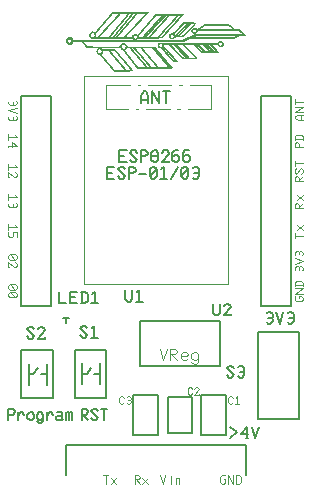
<source format=gbr>
G04 Generated by Ultiboard 13.0 *
%FSLAX25Y25*%
%MOIN*%

%ADD10C,0.00001*%
%ADD11C,0.00800*%
%ADD12C,0.00444*%
%ADD13C,0.00612*%
%ADD14C,0.00787*%
%ADD15C,0.00394*%
%ADD16C,0.00367*%
%ADD17C,0.00004*%
%ADD18C,0.00556*%
%ADD19C,0.00389*%


G04 ColorRGB FFFF00 for the following layer *
%LNSilkscreen Top*%
%LPD*%
G54D10*
G54D11*
X95000Y130000D02*
X95000Y60000D01*
X85000Y60000D02*
X95000Y60000D01*
X85000Y130000D02*
X95000Y130000D01*
X85000Y130000D02*
X85000Y60000D01*
X71333Y40000D02*
X45500Y40000D01*
X44667Y55000D02*
X71333Y55000D01*
X44667Y40000D02*
X44667Y55000D01*
X45500Y40000D02*
X44667Y40000D01*
X71333Y55000D02*
X71333Y40000D01*
X5000Y60000D02*
X5000Y130000D01*
X15000Y130000D02*
X5000Y130000D01*
X15000Y60000D02*
X5000Y60000D01*
X15000Y60000D02*
X15000Y129750D01*
X21000Y56000D02*
X19000Y56000D01*
X20000Y54500D02*
X20000Y56000D01*
X20000Y3750D02*
X20000Y13750D01*
X80000Y13750D01*
X80000Y3750D02*
X80000Y13750D01*
X84250Y22250D02*
X84250Y51250D01*
X97750Y51250D01*
X97750Y22250D01*
X84250Y22250D01*
X15701Y29358D02*
X5201Y29358D01*
X5201Y45358D01*
X15701Y45358D01*
X15701Y29358D01*
X7701Y33858D02*
X7701Y40858D01*
X7701Y37358D02*
X9201Y37358D01*
X11701Y37358D02*
X13701Y37358D01*
X13701Y40858D02*
X13701Y33858D01*
X9201Y37358D02*
X10701Y39358D01*
X33500Y29500D02*
X23000Y29500D01*
X23000Y45500D01*
X33500Y45500D01*
X33500Y29500D01*
X25500Y34000D02*
X25500Y41000D01*
X25500Y37500D02*
X27000Y37500D01*
X29500Y37500D02*
X31500Y37500D01*
X31500Y41000D02*
X31500Y34000D01*
X27000Y37500D02*
X28500Y39500D01*
X42583Y17083D02*
X42583Y30417D01*
X50917Y30417D02*
X50917Y17083D01*
X42583Y30417D02*
X50917Y30417D01*
X50917Y17083D02*
X42583Y17083D01*
X54000Y17750D02*
X54000Y29750D01*
X62000Y29750D02*
X62000Y17750D01*
X54000Y29750D02*
X62000Y29750D01*
X62000Y17750D02*
X54000Y17750D01*
X65083Y17083D02*
X65083Y30417D01*
X73417Y30417D02*
X73417Y17083D01*
X65083Y30417D02*
X73417Y30417D01*
X73417Y17083D02*
X65083Y17083D01*
G54D12*
X3429Y128431D02*
X3714Y128147D01*
X3714Y127578D01*
X3143Y127009D01*
X2571Y127009D01*
X2286Y127293D01*
X2000Y127009D01*
X1429Y127009D01*
X857Y127578D01*
X857Y128147D01*
X1143Y128431D01*
X2286Y128147D02*
X2286Y127293D01*
X3714Y126156D02*
X857Y125302D01*
X3714Y124449D01*
X3429Y123311D02*
X3714Y123027D01*
X3714Y122458D01*
X3143Y121889D01*
X2571Y121889D01*
X2286Y122173D01*
X2000Y121889D01*
X1429Y121889D01*
X857Y122458D01*
X857Y123027D01*
X1143Y123311D01*
X2286Y123027D02*
X2286Y122173D01*
X3143Y116931D02*
X3714Y116362D01*
X857Y116362D01*
X857Y117216D02*
X857Y115509D01*
X2000Y112949D02*
X2000Y114656D01*
X3714Y113233D01*
X857Y113233D01*
X857Y113518D02*
X857Y112949D01*
X99143Y122104D02*
X97429Y122104D01*
X96286Y122673D01*
X96286Y123242D01*
X97429Y123811D01*
X99143Y123811D01*
X98286Y122104D02*
X98286Y123811D01*
X99143Y124664D02*
X96286Y124664D01*
X99143Y126371D01*
X96286Y126371D01*
X99143Y128078D02*
X96286Y128078D01*
X96286Y127224D02*
X96286Y128931D01*
X99143Y101604D02*
X96286Y101604D01*
X96286Y102742D01*
X96857Y103311D01*
X97143Y103311D01*
X97714Y102742D01*
X97714Y101604D01*
X97714Y101889D02*
X99143Y103311D01*
X98571Y104164D02*
X99143Y104733D01*
X99143Y105302D01*
X98571Y105871D01*
X96857Y104164D01*
X96286Y104733D01*
X96286Y105302D01*
X96857Y105871D01*
X99143Y107578D02*
X96286Y107578D01*
X96286Y106724D02*
X96286Y108431D01*
X99143Y92664D02*
X96286Y92664D01*
X96286Y93802D01*
X96857Y94371D01*
X97143Y94371D01*
X97714Y93802D01*
X97714Y92664D01*
X97714Y92949D02*
X99143Y94371D01*
X99143Y95224D02*
X97143Y96931D01*
X97143Y95224D02*
X99143Y96931D01*
X99143Y83518D02*
X96286Y83518D01*
X96286Y82664D02*
X96286Y84371D01*
X99143Y85224D02*
X97143Y86931D01*
X97143Y85224D02*
X99143Y86931D01*
X96571Y71889D02*
X96286Y72173D01*
X96286Y72742D01*
X96857Y73311D01*
X97429Y73311D01*
X97714Y73027D01*
X98000Y73311D01*
X98571Y73311D01*
X99143Y72742D01*
X99143Y72173D01*
X98857Y71889D01*
X97714Y72173D02*
X97714Y73027D01*
X96286Y74164D02*
X99143Y75018D01*
X96286Y75871D01*
X96571Y77009D02*
X96286Y77293D01*
X96286Y77862D01*
X96857Y78431D01*
X97429Y78431D01*
X97714Y78147D01*
X98000Y78431D01*
X98571Y78431D01*
X99143Y77862D01*
X99143Y77293D01*
X98857Y77009D01*
X97714Y77293D02*
X97714Y78147D01*
X3143Y106931D02*
X3714Y106362D01*
X857Y106362D01*
X857Y107216D02*
X857Y105509D01*
X3143Y104656D02*
X3714Y104087D01*
X3714Y103518D01*
X3143Y102949D01*
X2857Y102949D01*
X857Y104656D01*
X857Y102949D01*
X1143Y102949D01*
X3143Y96931D02*
X3714Y96362D01*
X857Y96362D01*
X857Y97216D02*
X857Y95509D01*
X3429Y94371D02*
X3714Y94087D01*
X3714Y93518D01*
X3143Y92949D01*
X2571Y92949D01*
X2286Y93233D01*
X2000Y92949D01*
X1429Y92949D01*
X857Y93518D01*
X857Y94087D01*
X1143Y94371D01*
X2286Y94087D02*
X2286Y93233D01*
X3143Y86931D02*
X3714Y86362D01*
X857Y86362D01*
X857Y87216D02*
X857Y85509D01*
X3714Y82949D02*
X3714Y84656D01*
X2571Y84656D01*
X2571Y83518D01*
X2000Y82949D01*
X1429Y82949D01*
X857Y83518D01*
X857Y84656D01*
X3143Y77216D02*
X3714Y76647D01*
X3714Y76078D01*
X3143Y75509D01*
X1429Y75509D01*
X857Y76078D01*
X857Y76647D01*
X1429Y77216D01*
X3143Y77216D01*
X3143Y75509D02*
X1429Y77216D01*
X3143Y74656D02*
X3714Y74087D01*
X3714Y73518D01*
X3143Y72949D01*
X2857Y72949D01*
X857Y74656D01*
X857Y72949D01*
X1143Y72949D01*
X3143Y67216D02*
X3714Y66647D01*
X3714Y66078D01*
X3143Y65509D01*
X1429Y65509D01*
X857Y66078D01*
X857Y66647D01*
X1429Y67216D01*
X3143Y67216D01*
X3143Y65509D02*
X1429Y67216D01*
X3143Y64656D02*
X3714Y64087D01*
X3714Y63518D01*
X3143Y62949D01*
X1429Y62949D01*
X857Y63518D01*
X857Y64087D01*
X1429Y64656D01*
X3143Y64656D01*
X3143Y62949D02*
X1429Y64656D01*
X97714Y62742D02*
X97714Y63311D01*
X98571Y63311D01*
X99143Y62742D01*
X99143Y62173D01*
X98571Y61604D01*
X96857Y61604D01*
X96286Y62173D01*
X96286Y63311D01*
X99143Y64164D02*
X96286Y64164D01*
X99143Y65871D01*
X96286Y65871D01*
X99143Y66724D02*
X99143Y67862D01*
X98571Y68431D01*
X96857Y68431D01*
X96286Y67862D01*
X96286Y66724D01*
X96286Y67009D02*
X99143Y67009D01*
X99143Y112914D02*
X96286Y112914D01*
X96286Y114052D01*
X96857Y114621D01*
X97143Y114621D01*
X97714Y114052D01*
X97714Y112914D01*
X99143Y115474D02*
X99143Y116612D01*
X98571Y117181D01*
X96857Y117181D01*
X96286Y116612D01*
X96286Y115474D01*
X96286Y115759D02*
X99143Y115759D01*
X33388Y857D02*
X33388Y3714D01*
X32534Y3714D02*
X34241Y3714D01*
X35094Y857D02*
X36801Y2857D01*
X35094Y2857D02*
X36801Y857D01*
X43034Y857D02*
X43034Y3714D01*
X44172Y3714D01*
X44741Y3143D01*
X44741Y2857D01*
X44172Y2286D01*
X43034Y2286D01*
X43319Y2286D02*
X44741Y857D01*
X45594Y857D02*
X47301Y2857D01*
X45594Y2857D02*
X47301Y857D01*
X51534Y3714D02*
X52388Y857D01*
X53241Y3714D01*
X54948Y857D02*
X54948Y2571D01*
X54948Y3143D02*
X54948Y3429D01*
X56654Y857D02*
X56654Y2571D01*
X56654Y2857D01*
X56654Y2571D02*
X56939Y2857D01*
X57508Y2857D01*
X57792Y2571D01*
X57792Y857D01*
X72672Y2286D02*
X73241Y2286D01*
X73241Y1429D01*
X72672Y857D01*
X72103Y857D01*
X71534Y1429D01*
X71534Y3143D01*
X72103Y3714D01*
X73241Y3714D01*
X74094Y857D02*
X74094Y3714D01*
X75801Y857D01*
X75801Y3714D01*
X76654Y857D02*
X77792Y857D01*
X78361Y1429D01*
X78361Y3143D01*
X77792Y3714D01*
X76654Y3714D01*
X76939Y3714D02*
X76939Y857D01*
G54D13*
X39892Y65356D02*
X39892Y62207D01*
X40676Y61419D01*
X41460Y61419D01*
X42244Y62207D01*
X42244Y65356D01*
X43811Y64569D02*
X44595Y65356D01*
X44595Y61419D01*
X43420Y61419D02*
X45771Y61419D01*
X69142Y60856D02*
X69142Y57707D01*
X69926Y56919D01*
X70710Y56919D01*
X71494Y57707D01*
X71494Y60856D01*
X72670Y60069D02*
X73453Y60856D01*
X74237Y60856D01*
X75021Y60069D01*
X75021Y59675D01*
X72670Y56919D01*
X75021Y56919D01*
X75021Y57313D01*
X17892Y64856D02*
X17892Y60919D01*
X20244Y60919D01*
X23771Y60919D02*
X21420Y60919D01*
X21420Y62888D01*
X21420Y64856D01*
X23771Y64856D01*
X21420Y62888D02*
X22987Y62888D01*
X24947Y60919D02*
X26515Y60919D01*
X27299Y61707D01*
X27299Y64069D01*
X26515Y64856D01*
X24947Y64856D01*
X25339Y64856D02*
X25339Y60919D01*
X28867Y64069D02*
X29650Y64856D01*
X29650Y60919D01*
X28475Y60919D02*
X30826Y60919D01*
X73642Y36957D02*
X74426Y36169D01*
X75210Y36169D01*
X75994Y36957D01*
X73642Y39319D01*
X74426Y40106D01*
X75210Y40106D01*
X75994Y39319D01*
X77561Y39713D02*
X77953Y40106D01*
X78737Y40106D01*
X79521Y39319D01*
X79521Y38531D01*
X79129Y38138D01*
X79521Y37744D01*
X79521Y36957D01*
X78737Y36169D01*
X77953Y36169D01*
X77561Y36563D01*
X77953Y38138D02*
X79129Y38138D01*
X87034Y57713D02*
X87426Y58106D01*
X88210Y58106D01*
X88994Y57319D01*
X88994Y56531D01*
X88602Y56138D01*
X88994Y55744D01*
X88994Y54957D01*
X88210Y54169D01*
X87426Y54169D01*
X87034Y54563D01*
X87426Y56138D02*
X88602Y56138D01*
X90170Y58106D02*
X91345Y54169D01*
X92521Y58106D01*
X94089Y57713D02*
X94481Y58106D01*
X95265Y58106D01*
X96049Y57319D01*
X96049Y56531D01*
X95657Y56138D01*
X96049Y55744D01*
X96049Y54957D01*
X95265Y54169D01*
X94481Y54169D01*
X94089Y54563D01*
X94481Y56138D02*
X95657Y56138D01*
X74892Y15919D02*
X77244Y17888D01*
X74892Y19856D01*
X80771Y17494D02*
X78420Y17494D01*
X80379Y19856D01*
X80379Y15919D01*
X79987Y15919D02*
X80771Y15919D01*
X81947Y19856D02*
X83123Y15919D01*
X84299Y19856D01*
X7142Y49957D02*
X7926Y49169D01*
X8710Y49169D01*
X9494Y49957D01*
X7142Y52319D01*
X7926Y53106D01*
X8710Y53106D01*
X9494Y52319D01*
X10670Y52319D02*
X11453Y53106D01*
X12237Y53106D01*
X13021Y52319D01*
X13021Y51925D01*
X10670Y49169D01*
X13021Y49169D01*
X13021Y49563D01*
X24892Y50207D02*
X25676Y49419D01*
X26460Y49419D01*
X27244Y50207D01*
X24892Y52569D01*
X25676Y53356D01*
X26460Y53356D01*
X27244Y52569D01*
X28811Y52569D02*
X29595Y53356D01*
X29595Y49419D01*
X28420Y49419D02*
X30771Y49419D01*
G54D14*
X36244Y102419D02*
X33892Y102419D01*
X33892Y104388D01*
X33892Y106356D01*
X36244Y106356D01*
X33892Y104388D02*
X35460Y104388D01*
X37420Y103207D02*
X38203Y102419D01*
X38987Y102419D01*
X39771Y103207D01*
X37420Y105569D01*
X38203Y106356D01*
X38987Y106356D01*
X39771Y105569D01*
X40947Y102419D02*
X40947Y106356D01*
X42515Y106356D01*
X43299Y105569D01*
X43299Y105175D01*
X42515Y104388D01*
X40947Y104388D01*
X44475Y103994D02*
X46826Y103994D01*
X48002Y105569D02*
X48786Y106356D01*
X49570Y106356D01*
X50354Y105569D01*
X50354Y103207D01*
X49570Y102419D01*
X48786Y102419D01*
X48002Y103207D01*
X48002Y105569D01*
X50354Y105569D02*
X48002Y103207D01*
X51922Y105569D02*
X52706Y106356D01*
X52706Y102419D01*
X51530Y102419D02*
X53881Y102419D01*
X57409Y106356D02*
X55057Y102419D01*
X58585Y105569D02*
X59369Y106356D01*
X60153Y106356D01*
X60937Y105569D01*
X60937Y103207D01*
X60153Y102419D01*
X59369Y102419D01*
X58585Y103207D01*
X58585Y105569D01*
X60937Y105569D02*
X58585Y103207D01*
X62504Y105963D02*
X62896Y106356D01*
X63680Y106356D01*
X64464Y105569D01*
X64464Y104781D01*
X64072Y104388D01*
X64464Y103994D01*
X64464Y103207D01*
X63680Y102419D01*
X62896Y102419D01*
X62504Y102813D01*
X62896Y104388D02*
X64072Y104388D01*
X40287Y108014D02*
X37935Y108014D01*
X37935Y109982D01*
X37935Y111951D01*
X40287Y111951D01*
X37935Y109982D02*
X39503Y109982D01*
X41463Y108801D02*
X42247Y108014D01*
X43031Y108014D01*
X43815Y108801D01*
X41463Y111163D01*
X42247Y111951D01*
X43031Y111951D01*
X43815Y111163D01*
X44990Y108014D02*
X44990Y111951D01*
X46558Y111951D01*
X47342Y111163D01*
X47342Y110770D01*
X46558Y109982D01*
X44990Y109982D01*
X50086Y108014D02*
X49302Y108014D01*
X48518Y108801D01*
X48518Y109589D01*
X48910Y109982D01*
X48518Y110376D01*
X48518Y111163D01*
X49302Y111951D01*
X50086Y111951D01*
X50870Y111163D01*
X50870Y110376D01*
X50478Y109982D01*
X50870Y109589D01*
X50870Y108801D01*
X50086Y108014D01*
X48910Y109982D02*
X50478Y109982D01*
X52045Y111163D02*
X52829Y111951D01*
X53613Y111951D01*
X54397Y111163D01*
X54397Y110770D01*
X52045Y108014D01*
X54397Y108014D01*
X54397Y108407D01*
X57533Y111951D02*
X56357Y111951D01*
X55573Y111163D01*
X55573Y109589D01*
X55573Y108801D01*
X56357Y108014D01*
X57141Y108014D01*
X57925Y108801D01*
X57925Y109589D01*
X57141Y110376D01*
X56357Y110376D01*
X55573Y109589D01*
X61060Y111951D02*
X59885Y111951D01*
X59101Y111163D01*
X59101Y109589D01*
X59101Y108801D01*
X59885Y108014D01*
X60668Y108014D01*
X61452Y108801D01*
X61452Y109589D01*
X60668Y110376D01*
X59885Y110376D01*
X59101Y109589D01*
X40287Y108014D02*
X37935Y108014D01*
X37935Y109982D01*
X37935Y111951D01*
X40287Y111951D01*
X37935Y109982D02*
X39503Y109982D01*
X41463Y108801D02*
X42247Y108014D01*
X43031Y108014D01*
X43815Y108801D01*
X41463Y111163D01*
X42247Y111951D01*
X43031Y111951D01*
X43815Y111163D01*
X44990Y108014D02*
X44990Y111951D01*
X46558Y111951D01*
X47342Y111163D01*
X47342Y110770D01*
X46558Y109982D01*
X44990Y109982D01*
X50086Y108014D02*
X49302Y108014D01*
X48518Y108801D01*
X48518Y109589D01*
X48910Y109982D01*
X48518Y110376D01*
X48518Y111163D01*
X49302Y111951D01*
X50086Y111951D01*
X50870Y111163D01*
X50870Y110376D01*
X50478Y109982D01*
X50870Y109589D01*
X50870Y108801D01*
X50086Y108014D01*
X48910Y109982D02*
X50478Y109982D01*
X52045Y111163D02*
X52829Y111951D01*
X53613Y111951D01*
X54397Y111163D01*
X54397Y110770D01*
X52045Y108014D01*
X54397Y108014D01*
X54397Y108407D01*
X57533Y111951D02*
X56357Y111951D01*
X55573Y111163D01*
X55573Y109589D01*
X55573Y108801D01*
X56357Y108014D01*
X57141Y108014D01*
X57925Y108801D01*
X57925Y109589D01*
X57141Y110376D01*
X56357Y110376D01*
X55573Y109589D01*
X61060Y111951D02*
X59885Y111951D01*
X59101Y111163D01*
X59101Y109589D01*
X59101Y108801D01*
X59885Y108014D01*
X60668Y108014D01*
X61452Y108801D01*
X61452Y109589D01*
X60668Y110376D01*
X59885Y110376D01*
X59101Y109589D01*
X45223Y127661D02*
X45223Y130024D01*
X46007Y131598D01*
X46790Y131598D01*
X47574Y130024D01*
X47574Y127661D01*
X45223Y128843D02*
X47574Y128843D01*
X48750Y127661D02*
X48750Y131598D01*
X51102Y127661D01*
X51102Y131598D01*
X53454Y127661D02*
X53454Y131598D01*
X52278Y131598D02*
X54629Y131598D01*
X45223Y127661D02*
X45223Y130024D01*
X46007Y131598D01*
X46790Y131598D01*
X47574Y130024D01*
X47574Y127661D01*
X45223Y128843D02*
X47574Y128843D01*
X48750Y127661D02*
X48750Y131598D01*
X51102Y127661D01*
X51102Y131598D01*
X53454Y127661D02*
X53454Y131598D01*
X52278Y131598D02*
X54629Y131598D01*
G54D15*
X74031Y136754D02*
X26000Y136754D01*
X68520Y125730D02*
X60646Y125730D01*
X58021Y125730D02*
X57234Y125730D01*
X54609Y125730D02*
X46735Y125730D01*
X44110Y125730D02*
X43323Y125730D01*
X40698Y125730D02*
X33480Y125730D01*
X33480Y133604D02*
X41354Y133604D01*
X43979Y133604D02*
X44766Y133604D01*
X47391Y133604D02*
X55265Y133604D01*
X57890Y133604D02*
X58677Y133604D01*
X61302Y133604D02*
X68520Y133604D01*
X68520Y125730D01*
X25969Y67250D02*
X74000Y67250D01*
X74031Y136754D01*
X26000Y136754D02*
X26000Y67250D01*
X33480Y125730D02*
X33480Y133604D01*
G54D16*
X51337Y45862D02*
X52513Y41925D01*
X53689Y45862D01*
X54864Y41925D02*
X54864Y45862D01*
X56432Y45862D01*
X57216Y45075D01*
X57216Y44681D01*
X56432Y43894D01*
X54864Y43894D01*
X55256Y43894D02*
X57216Y41925D01*
X60744Y42713D02*
X59960Y41925D01*
X59176Y41925D01*
X58392Y42713D01*
X58392Y43894D01*
X59176Y44681D01*
X59960Y44681D01*
X60744Y43894D01*
X60352Y43500D01*
X58392Y43500D01*
X61920Y41531D02*
X62703Y40744D01*
X63487Y40744D01*
X64271Y41531D01*
X64271Y42713D01*
X64271Y43894D01*
X63487Y44681D01*
X62703Y44681D01*
X61920Y43894D01*
X61920Y42713D01*
X62703Y41925D01*
X63487Y41925D01*
X64271Y42713D01*
G54D17*
G36*
X35538Y157985D02*
X35538Y157985D01*
X45320Y157985D01*
X45320Y158002D01*
X35538Y158000D01*
X35538Y157985D01*
D02*
G37*
G36*
X35523Y157969D02*
X35523Y157969D01*
X46250Y157969D01*
X46250Y157986D01*
X35523Y157985D01*
X35523Y157969D01*
D02*
G37*
G36*
X35509Y157954D02*
X35509Y157954D01*
X46715Y157954D01*
X46715Y157971D01*
X35509Y157969D01*
X35509Y157954D01*
D02*
G37*
G36*
X35509Y157939D02*
X35509Y157939D01*
X47006Y157939D01*
X47006Y157956D01*
X35509Y157954D01*
X35509Y157939D01*
D02*
G37*
G36*
X35494Y157923D02*
X35494Y157923D01*
X47209Y157923D01*
X47209Y157940D01*
X35494Y157939D01*
X35494Y157923D01*
D02*
G37*
G36*
X35480Y157908D02*
X35480Y157908D01*
X47369Y157908D01*
X47369Y157925D01*
X35480Y157923D01*
X35480Y157908D01*
D02*
G37*
G36*
X35465Y157892D02*
X35465Y157892D01*
X47456Y157892D01*
X47456Y157909D01*
X35465Y157908D01*
X35465Y157892D01*
D02*
G37*
G36*
X35451Y157877D02*
X35451Y157877D01*
X47631Y157877D01*
X47631Y157894D01*
X35451Y157892D01*
X35451Y157877D01*
D02*
G37*
G36*
X35436Y157862D02*
X35436Y157862D01*
X47616Y157862D01*
X47616Y157879D01*
X35436Y157877D01*
X35436Y157862D01*
D02*
G37*
G36*
X35422Y157846D02*
X35422Y157846D01*
X47602Y157846D01*
X47602Y157863D01*
X35422Y157862D01*
X35422Y157846D01*
D02*
G37*
G36*
X35407Y157831D02*
X35407Y157831D01*
X47587Y157831D01*
X47587Y157848D01*
X35407Y157846D01*
X35407Y157831D01*
D02*
G37*
G36*
X35392Y157816D02*
X35392Y157816D01*
X47573Y157816D01*
X47573Y157833D01*
X35392Y157831D01*
X35392Y157816D01*
D02*
G37*
G36*
X35378Y157800D02*
X35378Y157800D01*
X47558Y157800D01*
X47558Y157817D01*
X35378Y157816D01*
X35378Y157800D01*
D02*
G37*
G36*
X35363Y157785D02*
X35363Y157785D01*
X47544Y157785D01*
X47544Y157802D01*
X35363Y157800D01*
X35363Y157785D01*
D02*
G37*
G36*
X35363Y157770D02*
X35363Y157770D01*
X47544Y157770D01*
X47544Y157787D01*
X35363Y157785D01*
X35363Y157770D01*
D02*
G37*
G36*
X35349Y157754D02*
X35349Y157754D01*
X47544Y157754D01*
X47544Y157771D01*
X35349Y157770D01*
X35349Y157754D01*
D02*
G37*
G36*
X35334Y157739D02*
X35334Y157739D01*
X47529Y157739D01*
X47529Y157756D01*
X35334Y157754D01*
X35334Y157739D01*
D02*
G37*
G36*
X35320Y157724D02*
X35320Y157724D01*
X47529Y157724D01*
X47529Y157740D01*
X35320Y157739D01*
X35320Y157724D01*
D02*
G37*
G36*
X35305Y157708D02*
X35305Y157708D01*
X47515Y157708D01*
X47515Y157725D01*
X35305Y157723D01*
X35305Y157708D01*
D02*
G37*
G36*
X35291Y157693D02*
X35291Y157693D01*
X47500Y157693D01*
X47500Y157710D01*
X35291Y157708D01*
X35291Y157693D01*
D02*
G37*
G36*
X35276Y157677D02*
X35276Y157677D01*
X47485Y157677D01*
X47485Y157694D01*
X35276Y157693D01*
X35276Y157677D01*
D02*
G37*
G36*
X35262Y157662D02*
X35262Y157662D01*
X47485Y157662D01*
X47485Y157679D01*
X35262Y157677D01*
X35262Y157662D01*
D02*
G37*
G36*
X35247Y157647D02*
X35247Y157647D01*
X47471Y157647D01*
X47471Y157664D01*
X35247Y157662D01*
X35247Y157647D01*
D02*
G37*
G36*
X35233Y157631D02*
X35233Y157631D01*
X47456Y157631D01*
X47456Y157648D01*
X35233Y157647D01*
X35233Y157631D01*
D02*
G37*
G36*
X35233Y157616D02*
X35233Y157616D01*
X47442Y157616D01*
X47442Y157633D01*
X35233Y157631D01*
X35233Y157616D01*
D02*
G37*
G36*
X35218Y157601D02*
X35218Y157601D01*
X47427Y157601D01*
X47427Y157618D01*
X35218Y157616D01*
X35218Y157601D01*
D02*
G37*
G36*
X35203Y157585D02*
X35203Y157585D01*
X47427Y157585D01*
X47427Y157602D01*
X35203Y157601D01*
X35203Y157585D01*
D02*
G37*
G36*
X35189Y157570D02*
X35189Y157570D01*
X47413Y157570D01*
X47413Y157587D01*
X35189Y157585D01*
X35189Y157570D01*
D02*
G37*
G36*
X35174Y157555D02*
X35174Y157555D01*
X47398Y157555D01*
X47398Y157571D01*
X35174Y157570D01*
X35174Y157555D01*
D02*
G37*
G36*
X35160Y157539D02*
X35160Y157539D01*
X47384Y157539D01*
X47384Y157556D01*
X35160Y157555D01*
X35160Y157539D01*
D02*
G37*
G36*
X35145Y157524D02*
X35145Y157524D01*
X47369Y157524D01*
X47369Y157541D01*
X35145Y157539D01*
X35145Y157524D01*
D02*
G37*
G36*
X35131Y157508D02*
X35131Y157508D01*
X38576Y157508D01*
X38576Y157525D01*
X35131Y157524D01*
X35131Y157508D01*
D02*
G37*
G36*
X39070Y157508D02*
X39070Y157508D01*
X44782Y157508D01*
X44782Y157525D01*
X39070Y157524D01*
X39070Y157508D01*
D02*
G37*
G36*
X46250Y157508D02*
X46250Y157508D01*
X47355Y157508D01*
X47355Y157525D01*
X46250Y157524D01*
X46250Y157508D01*
D02*
G37*
G36*
X35116Y157493D02*
X35116Y157493D01*
X35828Y157493D01*
X35828Y157510D01*
X35116Y157508D01*
X35116Y157493D01*
D02*
G37*
G36*
X36890Y157493D02*
X36890Y157493D01*
X38561Y157493D01*
X38561Y157510D01*
X36890Y157508D01*
X36890Y157493D01*
D02*
G37*
G36*
X39651Y157493D02*
X39651Y157493D01*
X41773Y157493D01*
X41773Y157510D01*
X39651Y157508D01*
X39651Y157493D01*
D02*
G37*
G36*
X42049Y157493D02*
X42049Y157493D01*
X42878Y157493D01*
X42878Y157510D01*
X42049Y157508D01*
X42049Y157493D01*
D02*
G37*
G36*
X43140Y157493D02*
X43140Y157493D01*
X44404Y157493D01*
X44404Y157510D01*
X43140Y157508D01*
X43140Y157493D01*
D02*
G37*
G36*
X46672Y157493D02*
X46672Y157493D01*
X47340Y157493D01*
X47340Y157510D01*
X46672Y157508D01*
X46672Y157493D01*
D02*
G37*
G36*
X35102Y157478D02*
X35102Y157478D01*
X35814Y157478D01*
X35814Y157495D01*
X35102Y157493D01*
X35102Y157478D01*
D02*
G37*
G36*
X37369Y157478D02*
X37369Y157478D01*
X38547Y157478D01*
X38547Y157495D01*
X37369Y157493D01*
X37369Y157478D01*
D02*
G37*
G36*
X40218Y157478D02*
X40218Y157478D01*
X41541Y157478D01*
X41541Y157495D01*
X40218Y157493D01*
X40218Y157478D01*
D02*
G37*
G36*
X42049Y157478D02*
X42049Y157478D01*
X42834Y157478D01*
X42834Y157495D01*
X42049Y157493D01*
X42049Y157478D01*
D02*
G37*
G36*
X43299Y157478D02*
X43299Y157478D01*
X44215Y157478D01*
X44215Y157495D01*
X43299Y157493D01*
X43299Y157478D01*
D02*
G37*
G36*
X46686Y157478D02*
X46686Y157478D01*
X47340Y157478D01*
X47340Y157495D01*
X46686Y157493D01*
X46686Y157478D01*
D02*
G37*
G36*
X35102Y157462D02*
X35102Y157462D01*
X35799Y157462D01*
X35799Y157479D01*
X35102Y157478D01*
X35102Y157462D01*
D02*
G37*
G36*
X37776Y157462D02*
X37776Y157462D01*
X38532Y157462D01*
X38532Y157479D01*
X37776Y157478D01*
X37776Y157462D01*
D02*
G37*
G36*
X40727Y157462D02*
X40727Y157462D01*
X41497Y157462D01*
X41497Y157479D01*
X40727Y157478D01*
X40727Y157462D01*
D02*
G37*
G36*
X42035Y157462D02*
X42035Y157462D01*
X42805Y157462D01*
X42805Y157479D01*
X42035Y157478D01*
X42035Y157462D01*
D02*
G37*
G36*
X43358Y157462D02*
X43358Y157462D01*
X44099Y157462D01*
X44099Y157479D01*
X43358Y157478D01*
X43358Y157462D01*
D02*
G37*
G36*
X46672Y157462D02*
X46672Y157462D01*
X47326Y157462D01*
X47326Y157479D01*
X46672Y157478D01*
X46672Y157462D01*
D02*
G37*
G36*
X35087Y157447D02*
X35087Y157447D01*
X35785Y157447D01*
X35785Y157464D01*
X35087Y157462D01*
X35087Y157447D01*
D02*
G37*
G36*
X37762Y157447D02*
X37762Y157447D01*
X38517Y157447D01*
X38517Y157464D01*
X37762Y157462D01*
X37762Y157447D01*
D02*
G37*
G36*
X40712Y157447D02*
X40712Y157447D01*
X41468Y157447D01*
X41468Y157464D01*
X40712Y157462D01*
X40712Y157447D01*
D02*
G37*
G36*
X42020Y157447D02*
X42020Y157447D01*
X42776Y157447D01*
X42776Y157464D01*
X42020Y157462D01*
X42020Y157447D01*
D02*
G37*
G36*
X43343Y157447D02*
X43343Y157447D01*
X44012Y157447D01*
X44012Y157464D01*
X43343Y157462D01*
X43343Y157447D01*
D02*
G37*
G36*
X46657Y157447D02*
X46657Y157447D01*
X47311Y157447D01*
X47311Y157464D01*
X46657Y157462D01*
X46657Y157447D01*
D02*
G37*
G36*
X35073Y157432D02*
X35073Y157432D01*
X35770Y157432D01*
X35770Y157449D01*
X35073Y157447D01*
X35073Y157432D01*
D02*
G37*
G36*
X37747Y157432D02*
X37747Y157432D01*
X38503Y157432D01*
X38503Y157449D01*
X37747Y157447D01*
X37747Y157432D01*
D02*
G37*
G36*
X40698Y157432D02*
X40698Y157432D01*
X41439Y157432D01*
X41439Y157449D01*
X40698Y157447D01*
X40698Y157432D01*
D02*
G37*
G36*
X42006Y157432D02*
X42006Y157432D01*
X42762Y157432D01*
X42762Y157449D01*
X42006Y157447D01*
X42006Y157432D01*
D02*
G37*
G36*
X43328Y157432D02*
X43328Y157432D01*
X43983Y157432D01*
X43983Y157449D01*
X43328Y157447D01*
X43328Y157432D01*
D02*
G37*
G36*
X46642Y157432D02*
X46642Y157432D01*
X47297Y157432D01*
X47297Y157449D01*
X46642Y157447D01*
X46642Y157432D01*
D02*
G37*
G36*
X35058Y157416D02*
X35058Y157416D01*
X35756Y157416D01*
X35756Y157433D01*
X35058Y157432D01*
X35058Y157416D01*
D02*
G37*
G36*
X37733Y157416D02*
X37733Y157416D01*
X38488Y157416D01*
X38488Y157433D01*
X37733Y157432D01*
X37733Y157416D01*
D02*
G37*
G36*
X40698Y157416D02*
X40698Y157416D01*
X41424Y157416D01*
X41424Y157433D01*
X40698Y157432D01*
X40698Y157416D01*
D02*
G37*
G36*
X41991Y157416D02*
X41991Y157416D01*
X42733Y157416D01*
X42733Y157433D01*
X41991Y157432D01*
X41991Y157416D01*
D02*
G37*
G36*
X43314Y157416D02*
X43314Y157416D01*
X43968Y157416D01*
X43968Y157433D01*
X43314Y157432D01*
X43314Y157416D01*
D02*
G37*
G36*
X46628Y157416D02*
X46628Y157416D01*
X47282Y157416D01*
X47282Y157433D01*
X46628Y157432D01*
X46628Y157416D01*
D02*
G37*
G36*
X35044Y157401D02*
X35044Y157401D01*
X35741Y157401D01*
X35741Y157418D01*
X35044Y157416D01*
X35044Y157401D01*
D02*
G37*
G36*
X37718Y157401D02*
X37718Y157401D01*
X38474Y157401D01*
X38474Y157418D01*
X37718Y157416D01*
X37718Y157401D01*
D02*
G37*
G36*
X40683Y157401D02*
X40683Y157401D01*
X41395Y157401D01*
X41395Y157418D01*
X40683Y157416D01*
X40683Y157401D01*
D02*
G37*
G36*
X41977Y157401D02*
X41977Y157401D01*
X42718Y157401D01*
X42718Y157418D01*
X41977Y157416D01*
X41977Y157401D01*
D02*
G37*
G36*
X43299Y157401D02*
X43299Y157401D01*
X43968Y157401D01*
X43968Y157418D01*
X43299Y157416D01*
X43299Y157401D01*
D02*
G37*
G36*
X46613Y157401D02*
X46613Y157401D01*
X47267Y157401D01*
X47267Y157418D01*
X46613Y157416D01*
X46613Y157401D01*
D02*
G37*
G36*
X35029Y157386D02*
X35029Y157386D01*
X35741Y157386D01*
X35741Y157402D01*
X35029Y157401D01*
X35029Y157386D01*
D02*
G37*
G36*
X37703Y157386D02*
X37703Y157386D01*
X38459Y157386D01*
X38459Y157402D01*
X37703Y157401D01*
X37703Y157386D01*
D02*
G37*
G36*
X40669Y157386D02*
X40669Y157386D01*
X41381Y157386D01*
X41381Y157402D01*
X40669Y157401D01*
X40669Y157386D01*
D02*
G37*
G36*
X41962Y157386D02*
X41962Y157386D01*
X42689Y157386D01*
X42689Y157402D01*
X41962Y157401D01*
X41962Y157386D01*
D02*
G37*
G36*
X43285Y157386D02*
X43285Y157386D01*
X43953Y157386D01*
X43953Y157402D01*
X43285Y157401D01*
X43285Y157386D01*
D02*
G37*
G36*
X46599Y157386D02*
X46599Y157386D01*
X47253Y157386D01*
X47253Y157402D01*
X46599Y157401D01*
X46599Y157386D01*
D02*
G37*
G36*
X35015Y157370D02*
X35015Y157370D01*
X35727Y157370D01*
X35727Y157387D01*
X35015Y157386D01*
X35015Y157370D01*
D02*
G37*
G36*
X37689Y157370D02*
X37689Y157370D01*
X38445Y157370D01*
X38445Y157387D01*
X37689Y157386D01*
X37689Y157370D01*
D02*
G37*
G36*
X40654Y157370D02*
X40654Y157370D01*
X41366Y157370D01*
X41366Y157387D01*
X40654Y157386D01*
X40654Y157370D01*
D02*
G37*
G36*
X41962Y157370D02*
X41962Y157370D01*
X42674Y157370D01*
X42674Y157387D01*
X41962Y157386D01*
X41962Y157370D01*
D02*
G37*
G36*
X43270Y157370D02*
X43270Y157370D01*
X43939Y157370D01*
X43939Y157387D01*
X43270Y157386D01*
X43270Y157370D01*
D02*
G37*
G36*
X46584Y157370D02*
X46584Y157370D01*
X47238Y157370D01*
X47238Y157387D01*
X46584Y157386D01*
X46584Y157370D01*
D02*
G37*
G36*
X35000Y157355D02*
X35000Y157355D01*
X35712Y157355D01*
X35712Y157372D01*
X35000Y157370D01*
X35000Y157355D01*
D02*
G37*
G36*
X37674Y157355D02*
X37674Y157355D01*
X38430Y157355D01*
X38430Y157372D01*
X37674Y157370D01*
X37674Y157355D01*
D02*
G37*
G36*
X40640Y157355D02*
X40640Y157355D01*
X41352Y157355D01*
X41352Y157372D01*
X40640Y157370D01*
X40640Y157355D01*
D02*
G37*
G36*
X41948Y157355D02*
X41948Y157355D01*
X42660Y157355D01*
X42660Y157372D01*
X41948Y157370D01*
X41948Y157355D01*
D02*
G37*
G36*
X43256Y157355D02*
X43256Y157355D01*
X43939Y157355D01*
X43939Y157372D01*
X43256Y157370D01*
X43256Y157355D01*
D02*
G37*
G36*
X46570Y157355D02*
X46570Y157355D01*
X47224Y157355D01*
X47224Y157372D01*
X46570Y157370D01*
X46570Y157355D01*
D02*
G37*
G36*
X34985Y157339D02*
X34985Y157339D01*
X35698Y157339D01*
X35698Y157356D01*
X34985Y157355D01*
X34985Y157339D01*
D02*
G37*
G36*
X37660Y157339D02*
X37660Y157339D01*
X38416Y157339D01*
X38416Y157356D01*
X37660Y157355D01*
X37660Y157339D01*
D02*
G37*
G36*
X40625Y157339D02*
X40625Y157339D01*
X41323Y157339D01*
X41323Y157356D01*
X40625Y157355D01*
X40625Y157339D01*
D02*
G37*
G36*
X41933Y157339D02*
X41933Y157339D01*
X42645Y157339D01*
X42645Y157356D01*
X41933Y157355D01*
X41933Y157339D01*
D02*
G37*
G36*
X43241Y157339D02*
X43241Y157339D01*
X43924Y157339D01*
X43924Y157356D01*
X43241Y157355D01*
X43241Y157339D01*
D02*
G37*
G36*
X46555Y157339D02*
X46555Y157339D01*
X47224Y157339D01*
X47224Y157356D01*
X46555Y157355D01*
X46555Y157339D01*
D02*
G37*
G36*
X34971Y157324D02*
X34971Y157324D01*
X35683Y157324D01*
X35683Y157341D01*
X34971Y157339D01*
X34971Y157324D01*
D02*
G37*
G36*
X37645Y157324D02*
X37645Y157324D01*
X38401Y157324D01*
X38401Y157341D01*
X37645Y157339D01*
X37645Y157324D01*
D02*
G37*
G36*
X40610Y157324D02*
X40610Y157324D01*
X41308Y157324D01*
X41308Y157341D01*
X40610Y157339D01*
X40610Y157324D01*
D02*
G37*
G36*
X41919Y157324D02*
X41919Y157324D01*
X42631Y157324D01*
X42631Y157341D01*
X41919Y157339D01*
X41919Y157324D01*
D02*
G37*
G36*
X43241Y157324D02*
X43241Y157324D01*
X43910Y157324D01*
X43910Y157341D01*
X43241Y157339D01*
X43241Y157324D01*
D02*
G37*
G36*
X46541Y157324D02*
X46541Y157324D01*
X47209Y157324D01*
X47209Y157341D01*
X46541Y157339D01*
X46541Y157324D01*
D02*
G37*
G36*
X34971Y157309D02*
X34971Y157309D01*
X35669Y157309D01*
X35669Y157326D01*
X34971Y157324D01*
X34971Y157309D01*
D02*
G37*
G36*
X37631Y157309D02*
X37631Y157309D01*
X38387Y157309D01*
X38387Y157326D01*
X37631Y157324D01*
X37631Y157309D01*
D02*
G37*
G36*
X40596Y157309D02*
X40596Y157309D01*
X41294Y157309D01*
X41294Y157326D01*
X40596Y157324D01*
X40596Y157309D01*
D02*
G37*
G36*
X41904Y157309D02*
X41904Y157309D01*
X42616Y157309D01*
X42616Y157326D01*
X41904Y157324D01*
X41904Y157309D01*
D02*
G37*
G36*
X43227Y157309D02*
X43227Y157309D01*
X43895Y157309D01*
X43895Y157326D01*
X43227Y157324D01*
X43227Y157309D01*
D02*
G37*
G36*
X46526Y157309D02*
X46526Y157309D01*
X47195Y157309D01*
X47195Y157326D01*
X46526Y157324D01*
X46526Y157309D01*
D02*
G37*
G36*
X53590Y157309D02*
X53590Y157309D01*
X56061Y157309D01*
X56061Y157326D01*
X53590Y157324D01*
X53590Y157309D01*
D02*
G37*
G36*
X34956Y157293D02*
X34956Y157293D01*
X35654Y157293D01*
X35654Y157310D01*
X34956Y157309D01*
X34956Y157293D01*
D02*
G37*
G36*
X37616Y157293D02*
X37616Y157293D01*
X38372Y157293D01*
X38372Y157310D01*
X37616Y157309D01*
X37616Y157293D01*
D02*
G37*
G36*
X40581Y157293D02*
X40581Y157293D01*
X41279Y157293D01*
X41279Y157310D01*
X40581Y157309D01*
X40581Y157293D01*
D02*
G37*
G36*
X41890Y157293D02*
X41890Y157293D01*
X42602Y157293D01*
X42602Y157310D01*
X41890Y157309D01*
X41890Y157293D01*
D02*
G37*
G36*
X43212Y157293D02*
X43212Y157293D01*
X43895Y157293D01*
X43895Y157310D01*
X43212Y157309D01*
X43212Y157293D01*
D02*
G37*
G36*
X46512Y157293D02*
X46512Y157293D01*
X47180Y157293D01*
X47180Y157310D01*
X46512Y157309D01*
X46512Y157293D01*
D02*
G37*
G36*
X49869Y157293D02*
X49869Y157293D01*
X57558Y157293D01*
X57558Y157310D01*
X49869Y157309D01*
X49869Y157293D01*
D02*
G37*
G36*
X34942Y157278D02*
X34942Y157278D01*
X35640Y157278D01*
X35640Y157295D01*
X34942Y157293D01*
X34942Y157278D01*
D02*
G37*
G36*
X37602Y157278D02*
X37602Y157278D01*
X38358Y157278D01*
X38358Y157295D01*
X37602Y157293D01*
X37602Y157278D01*
D02*
G37*
G36*
X40581Y157278D02*
X40581Y157278D01*
X41265Y157278D01*
X41265Y157295D01*
X40581Y157293D01*
X40581Y157278D01*
D02*
G37*
G36*
X41875Y157278D02*
X41875Y157278D01*
X42587Y157278D01*
X42587Y157295D01*
X41875Y157293D01*
X41875Y157278D01*
D02*
G37*
G36*
X43198Y157278D02*
X43198Y157278D01*
X43881Y157278D01*
X43881Y157295D01*
X43198Y157293D01*
X43198Y157278D01*
D02*
G37*
G36*
X46497Y157278D02*
X46497Y157278D01*
X47166Y157278D01*
X47166Y157295D01*
X46497Y157293D01*
X46497Y157278D01*
D02*
G37*
G36*
X49855Y157278D02*
X49855Y157278D01*
X58270Y157278D01*
X58270Y157295D01*
X49855Y157293D01*
X49855Y157278D01*
D02*
G37*
G36*
X58953Y157278D02*
X58953Y157278D01*
X59099Y157278D01*
X59099Y157295D01*
X58953Y157293D01*
X58953Y157278D01*
D02*
G37*
G36*
X34927Y157263D02*
X34927Y157263D01*
X35625Y157263D01*
X35625Y157280D01*
X34927Y157278D01*
X34927Y157263D01*
D02*
G37*
G36*
X37587Y157263D02*
X37587Y157263D01*
X38343Y157263D01*
X38343Y157280D01*
X37587Y157278D01*
X37587Y157263D01*
D02*
G37*
G36*
X40567Y157263D02*
X40567Y157263D01*
X41250Y157263D01*
X41250Y157280D01*
X40567Y157278D01*
X40567Y157263D01*
D02*
G37*
G36*
X41875Y157263D02*
X41875Y157263D01*
X42573Y157263D01*
X42573Y157280D01*
X41875Y157278D01*
X41875Y157263D01*
D02*
G37*
G36*
X43183Y157263D02*
X43183Y157263D01*
X43866Y157263D01*
X43866Y157280D01*
X43183Y157278D01*
X43183Y157263D01*
D02*
G37*
G36*
X46483Y157263D02*
X46483Y157263D01*
X47151Y157263D01*
X47151Y157280D01*
X46483Y157278D01*
X46483Y157263D01*
D02*
G37*
G36*
X49840Y157263D02*
X49840Y157263D01*
X58721Y157263D01*
X58721Y157280D01*
X49840Y157278D01*
X49840Y157263D01*
D02*
G37*
G36*
X58910Y157263D02*
X58910Y157263D01*
X59128Y157263D01*
X59128Y157280D01*
X58910Y157278D01*
X58910Y157263D01*
D02*
G37*
G36*
X34913Y157247D02*
X34913Y157247D01*
X35610Y157247D01*
X35610Y157264D01*
X34913Y157263D01*
X34913Y157247D01*
D02*
G37*
G36*
X37573Y157247D02*
X37573Y157247D01*
X38328Y157247D01*
X38328Y157264D01*
X37573Y157263D01*
X37573Y157247D01*
D02*
G37*
G36*
X40552Y157247D02*
X40552Y157247D01*
X41250Y157247D01*
X41250Y157264D01*
X40552Y157263D01*
X40552Y157247D01*
D02*
G37*
G36*
X41860Y157247D02*
X41860Y157247D01*
X42558Y157247D01*
X42558Y157264D01*
X41860Y157263D01*
X41860Y157247D01*
D02*
G37*
G36*
X43169Y157247D02*
X43169Y157247D01*
X43852Y157247D01*
X43852Y157264D01*
X43169Y157263D01*
X43169Y157247D01*
D02*
G37*
G36*
X46468Y157247D02*
X46468Y157247D01*
X47137Y157247D01*
X47137Y157264D01*
X46468Y157263D01*
X46468Y157247D01*
D02*
G37*
G36*
X49840Y157247D02*
X49840Y157247D01*
X59142Y157247D01*
X59142Y157264D01*
X49840Y157263D01*
X49840Y157247D01*
D02*
G37*
G36*
X34898Y157232D02*
X34898Y157232D01*
X35596Y157232D01*
X35596Y157249D01*
X34898Y157247D01*
X34898Y157232D01*
D02*
G37*
G36*
X37558Y157232D02*
X37558Y157232D01*
X38314Y157232D01*
X38314Y157249D01*
X37558Y157247D01*
X37558Y157232D01*
D02*
G37*
G36*
X40538Y157232D02*
X40538Y157232D01*
X41235Y157232D01*
X41235Y157249D01*
X40538Y157247D01*
X40538Y157232D01*
D02*
G37*
G36*
X41846Y157232D02*
X41846Y157232D01*
X42544Y157232D01*
X42544Y157249D01*
X41846Y157247D01*
X41846Y157232D01*
D02*
G37*
G36*
X43154Y157232D02*
X43154Y157232D01*
X43837Y157232D01*
X43837Y157249D01*
X43154Y157247D01*
X43154Y157232D01*
D02*
G37*
G36*
X46453Y157232D02*
X46453Y157232D01*
X47122Y157232D01*
X47122Y157249D01*
X46453Y157247D01*
X46453Y157232D01*
D02*
G37*
G36*
X49826Y157232D02*
X49826Y157232D01*
X59172Y157232D01*
X59172Y157249D01*
X49826Y157247D01*
X49826Y157232D01*
D02*
G37*
G36*
X34884Y157217D02*
X34884Y157217D01*
X35581Y157217D01*
X35581Y157233D01*
X34884Y157232D01*
X34884Y157217D01*
D02*
G37*
G36*
X37544Y157217D02*
X37544Y157217D01*
X38299Y157217D01*
X38299Y157233D01*
X37544Y157232D01*
X37544Y157217D01*
D02*
G37*
G36*
X40523Y157217D02*
X40523Y157217D01*
X41221Y157217D01*
X41221Y157233D01*
X40523Y157232D01*
X40523Y157217D01*
D02*
G37*
G36*
X41831Y157217D02*
X41831Y157217D01*
X42529Y157217D01*
X42529Y157233D01*
X41831Y157232D01*
X41831Y157217D01*
D02*
G37*
G36*
X43140Y157217D02*
X43140Y157217D01*
X43837Y157217D01*
X43837Y157233D01*
X43140Y157232D01*
X43140Y157217D01*
D02*
G37*
G36*
X46439Y157217D02*
X46439Y157217D01*
X47108Y157217D01*
X47108Y157233D01*
X46439Y157232D01*
X46439Y157217D01*
D02*
G37*
G36*
X49811Y157217D02*
X49811Y157217D01*
X59230Y157217D01*
X59230Y157233D01*
X49811Y157232D01*
X49811Y157217D01*
D02*
G37*
G36*
X34869Y157201D02*
X34869Y157201D01*
X35567Y157201D01*
X35567Y157218D01*
X34869Y157217D01*
X34869Y157201D01*
D02*
G37*
G36*
X37529Y157201D02*
X37529Y157201D01*
X38285Y157201D01*
X38285Y157218D01*
X37529Y157217D01*
X37529Y157201D01*
D02*
G37*
G36*
X40509Y157201D02*
X40509Y157201D01*
X41206Y157201D01*
X41206Y157218D01*
X40509Y157217D01*
X40509Y157201D01*
D02*
G37*
G36*
X41817Y157201D02*
X41817Y157201D01*
X42515Y157201D01*
X42515Y157218D01*
X41817Y157217D01*
X41817Y157201D01*
D02*
G37*
G36*
X43125Y157201D02*
X43125Y157201D01*
X43823Y157201D01*
X43823Y157218D01*
X43125Y157217D01*
X43125Y157201D01*
D02*
G37*
G36*
X46424Y157201D02*
X46424Y157201D01*
X47093Y157201D01*
X47093Y157218D01*
X46424Y157217D01*
X46424Y157201D01*
D02*
G37*
G36*
X49797Y157201D02*
X49797Y157201D01*
X59244Y157201D01*
X59244Y157218D01*
X49797Y157217D01*
X49797Y157201D01*
D02*
G37*
G36*
X34855Y157186D02*
X34855Y157186D01*
X35567Y157186D01*
X35567Y157203D01*
X34855Y157201D01*
X34855Y157186D01*
D02*
G37*
G36*
X37515Y157186D02*
X37515Y157186D01*
X38270Y157186D01*
X38270Y157203D01*
X37515Y157201D01*
X37515Y157186D01*
D02*
G37*
G36*
X40494Y157186D02*
X40494Y157186D01*
X41192Y157186D01*
X41192Y157203D01*
X40494Y157201D01*
X40494Y157186D01*
D02*
G37*
G36*
X41802Y157186D02*
X41802Y157186D01*
X42500Y157186D01*
X42500Y157203D01*
X41802Y157201D01*
X41802Y157186D01*
D02*
G37*
G36*
X43110Y157186D02*
X43110Y157186D01*
X43808Y157186D01*
X43808Y157203D01*
X43110Y157201D01*
X43110Y157186D01*
D02*
G37*
G36*
X46410Y157186D02*
X46410Y157186D01*
X47093Y157186D01*
X47093Y157203D01*
X46410Y157201D01*
X46410Y157186D01*
D02*
G37*
G36*
X49782Y157186D02*
X49782Y157186D01*
X59288Y157186D01*
X59288Y157203D01*
X49782Y157201D01*
X49782Y157186D01*
D02*
G37*
G36*
X34840Y157171D02*
X34840Y157171D01*
X35552Y157171D01*
X35552Y157187D01*
X34840Y157186D01*
X34840Y157171D01*
D02*
G37*
G36*
X37500Y157171D02*
X37500Y157171D01*
X38256Y157171D01*
X38256Y157187D01*
X37500Y157186D01*
X37500Y157171D01*
D02*
G37*
G36*
X40480Y157171D02*
X40480Y157171D01*
X41177Y157171D01*
X41177Y157187D01*
X40480Y157186D01*
X40480Y157171D01*
D02*
G37*
G36*
X41788Y157171D02*
X41788Y157171D01*
X42485Y157171D01*
X42485Y157187D01*
X41788Y157186D01*
X41788Y157171D01*
D02*
G37*
G36*
X43096Y157171D02*
X43096Y157171D01*
X43794Y157171D01*
X43794Y157187D01*
X43096Y157186D01*
X43096Y157171D01*
D02*
G37*
G36*
X46395Y157171D02*
X46395Y157171D01*
X47078Y157171D01*
X47078Y157187D01*
X46395Y157186D01*
X46395Y157171D01*
D02*
G37*
G36*
X49767Y157171D02*
X49767Y157171D01*
X59273Y157171D01*
X59273Y157187D01*
X49767Y157186D01*
X49767Y157171D01*
D02*
G37*
G36*
X34826Y157155D02*
X34826Y157155D01*
X35538Y157155D01*
X35538Y157172D01*
X34826Y157171D01*
X34826Y157155D01*
D02*
G37*
G36*
X37485Y157155D02*
X37485Y157155D01*
X38241Y157155D01*
X38241Y157172D01*
X37485Y157171D01*
X37485Y157155D01*
D02*
G37*
G36*
X40465Y157155D02*
X40465Y157155D01*
X41163Y157155D01*
X41163Y157172D01*
X40465Y157171D01*
X40465Y157155D01*
D02*
G37*
G36*
X41773Y157155D02*
X41773Y157155D01*
X42471Y157155D01*
X42471Y157172D01*
X41773Y157171D01*
X41773Y157155D01*
D02*
G37*
G36*
X43081Y157155D02*
X43081Y157155D01*
X43779Y157155D01*
X43779Y157172D01*
X43081Y157171D01*
X43081Y157155D01*
D02*
G37*
G36*
X46381Y157155D02*
X46381Y157155D01*
X47064Y157155D01*
X47064Y157172D01*
X46381Y157171D01*
X46381Y157155D01*
D02*
G37*
G36*
X49753Y157155D02*
X49753Y157155D01*
X59273Y157155D01*
X59273Y157172D01*
X49753Y157171D01*
X49753Y157155D01*
D02*
G37*
G36*
X34826Y157140D02*
X34826Y157140D01*
X35523Y157140D01*
X35523Y157157D01*
X34826Y157155D01*
X34826Y157140D01*
D02*
G37*
G36*
X37471Y157140D02*
X37471Y157140D01*
X38227Y157140D01*
X38227Y157157D01*
X37471Y157155D01*
X37471Y157140D01*
D02*
G37*
G36*
X40465Y157140D02*
X40465Y157140D01*
X41148Y157140D01*
X41148Y157157D01*
X40465Y157155D01*
X40465Y157140D01*
D02*
G37*
G36*
X41773Y157140D02*
X41773Y157140D01*
X42456Y157140D01*
X42456Y157157D01*
X41773Y157155D01*
X41773Y157140D01*
D02*
G37*
G36*
X43067Y157140D02*
X43067Y157140D01*
X43765Y157140D01*
X43765Y157157D01*
X43067Y157155D01*
X43067Y157140D01*
D02*
G37*
G36*
X46366Y157140D02*
X46366Y157140D01*
X47049Y157140D01*
X47049Y157157D01*
X46366Y157155D01*
X46366Y157140D01*
D02*
G37*
G36*
X49738Y157140D02*
X49738Y157140D01*
X59259Y157140D01*
X59259Y157157D01*
X49738Y157155D01*
X49738Y157140D01*
D02*
G37*
G36*
X34811Y157124D02*
X34811Y157124D01*
X35509Y157124D01*
X35509Y157141D01*
X34811Y157140D01*
X34811Y157124D01*
D02*
G37*
G36*
X37471Y157124D02*
X37471Y157124D01*
X38212Y157124D01*
X38212Y157141D01*
X37471Y157140D01*
X37471Y157124D01*
D02*
G37*
G36*
X40451Y157124D02*
X40451Y157124D01*
X41148Y157124D01*
X41148Y157141D01*
X40451Y157140D01*
X40451Y157124D01*
D02*
G37*
G36*
X41759Y157124D02*
X41759Y157124D01*
X42442Y157124D01*
X42442Y157141D01*
X41759Y157140D01*
X41759Y157124D01*
D02*
G37*
G36*
X43052Y157124D02*
X43052Y157124D01*
X43765Y157124D01*
X43765Y157141D01*
X43052Y157140D01*
X43052Y157124D01*
D02*
G37*
G36*
X46352Y157124D02*
X46352Y157124D01*
X47035Y157124D01*
X47035Y157141D01*
X46352Y157140D01*
X46352Y157124D01*
D02*
G37*
G36*
X49738Y157124D02*
X49738Y157124D01*
X59259Y157124D01*
X59259Y157141D01*
X49738Y157140D01*
X49738Y157124D01*
D02*
G37*
G36*
X34797Y157109D02*
X34797Y157109D01*
X35494Y157109D01*
X35494Y157126D01*
X34797Y157124D01*
X34797Y157109D01*
D02*
G37*
G36*
X37456Y157109D02*
X37456Y157109D01*
X38198Y157109D01*
X38198Y157126D01*
X37456Y157124D01*
X37456Y157109D01*
D02*
G37*
G36*
X40436Y157109D02*
X40436Y157109D01*
X41134Y157109D01*
X41134Y157126D01*
X40436Y157124D01*
X40436Y157109D01*
D02*
G37*
G36*
X41744Y157109D02*
X41744Y157109D01*
X42427Y157109D01*
X42427Y157126D01*
X41744Y157124D01*
X41744Y157109D01*
D02*
G37*
G36*
X43038Y157109D02*
X43038Y157109D01*
X43750Y157109D01*
X43750Y157126D01*
X43038Y157124D01*
X43038Y157109D01*
D02*
G37*
G36*
X46337Y157109D02*
X46337Y157109D01*
X47020Y157109D01*
X47020Y157126D01*
X46337Y157124D01*
X46337Y157109D01*
D02*
G37*
G36*
X49724Y157109D02*
X49724Y157109D01*
X59259Y157109D01*
X59259Y157126D01*
X49724Y157124D01*
X49724Y157109D01*
D02*
G37*
G36*
X34782Y157094D02*
X34782Y157094D01*
X35480Y157094D01*
X35480Y157111D01*
X34782Y157109D01*
X34782Y157094D01*
D02*
G37*
G36*
X37442Y157094D02*
X37442Y157094D01*
X38198Y157094D01*
X38198Y157111D01*
X37442Y157109D01*
X37442Y157094D01*
D02*
G37*
G36*
X40422Y157094D02*
X40422Y157094D01*
X41119Y157094D01*
X41119Y157111D01*
X40422Y157109D01*
X40422Y157094D01*
D02*
G37*
G36*
X41730Y157094D02*
X41730Y157094D01*
X42427Y157094D01*
X42427Y157111D01*
X41730Y157109D01*
X41730Y157094D01*
D02*
G37*
G36*
X43038Y157094D02*
X43038Y157094D01*
X43735Y157094D01*
X43735Y157111D01*
X43038Y157109D01*
X43038Y157094D01*
D02*
G37*
G36*
X46323Y157094D02*
X46323Y157094D01*
X47006Y157094D01*
X47006Y157111D01*
X46323Y157109D01*
X46323Y157094D01*
D02*
G37*
G36*
X49709Y157094D02*
X49709Y157094D01*
X59259Y157094D01*
X59259Y157111D01*
X49709Y157109D01*
X49709Y157094D01*
D02*
G37*
G36*
X34767Y157078D02*
X34767Y157078D01*
X35465Y157078D01*
X35465Y157095D01*
X34767Y157094D01*
X34767Y157078D01*
D02*
G37*
G36*
X37427Y157078D02*
X37427Y157078D01*
X38183Y157078D01*
X38183Y157095D01*
X37427Y157094D01*
X37427Y157078D01*
D02*
G37*
G36*
X40407Y157078D02*
X40407Y157078D01*
X41105Y157078D01*
X41105Y157095D01*
X40407Y157094D01*
X40407Y157078D01*
D02*
G37*
G36*
X41715Y157078D02*
X41715Y157078D01*
X42413Y157078D01*
X42413Y157095D01*
X41715Y157094D01*
X41715Y157078D01*
D02*
G37*
G36*
X43023Y157078D02*
X43023Y157078D01*
X43721Y157078D01*
X43721Y157095D01*
X43023Y157094D01*
X43023Y157078D01*
D02*
G37*
G36*
X46308Y157078D02*
X46308Y157078D01*
X46991Y157078D01*
X46991Y157095D01*
X46308Y157094D01*
X46308Y157078D01*
D02*
G37*
G36*
X49695Y157078D02*
X49695Y157078D01*
X59259Y157078D01*
X59259Y157095D01*
X49695Y157094D01*
X49695Y157078D01*
D02*
G37*
G36*
X34753Y157063D02*
X34753Y157063D01*
X35451Y157063D01*
X35451Y157080D01*
X34753Y157078D01*
X34753Y157063D01*
D02*
G37*
G36*
X37413Y157063D02*
X37413Y157063D01*
X38169Y157063D01*
X38169Y157080D01*
X37413Y157078D01*
X37413Y157063D01*
D02*
G37*
G36*
X40392Y157063D02*
X40392Y157063D01*
X41090Y157063D01*
X41090Y157080D01*
X40392Y157078D01*
X40392Y157063D01*
D02*
G37*
G36*
X41701Y157063D02*
X41701Y157063D01*
X42398Y157063D01*
X42398Y157080D01*
X41701Y157078D01*
X41701Y157063D01*
D02*
G37*
G36*
X43009Y157063D02*
X43009Y157063D01*
X43706Y157063D01*
X43706Y157080D01*
X43009Y157078D01*
X43009Y157063D01*
D02*
G37*
G36*
X46294Y157063D02*
X46294Y157063D01*
X46977Y157063D01*
X46977Y157080D01*
X46294Y157078D01*
X46294Y157063D01*
D02*
G37*
G36*
X49680Y157063D02*
X49680Y157063D01*
X59259Y157063D01*
X59259Y157080D01*
X49680Y157078D01*
X49680Y157063D01*
D02*
G37*
G36*
X34738Y157048D02*
X34738Y157048D01*
X35436Y157048D01*
X35436Y157064D01*
X34738Y157063D01*
X34738Y157048D01*
D02*
G37*
G36*
X37398Y157048D02*
X37398Y157048D01*
X38154Y157048D01*
X38154Y157064D01*
X37398Y157063D01*
X37398Y157048D01*
D02*
G37*
G36*
X40378Y157048D02*
X40378Y157048D01*
X41076Y157048D01*
X41076Y157064D01*
X40378Y157063D01*
X40378Y157048D01*
D02*
G37*
G36*
X41686Y157048D02*
X41686Y157048D01*
X42384Y157048D01*
X42384Y157064D01*
X41686Y157063D01*
X41686Y157048D01*
D02*
G37*
G36*
X42994Y157048D02*
X42994Y157048D01*
X43692Y157048D01*
X43692Y157064D01*
X42994Y157063D01*
X42994Y157048D01*
D02*
G37*
G36*
X46279Y157048D02*
X46279Y157048D01*
X46962Y157048D01*
X46962Y157064D01*
X46279Y157063D01*
X46279Y157048D01*
D02*
G37*
G36*
X49666Y157048D02*
X49666Y157048D01*
X59244Y157048D01*
X59244Y157064D01*
X49666Y157063D01*
X49666Y157048D01*
D02*
G37*
G36*
X34724Y157032D02*
X34724Y157032D01*
X35422Y157032D01*
X35422Y157049D01*
X34724Y157048D01*
X34724Y157032D01*
D02*
G37*
G36*
X37384Y157032D02*
X37384Y157032D01*
X38140Y157032D01*
X38140Y157049D01*
X37384Y157048D01*
X37384Y157032D01*
D02*
G37*
G36*
X40363Y157032D02*
X40363Y157032D01*
X41061Y157032D01*
X41061Y157049D01*
X40363Y157048D01*
X40363Y157032D01*
D02*
G37*
G36*
X41686Y157032D02*
X41686Y157032D01*
X42369Y157032D01*
X42369Y157049D01*
X41686Y157048D01*
X41686Y157032D01*
D02*
G37*
G36*
X42980Y157032D02*
X42980Y157032D01*
X43677Y157032D01*
X43677Y157049D01*
X42980Y157048D01*
X42980Y157032D01*
D02*
G37*
G36*
X46265Y157032D02*
X46265Y157032D01*
X46948Y157032D01*
X46948Y157049D01*
X46265Y157048D01*
X46265Y157032D01*
D02*
G37*
G36*
X49651Y157032D02*
X49651Y157032D01*
X59244Y157032D01*
X59244Y157049D01*
X49651Y157048D01*
X49651Y157032D01*
D02*
G37*
G36*
X34709Y157017D02*
X34709Y157017D01*
X35422Y157017D01*
X35422Y157034D01*
X34709Y157032D01*
X34709Y157017D01*
D02*
G37*
G36*
X37369Y157017D02*
X37369Y157017D01*
X38125Y157017D01*
X38125Y157034D01*
X37369Y157032D01*
X37369Y157017D01*
D02*
G37*
G36*
X40349Y157017D02*
X40349Y157017D01*
X41061Y157017D01*
X41061Y157034D01*
X40349Y157032D01*
X40349Y157017D01*
D02*
G37*
G36*
X41672Y157017D02*
X41672Y157017D01*
X42355Y157017D01*
X42355Y157034D01*
X41672Y157032D01*
X41672Y157017D01*
D02*
G37*
G36*
X42965Y157017D02*
X42965Y157017D01*
X43663Y157017D01*
X43663Y157034D01*
X42965Y157032D01*
X42965Y157017D01*
D02*
G37*
G36*
X46250Y157017D02*
X46250Y157017D01*
X46933Y157017D01*
X46933Y157034D01*
X46250Y157032D01*
X46250Y157017D01*
D02*
G37*
G36*
X49637Y157017D02*
X49637Y157017D01*
X59230Y157017D01*
X59230Y157034D01*
X49637Y157032D01*
X49637Y157017D01*
D02*
G37*
G36*
X34695Y157002D02*
X34695Y157002D01*
X35407Y157002D01*
X35407Y157018D01*
X34695Y157017D01*
X34695Y157002D01*
D02*
G37*
G36*
X37355Y157002D02*
X37355Y157002D01*
X38110Y157002D01*
X38110Y157018D01*
X37355Y157017D01*
X37355Y157002D01*
D02*
G37*
G36*
X40349Y157002D02*
X40349Y157002D01*
X41047Y157002D01*
X41047Y157018D01*
X40349Y157017D01*
X40349Y157002D01*
D02*
G37*
G36*
X41657Y157002D02*
X41657Y157002D01*
X42340Y157002D01*
X42340Y157018D01*
X41657Y157017D01*
X41657Y157002D01*
D02*
G37*
G36*
X42951Y157002D02*
X42951Y157002D01*
X43663Y157002D01*
X43663Y157018D01*
X42951Y157017D01*
X42951Y157002D01*
D02*
G37*
G36*
X46235Y157002D02*
X46235Y157002D01*
X46919Y157002D01*
X46919Y157018D01*
X46235Y157017D01*
X46235Y157002D01*
D02*
G37*
G36*
X49637Y157002D02*
X49637Y157002D01*
X59230Y157002D01*
X59230Y157018D01*
X49637Y157017D01*
X49637Y157002D01*
D02*
G37*
G36*
X34695Y156986D02*
X34695Y156986D01*
X35392Y156986D01*
X35392Y157003D01*
X34695Y157002D01*
X34695Y156986D01*
D02*
G37*
G36*
X37340Y156986D02*
X37340Y156986D01*
X38096Y156986D01*
X38096Y157003D01*
X37340Y157002D01*
X37340Y156986D01*
D02*
G37*
G36*
X40334Y156986D02*
X40334Y156986D01*
X41032Y156986D01*
X41032Y157003D01*
X40334Y157002D01*
X40334Y156986D01*
D02*
G37*
G36*
X41642Y156986D02*
X41642Y156986D01*
X42326Y156986D01*
X42326Y157003D01*
X41642Y157002D01*
X41642Y156986D01*
D02*
G37*
G36*
X42936Y156986D02*
X42936Y156986D01*
X43648Y156986D01*
X43648Y157003D01*
X42936Y157002D01*
X42936Y156986D01*
D02*
G37*
G36*
X46221Y156986D02*
X46221Y156986D01*
X46919Y156986D01*
X46919Y157003D01*
X46221Y157002D01*
X46221Y156986D01*
D02*
G37*
G36*
X49622Y156986D02*
X49622Y156986D01*
X59215Y156986D01*
X59215Y157003D01*
X49622Y157002D01*
X49622Y156986D01*
D02*
G37*
G36*
X34680Y156971D02*
X34680Y156971D01*
X35378Y156971D01*
X35378Y156988D01*
X34680Y156986D01*
X34680Y156971D01*
D02*
G37*
G36*
X37326Y156971D02*
X37326Y156971D01*
X38081Y156971D01*
X38081Y156988D01*
X37326Y156986D01*
X37326Y156971D01*
D02*
G37*
G36*
X40320Y156971D02*
X40320Y156971D01*
X41017Y156971D01*
X41017Y156988D01*
X40320Y156986D01*
X40320Y156971D01*
D02*
G37*
G36*
X41628Y156971D02*
X41628Y156971D01*
X42311Y156971D01*
X42311Y156988D01*
X41628Y156986D01*
X41628Y156971D01*
D02*
G37*
G36*
X42922Y156971D02*
X42922Y156971D01*
X43634Y156971D01*
X43634Y156988D01*
X42922Y156986D01*
X42922Y156971D01*
D02*
G37*
G36*
X46206Y156971D02*
X46206Y156971D01*
X46904Y156971D01*
X46904Y156988D01*
X46206Y156986D01*
X46206Y156971D01*
D02*
G37*
G36*
X49608Y156971D02*
X49608Y156971D01*
X59201Y156971D01*
X59201Y156988D01*
X49608Y156986D01*
X49608Y156971D01*
D02*
G37*
G36*
X34666Y156955D02*
X34666Y156955D01*
X35363Y156955D01*
X35363Y156972D01*
X34666Y156971D01*
X34666Y156955D01*
D02*
G37*
G36*
X37311Y156955D02*
X37311Y156955D01*
X38067Y156955D01*
X38067Y156972D01*
X37311Y156971D01*
X37311Y156955D01*
D02*
G37*
G36*
X40305Y156955D02*
X40305Y156955D01*
X41003Y156955D01*
X41003Y156972D01*
X40305Y156971D01*
X40305Y156955D01*
D02*
G37*
G36*
X41613Y156955D02*
X41613Y156955D01*
X42297Y156955D01*
X42297Y156972D01*
X41613Y156971D01*
X41613Y156955D01*
D02*
G37*
G36*
X42907Y156955D02*
X42907Y156955D01*
X43619Y156955D01*
X43619Y156972D01*
X42907Y156971D01*
X42907Y156955D01*
D02*
G37*
G36*
X46192Y156955D02*
X46192Y156955D01*
X46890Y156955D01*
X46890Y156972D01*
X46192Y156971D01*
X46192Y156955D01*
D02*
G37*
G36*
X49593Y156955D02*
X49593Y156955D01*
X59186Y156955D01*
X59186Y156972D01*
X49593Y156971D01*
X49593Y156955D01*
D02*
G37*
G36*
X34651Y156940D02*
X34651Y156940D01*
X35349Y156940D01*
X35349Y156957D01*
X34651Y156955D01*
X34651Y156940D01*
D02*
G37*
G36*
X37297Y156940D02*
X37297Y156940D01*
X38052Y156940D01*
X38052Y156957D01*
X37297Y156955D01*
X37297Y156940D01*
D02*
G37*
G36*
X40291Y156940D02*
X40291Y156940D01*
X40988Y156940D01*
X40988Y156957D01*
X40291Y156955D01*
X40291Y156940D01*
D02*
G37*
G36*
X41599Y156940D02*
X41599Y156940D01*
X42297Y156940D01*
X42297Y156957D01*
X41599Y156955D01*
X41599Y156940D01*
D02*
G37*
G36*
X42892Y156940D02*
X42892Y156940D01*
X43605Y156940D01*
X43605Y156957D01*
X42892Y156955D01*
X42892Y156940D01*
D02*
G37*
G36*
X46177Y156940D02*
X46177Y156940D01*
X46875Y156940D01*
X46875Y156957D01*
X46177Y156955D01*
X46177Y156940D01*
D02*
G37*
G36*
X49578Y156940D02*
X49578Y156940D01*
X59186Y156940D01*
X59186Y156957D01*
X49578Y156955D01*
X49578Y156940D01*
D02*
G37*
G36*
X34637Y156925D02*
X34637Y156925D01*
X35334Y156925D01*
X35334Y156942D01*
X34637Y156940D01*
X34637Y156925D01*
D02*
G37*
G36*
X37282Y156925D02*
X37282Y156925D01*
X38038Y156925D01*
X38038Y156942D01*
X37282Y156940D01*
X37282Y156925D01*
D02*
G37*
G36*
X40276Y156925D02*
X40276Y156925D01*
X40988Y156925D01*
X40988Y156942D01*
X40276Y156940D01*
X40276Y156925D01*
D02*
G37*
G36*
X41599Y156925D02*
X41599Y156925D01*
X42282Y156925D01*
X42282Y156942D01*
X41599Y156940D01*
X41599Y156925D01*
D02*
G37*
G36*
X42878Y156925D02*
X42878Y156925D01*
X43590Y156925D01*
X43590Y156942D01*
X42878Y156940D01*
X42878Y156925D01*
D02*
G37*
G36*
X46163Y156925D02*
X46163Y156925D01*
X46860Y156925D01*
X46860Y156942D01*
X46163Y156940D01*
X46163Y156925D01*
D02*
G37*
G36*
X49564Y156925D02*
X49564Y156925D01*
X59172Y156925D01*
X59172Y156942D01*
X49564Y156940D01*
X49564Y156925D01*
D02*
G37*
G36*
X34622Y156909D02*
X34622Y156909D01*
X35320Y156909D01*
X35320Y156926D01*
X34622Y156925D01*
X34622Y156909D01*
D02*
G37*
G36*
X37267Y156909D02*
X37267Y156909D01*
X38023Y156909D01*
X38023Y156926D01*
X37267Y156925D01*
X37267Y156909D01*
D02*
G37*
G36*
X40262Y156909D02*
X40262Y156909D01*
X40974Y156909D01*
X40974Y156926D01*
X40262Y156925D01*
X40262Y156909D01*
D02*
G37*
G36*
X41584Y156909D02*
X41584Y156909D01*
X42267Y156909D01*
X42267Y156926D01*
X41584Y156925D01*
X41584Y156909D01*
D02*
G37*
G36*
X42863Y156909D02*
X42863Y156909D01*
X43576Y156909D01*
X43576Y156926D01*
X42863Y156925D01*
X42863Y156909D01*
D02*
G37*
G36*
X46148Y156909D02*
X46148Y156909D01*
X46846Y156909D01*
X46846Y156926D01*
X46148Y156925D01*
X46148Y156909D01*
D02*
G37*
G36*
X49549Y156909D02*
X49549Y156909D01*
X59157Y156909D01*
X59157Y156926D01*
X49549Y156925D01*
X49549Y156909D01*
D02*
G37*
G36*
X34608Y156894D02*
X34608Y156894D01*
X35305Y156894D01*
X35305Y156911D01*
X34608Y156909D01*
X34608Y156894D01*
D02*
G37*
G36*
X37253Y156894D02*
X37253Y156894D01*
X38009Y156894D01*
X38009Y156911D01*
X37253Y156909D01*
X37253Y156894D01*
D02*
G37*
G36*
X40247Y156894D02*
X40247Y156894D01*
X40959Y156894D01*
X40959Y156911D01*
X40247Y156909D01*
X40247Y156894D01*
D02*
G37*
G36*
X41570Y156894D02*
X41570Y156894D01*
X42253Y156894D01*
X42253Y156911D01*
X41570Y156909D01*
X41570Y156894D01*
D02*
G37*
G36*
X42849Y156894D02*
X42849Y156894D01*
X43561Y156894D01*
X43561Y156911D01*
X42849Y156909D01*
X42849Y156894D01*
D02*
G37*
G36*
X46134Y156894D02*
X46134Y156894D01*
X46831Y156894D01*
X46831Y156911D01*
X46134Y156909D01*
X46134Y156894D01*
D02*
G37*
G36*
X49535Y156894D02*
X49535Y156894D01*
X59142Y156894D01*
X59142Y156911D01*
X49535Y156909D01*
X49535Y156894D01*
D02*
G37*
G36*
X34593Y156879D02*
X34593Y156879D01*
X35291Y156879D01*
X35291Y156896D01*
X34593Y156894D01*
X34593Y156879D01*
D02*
G37*
G36*
X37238Y156879D02*
X37238Y156879D01*
X37994Y156879D01*
X37994Y156896D01*
X37238Y156894D01*
X37238Y156879D01*
D02*
G37*
G36*
X40247Y156879D02*
X40247Y156879D01*
X40945Y156879D01*
X40945Y156896D01*
X40247Y156894D01*
X40247Y156879D01*
D02*
G37*
G36*
X41555Y156879D02*
X41555Y156879D01*
X42238Y156879D01*
X42238Y156896D01*
X41555Y156894D01*
X41555Y156879D01*
D02*
G37*
G36*
X42849Y156879D02*
X42849Y156879D01*
X43547Y156879D01*
X43547Y156896D01*
X42849Y156894D01*
X42849Y156879D01*
D02*
G37*
G36*
X46119Y156879D02*
X46119Y156879D01*
X46817Y156879D01*
X46817Y156896D01*
X46119Y156894D01*
X46119Y156879D01*
D02*
G37*
G36*
X49535Y156879D02*
X49535Y156879D01*
X59128Y156879D01*
X59128Y156896D01*
X49535Y156894D01*
X49535Y156879D01*
D02*
G37*
G36*
X34578Y156863D02*
X34578Y156863D01*
X35276Y156863D01*
X35276Y156880D01*
X34578Y156879D01*
X34578Y156863D01*
D02*
G37*
G36*
X37224Y156863D02*
X37224Y156863D01*
X37980Y156863D01*
X37980Y156880D01*
X37224Y156879D01*
X37224Y156863D01*
D02*
G37*
G36*
X40233Y156863D02*
X40233Y156863D01*
X40930Y156863D01*
X40930Y156880D01*
X40233Y156879D01*
X40233Y156863D01*
D02*
G37*
G36*
X41541Y156863D02*
X41541Y156863D01*
X42224Y156863D01*
X42224Y156880D01*
X41541Y156879D01*
X41541Y156863D01*
D02*
G37*
G36*
X42834Y156863D02*
X42834Y156863D01*
X43532Y156863D01*
X43532Y156880D01*
X42834Y156879D01*
X42834Y156863D01*
D02*
G37*
G36*
X46105Y156863D02*
X46105Y156863D01*
X46802Y156863D01*
X46802Y156880D01*
X46105Y156879D01*
X46105Y156863D01*
D02*
G37*
G36*
X49520Y156863D02*
X49520Y156863D01*
X59128Y156863D01*
X59128Y156880D01*
X49520Y156879D01*
X49520Y156863D01*
D02*
G37*
G36*
X34564Y156848D02*
X34564Y156848D01*
X35276Y156848D01*
X35276Y156865D01*
X34564Y156863D01*
X34564Y156848D01*
D02*
G37*
G36*
X37209Y156848D02*
X37209Y156848D01*
X37965Y156848D01*
X37965Y156865D01*
X37209Y156863D01*
X37209Y156848D01*
D02*
G37*
G36*
X40218Y156848D02*
X40218Y156848D01*
X40916Y156848D01*
X40916Y156865D01*
X40218Y156863D01*
X40218Y156848D01*
D02*
G37*
G36*
X41526Y156848D02*
X41526Y156848D01*
X42209Y156848D01*
X42209Y156865D01*
X41526Y156863D01*
X41526Y156848D01*
D02*
G37*
G36*
X42820Y156848D02*
X42820Y156848D01*
X43517Y156848D01*
X43517Y156865D01*
X42820Y156863D01*
X42820Y156848D01*
D02*
G37*
G36*
X46090Y156848D02*
X46090Y156848D01*
X46788Y156848D01*
X46788Y156865D01*
X46090Y156863D01*
X46090Y156848D01*
D02*
G37*
G36*
X49506Y156848D02*
X49506Y156848D01*
X59113Y156848D01*
X59113Y156865D01*
X49506Y156863D01*
X49506Y156848D01*
D02*
G37*
G36*
X34564Y156833D02*
X34564Y156833D01*
X35262Y156833D01*
X35262Y156849D01*
X34564Y156848D01*
X34564Y156833D01*
D02*
G37*
G36*
X37195Y156833D02*
X37195Y156833D01*
X37951Y156833D01*
X37951Y156849D01*
X37195Y156848D01*
X37195Y156833D01*
D02*
G37*
G36*
X40203Y156833D02*
X40203Y156833D01*
X40901Y156833D01*
X40901Y156849D01*
X40203Y156848D01*
X40203Y156833D01*
D02*
G37*
G36*
X41512Y156833D02*
X41512Y156833D01*
X42195Y156833D01*
X42195Y156849D01*
X41512Y156848D01*
X41512Y156833D01*
D02*
G37*
G36*
X42805Y156833D02*
X42805Y156833D01*
X43517Y156833D01*
X43517Y156849D01*
X42805Y156848D01*
X42805Y156833D01*
D02*
G37*
G36*
X46076Y156833D02*
X46076Y156833D01*
X46773Y156833D01*
X46773Y156849D01*
X46076Y156848D01*
X46076Y156833D01*
D02*
G37*
G36*
X49491Y156833D02*
X49491Y156833D01*
X59099Y156833D01*
X59099Y156849D01*
X49491Y156848D01*
X49491Y156833D01*
D02*
G37*
G36*
X34549Y156817D02*
X34549Y156817D01*
X35247Y156817D01*
X35247Y156834D01*
X34549Y156833D01*
X34549Y156817D01*
D02*
G37*
G36*
X37180Y156817D02*
X37180Y156817D01*
X37936Y156817D01*
X37936Y156834D01*
X37180Y156833D01*
X37180Y156817D01*
D02*
G37*
G36*
X40189Y156817D02*
X40189Y156817D01*
X40901Y156817D01*
X40901Y156834D01*
X40189Y156833D01*
X40189Y156817D01*
D02*
G37*
G36*
X41497Y156817D02*
X41497Y156817D01*
X42195Y156817D01*
X42195Y156834D01*
X41497Y156833D01*
X41497Y156817D01*
D02*
G37*
G36*
X42791Y156817D02*
X42791Y156817D01*
X43503Y156817D01*
X43503Y156834D01*
X42791Y156833D01*
X42791Y156817D01*
D02*
G37*
G36*
X46061Y156817D02*
X46061Y156817D01*
X46759Y156817D01*
X46759Y156834D01*
X46061Y156833D01*
X46061Y156817D01*
D02*
G37*
G36*
X49477Y156817D02*
X49477Y156817D01*
X59084Y156817D01*
X59084Y156834D01*
X49477Y156833D01*
X49477Y156817D01*
D02*
G37*
G36*
X34535Y156802D02*
X34535Y156802D01*
X35233Y156802D01*
X35233Y156819D01*
X34535Y156817D01*
X34535Y156802D01*
D02*
G37*
G36*
X37166Y156802D02*
X37166Y156802D01*
X37922Y156802D01*
X37922Y156819D01*
X37166Y156817D01*
X37166Y156802D01*
D02*
G37*
G36*
X40174Y156802D02*
X40174Y156802D01*
X40887Y156802D01*
X40887Y156819D01*
X40174Y156817D01*
X40174Y156802D01*
D02*
G37*
G36*
X41497Y156802D02*
X41497Y156802D01*
X42180Y156802D01*
X42180Y156819D01*
X41497Y156817D01*
X41497Y156802D01*
D02*
G37*
G36*
X42776Y156802D02*
X42776Y156802D01*
X43488Y156802D01*
X43488Y156819D01*
X42776Y156817D01*
X42776Y156802D01*
D02*
G37*
G36*
X46047Y156802D02*
X46047Y156802D01*
X46744Y156802D01*
X46744Y156819D01*
X46047Y156817D01*
X46047Y156802D01*
D02*
G37*
G36*
X49462Y156802D02*
X49462Y156802D01*
X50378Y156802D01*
X50378Y156819D01*
X49462Y156817D01*
X49462Y156802D01*
D02*
G37*
G36*
X51105Y156802D02*
X51105Y156802D01*
X53692Y156802D01*
X53692Y156819D01*
X51105Y156817D01*
X51105Y156802D01*
D02*
G37*
G36*
X53823Y156802D02*
X53823Y156802D01*
X55116Y156802D01*
X55116Y156819D01*
X53823Y156817D01*
X53823Y156802D01*
D02*
G37*
G36*
X55887Y156802D02*
X55887Y156802D01*
X57922Y156802D01*
X57922Y156819D01*
X55887Y156817D01*
X55887Y156802D01*
D02*
G37*
G36*
X58125Y156802D02*
X58125Y156802D01*
X59070Y156802D01*
X59070Y156819D01*
X58125Y156817D01*
X58125Y156802D01*
D02*
G37*
G36*
X34520Y156786D02*
X34520Y156786D01*
X35218Y156786D01*
X35218Y156803D01*
X34520Y156802D01*
X34520Y156786D01*
D02*
G37*
G36*
X37151Y156786D02*
X37151Y156786D01*
X37907Y156786D01*
X37907Y156803D01*
X37151Y156802D01*
X37151Y156786D01*
D02*
G37*
G36*
X40160Y156786D02*
X40160Y156786D01*
X40872Y156786D01*
X40872Y156803D01*
X40160Y156802D01*
X40160Y156786D01*
D02*
G37*
G36*
X41483Y156786D02*
X41483Y156786D01*
X42166Y156786D01*
X42166Y156803D01*
X41483Y156802D01*
X41483Y156786D01*
D02*
G37*
G36*
X42762Y156786D02*
X42762Y156786D01*
X43474Y156786D01*
X43474Y156803D01*
X42762Y156802D01*
X42762Y156786D01*
D02*
G37*
G36*
X46032Y156786D02*
X46032Y156786D01*
X46730Y156786D01*
X46730Y156803D01*
X46032Y156802D01*
X46032Y156786D01*
D02*
G37*
G36*
X49448Y156786D02*
X49448Y156786D01*
X50262Y156786D01*
X50262Y156803D01*
X49448Y156802D01*
X49448Y156786D01*
D02*
G37*
G36*
X51570Y156786D02*
X51570Y156786D01*
X53648Y156786D01*
X53648Y156803D01*
X51570Y156802D01*
X51570Y156786D01*
D02*
G37*
G36*
X53910Y156786D02*
X53910Y156786D01*
X54927Y156786D01*
X54927Y156803D01*
X53910Y156802D01*
X53910Y156786D01*
D02*
G37*
G36*
X56497Y156786D02*
X56497Y156786D01*
X57863Y156786D01*
X57863Y156803D01*
X56497Y156802D01*
X56497Y156786D01*
D02*
G37*
G36*
X58314Y156786D02*
X58314Y156786D01*
X59055Y156786D01*
X59055Y156803D01*
X58314Y156802D01*
X58314Y156786D01*
D02*
G37*
G36*
X34506Y156771D02*
X34506Y156771D01*
X35203Y156771D01*
X35203Y156788D01*
X34506Y156786D01*
X34506Y156771D01*
D02*
G37*
G36*
X37137Y156771D02*
X37137Y156771D01*
X37892Y156771D01*
X37892Y156788D01*
X37137Y156786D01*
X37137Y156771D01*
D02*
G37*
G36*
X40145Y156771D02*
X40145Y156771D01*
X40858Y156771D01*
X40858Y156788D01*
X40145Y156786D01*
X40145Y156771D01*
D02*
G37*
G36*
X41468Y156771D02*
X41468Y156771D01*
X42151Y156771D01*
X42151Y156788D01*
X41468Y156786D01*
X41468Y156771D01*
D02*
G37*
G36*
X42747Y156771D02*
X42747Y156771D01*
X43459Y156771D01*
X43459Y156788D01*
X42747Y156786D01*
X42747Y156771D01*
D02*
G37*
G36*
X46017Y156771D02*
X46017Y156771D01*
X46715Y156771D01*
X46715Y156788D01*
X46017Y156786D01*
X46017Y156771D01*
D02*
G37*
G36*
X49448Y156771D02*
X49448Y156771D01*
X50218Y156771D01*
X50218Y156788D01*
X49448Y156786D01*
X49448Y156771D01*
D02*
G37*
G36*
X51933Y156771D02*
X51933Y156771D01*
X53619Y156771D01*
X53619Y156788D01*
X51933Y156786D01*
X51933Y156771D01*
D02*
G37*
G36*
X53910Y156771D02*
X53910Y156771D01*
X54797Y156771D01*
X54797Y156788D01*
X53910Y156786D01*
X53910Y156771D01*
D02*
G37*
G36*
X57006Y156771D02*
X57006Y156771D01*
X57834Y156771D01*
X57834Y156788D01*
X57006Y156786D01*
X57006Y156771D01*
D02*
G37*
G36*
X58328Y156771D02*
X58328Y156771D01*
X59041Y156771D01*
X59041Y156788D01*
X58328Y156786D01*
X58328Y156771D01*
D02*
G37*
G36*
X34491Y156756D02*
X34491Y156756D01*
X35189Y156756D01*
X35189Y156773D01*
X34491Y156771D01*
X34491Y156756D01*
D02*
G37*
G36*
X37122Y156756D02*
X37122Y156756D01*
X37878Y156756D01*
X37878Y156773D01*
X37122Y156771D01*
X37122Y156756D01*
D02*
G37*
G36*
X40131Y156756D02*
X40131Y156756D01*
X40843Y156756D01*
X40843Y156773D01*
X40131Y156771D01*
X40131Y156756D01*
D02*
G37*
G36*
X41453Y156756D02*
X41453Y156756D01*
X42137Y156756D01*
X42137Y156773D01*
X41453Y156771D01*
X41453Y156756D01*
D02*
G37*
G36*
X42733Y156756D02*
X42733Y156756D01*
X43445Y156756D01*
X43445Y156773D01*
X42733Y156771D01*
X42733Y156756D01*
D02*
G37*
G36*
X46003Y156756D02*
X46003Y156756D01*
X46701Y156756D01*
X46701Y156773D01*
X46003Y156771D01*
X46003Y156756D01*
D02*
G37*
G36*
X49433Y156756D02*
X49433Y156756D01*
X50174Y156756D01*
X50174Y156773D01*
X49433Y156771D01*
X49433Y156756D01*
D02*
G37*
G36*
X51919Y156756D02*
X51919Y156756D01*
X53590Y156756D01*
X53590Y156773D01*
X51919Y156771D01*
X51919Y156756D01*
D02*
G37*
G36*
X53895Y156756D02*
X53895Y156756D01*
X54709Y156756D01*
X54709Y156773D01*
X53895Y156771D01*
X53895Y156756D01*
D02*
G37*
G36*
X56991Y156756D02*
X56991Y156756D01*
X57805Y156756D01*
X57805Y156773D01*
X56991Y156771D01*
X56991Y156756D01*
D02*
G37*
G36*
X58314Y156756D02*
X58314Y156756D01*
X59026Y156756D01*
X59026Y156773D01*
X58314Y156771D01*
X58314Y156756D01*
D02*
G37*
G36*
X34477Y156740D02*
X34477Y156740D01*
X35174Y156740D01*
X35174Y156757D01*
X34477Y156756D01*
X34477Y156740D01*
D02*
G37*
G36*
X37108Y156740D02*
X37108Y156740D01*
X37863Y156740D01*
X37863Y156757D01*
X37108Y156756D01*
X37108Y156740D01*
D02*
G37*
G36*
X40131Y156740D02*
X40131Y156740D01*
X40828Y156740D01*
X40828Y156757D01*
X40131Y156756D01*
X40131Y156740D01*
D02*
G37*
G36*
X41439Y156740D02*
X41439Y156740D01*
X42122Y156740D01*
X42122Y156757D01*
X41439Y156756D01*
X41439Y156740D01*
D02*
G37*
G36*
X42718Y156740D02*
X42718Y156740D01*
X43430Y156740D01*
X43430Y156757D01*
X42718Y156756D01*
X42718Y156740D01*
D02*
G37*
G36*
X45988Y156740D02*
X45988Y156740D01*
X46686Y156740D01*
X46686Y156757D01*
X45988Y156756D01*
X45988Y156740D01*
D02*
G37*
G36*
X49419Y156740D02*
X49419Y156740D01*
X50145Y156740D01*
X50145Y156757D01*
X49419Y156756D01*
X49419Y156740D01*
D02*
G37*
G36*
X51919Y156740D02*
X51919Y156740D01*
X53576Y156740D01*
X53576Y156757D01*
X51919Y156756D01*
X51919Y156740D01*
D02*
G37*
G36*
X53895Y156740D02*
X53895Y156740D01*
X54680Y156740D01*
X54680Y156757D01*
X53895Y156756D01*
X53895Y156740D01*
D02*
G37*
G36*
X56991Y156740D02*
X56991Y156740D01*
X57776Y156740D01*
X57776Y156757D01*
X56991Y156756D01*
X56991Y156740D01*
D02*
G37*
G36*
X58299Y156740D02*
X58299Y156740D01*
X59026Y156740D01*
X59026Y156757D01*
X58299Y156756D01*
X58299Y156740D01*
D02*
G37*
G36*
X34462Y156725D02*
X34462Y156725D01*
X35160Y156725D01*
X35160Y156742D01*
X34462Y156740D01*
X34462Y156725D01*
D02*
G37*
G36*
X37093Y156725D02*
X37093Y156725D01*
X37849Y156725D01*
X37849Y156742D01*
X37093Y156740D01*
X37093Y156725D01*
D02*
G37*
G36*
X40116Y156725D02*
X40116Y156725D01*
X40814Y156725D01*
X40814Y156742D01*
X40116Y156740D01*
X40116Y156725D01*
D02*
G37*
G36*
X41424Y156725D02*
X41424Y156725D01*
X42108Y156725D01*
X42108Y156742D01*
X41424Y156740D01*
X41424Y156725D01*
D02*
G37*
G36*
X42703Y156725D02*
X42703Y156725D01*
X43416Y156725D01*
X43416Y156742D01*
X42703Y156740D01*
X42703Y156725D01*
D02*
G37*
G36*
X45974Y156725D02*
X45974Y156725D01*
X46686Y156725D01*
X46686Y156742D01*
X45974Y156740D01*
X45974Y156725D01*
D02*
G37*
G36*
X49404Y156725D02*
X49404Y156725D01*
X50131Y156725D01*
X50131Y156742D01*
X49404Y156740D01*
X49404Y156725D01*
D02*
G37*
G36*
X51904Y156725D02*
X51904Y156725D01*
X53547Y156725D01*
X53547Y156742D01*
X51904Y156740D01*
X51904Y156725D01*
D02*
G37*
G36*
X53881Y156725D02*
X53881Y156725D01*
X54666Y156725D01*
X54666Y156742D01*
X53881Y156740D01*
X53881Y156725D01*
D02*
G37*
G36*
X56977Y156725D02*
X56977Y156725D01*
X57747Y156725D01*
X57747Y156742D01*
X56977Y156740D01*
X56977Y156725D01*
D02*
G37*
G36*
X58285Y156725D02*
X58285Y156725D01*
X59012Y156725D01*
X59012Y156742D01*
X58285Y156740D01*
X58285Y156725D01*
D02*
G37*
G36*
X34448Y156710D02*
X34448Y156710D01*
X35145Y156710D01*
X35145Y156727D01*
X34448Y156725D01*
X34448Y156710D01*
D02*
G37*
G36*
X37078Y156710D02*
X37078Y156710D01*
X37834Y156710D01*
X37834Y156727D01*
X37078Y156725D01*
X37078Y156710D01*
D02*
G37*
G36*
X40102Y156710D02*
X40102Y156710D01*
X40814Y156710D01*
X40814Y156727D01*
X40102Y156725D01*
X40102Y156710D01*
D02*
G37*
G36*
X41410Y156710D02*
X41410Y156710D01*
X42108Y156710D01*
X42108Y156727D01*
X41410Y156725D01*
X41410Y156710D01*
D02*
G37*
G36*
X42689Y156710D02*
X42689Y156710D01*
X43401Y156710D01*
X43401Y156727D01*
X42689Y156725D01*
X42689Y156710D01*
D02*
G37*
G36*
X45959Y156710D02*
X45959Y156710D01*
X46672Y156710D01*
X46672Y156727D01*
X45959Y156725D01*
X45959Y156710D01*
D02*
G37*
G36*
X49390Y156710D02*
X49390Y156710D01*
X50102Y156710D01*
X50102Y156727D01*
X49390Y156725D01*
X49390Y156710D01*
D02*
G37*
G36*
X51890Y156710D02*
X51890Y156710D01*
X53517Y156710D01*
X53517Y156727D01*
X51890Y156725D01*
X51890Y156710D01*
D02*
G37*
G36*
X53881Y156710D02*
X53881Y156710D01*
X54651Y156710D01*
X54651Y156727D01*
X53881Y156725D01*
X53881Y156710D01*
D02*
G37*
G36*
X56962Y156710D02*
X56962Y156710D01*
X57733Y156710D01*
X57733Y156727D01*
X56962Y156725D01*
X56962Y156710D01*
D02*
G37*
G36*
X58270Y156710D02*
X58270Y156710D01*
X58997Y156710D01*
X58997Y156727D01*
X58270Y156725D01*
X58270Y156710D01*
D02*
G37*
G36*
X34433Y156694D02*
X34433Y156694D01*
X35131Y156694D01*
X35131Y156711D01*
X34433Y156710D01*
X34433Y156694D01*
D02*
G37*
G36*
X37064Y156694D02*
X37064Y156694D01*
X37820Y156694D01*
X37820Y156711D01*
X37064Y156710D01*
X37064Y156694D01*
D02*
G37*
G36*
X40087Y156694D02*
X40087Y156694D01*
X40799Y156694D01*
X40799Y156711D01*
X40087Y156710D01*
X40087Y156694D01*
D02*
G37*
G36*
X41410Y156694D02*
X41410Y156694D01*
X42093Y156694D01*
X42093Y156711D01*
X41410Y156710D01*
X41410Y156694D01*
D02*
G37*
G36*
X42674Y156694D02*
X42674Y156694D01*
X43387Y156694D01*
X43387Y156711D01*
X42674Y156710D01*
X42674Y156694D01*
D02*
G37*
G36*
X45945Y156694D02*
X45945Y156694D01*
X46657Y156694D01*
X46657Y156711D01*
X45945Y156710D01*
X45945Y156694D01*
D02*
G37*
G36*
X49375Y156694D02*
X49375Y156694D01*
X50087Y156694D01*
X50087Y156711D01*
X49375Y156710D01*
X49375Y156694D01*
D02*
G37*
G36*
X51875Y156694D02*
X51875Y156694D01*
X53503Y156694D01*
X53503Y156711D01*
X51875Y156710D01*
X51875Y156694D01*
D02*
G37*
G36*
X53866Y156694D02*
X53866Y156694D01*
X54637Y156694D01*
X54637Y156711D01*
X53866Y156710D01*
X53866Y156694D01*
D02*
G37*
G36*
X56948Y156694D02*
X56948Y156694D01*
X57703Y156694D01*
X57703Y156711D01*
X56948Y156710D01*
X56948Y156694D01*
D02*
G37*
G36*
X58256Y156694D02*
X58256Y156694D01*
X58983Y156694D01*
X58983Y156711D01*
X58256Y156710D01*
X58256Y156694D01*
D02*
G37*
G36*
X34419Y156679D02*
X34419Y156679D01*
X35131Y156679D01*
X35131Y156696D01*
X34419Y156694D01*
X34419Y156679D01*
D02*
G37*
G36*
X37049Y156679D02*
X37049Y156679D01*
X37805Y156679D01*
X37805Y156696D01*
X37049Y156694D01*
X37049Y156679D01*
D02*
G37*
G36*
X40073Y156679D02*
X40073Y156679D01*
X40785Y156679D01*
X40785Y156696D01*
X40073Y156694D01*
X40073Y156679D01*
D02*
G37*
G36*
X41395Y156679D02*
X41395Y156679D01*
X42078Y156679D01*
X42078Y156696D01*
X41395Y156694D01*
X41395Y156679D01*
D02*
G37*
G36*
X42674Y156679D02*
X42674Y156679D01*
X43372Y156679D01*
X43372Y156696D01*
X42674Y156694D01*
X42674Y156679D01*
D02*
G37*
G36*
X45930Y156679D02*
X45930Y156679D01*
X46642Y156679D01*
X46642Y156696D01*
X45930Y156694D01*
X45930Y156679D01*
D02*
G37*
G36*
X49360Y156679D02*
X49360Y156679D01*
X50073Y156679D01*
X50073Y156696D01*
X49360Y156694D01*
X49360Y156679D01*
D02*
G37*
G36*
X51860Y156679D02*
X51860Y156679D01*
X53474Y156679D01*
X53474Y156696D01*
X51860Y156694D01*
X51860Y156679D01*
D02*
G37*
G36*
X53852Y156679D02*
X53852Y156679D01*
X54622Y156679D01*
X54622Y156696D01*
X53852Y156694D01*
X53852Y156679D01*
D02*
G37*
G36*
X56933Y156679D02*
X56933Y156679D01*
X57689Y156679D01*
X57689Y156696D01*
X56933Y156694D01*
X56933Y156679D01*
D02*
G37*
G36*
X58241Y156679D02*
X58241Y156679D01*
X58968Y156679D01*
X58968Y156696D01*
X58241Y156694D01*
X58241Y156679D01*
D02*
G37*
G36*
X34419Y156664D02*
X34419Y156664D01*
X35116Y156664D01*
X35116Y156680D01*
X34419Y156679D01*
X34419Y156664D01*
D02*
G37*
G36*
X37035Y156664D02*
X37035Y156664D01*
X37791Y156664D01*
X37791Y156680D01*
X37035Y156679D01*
X37035Y156664D01*
D02*
G37*
G36*
X40058Y156664D02*
X40058Y156664D01*
X40770Y156664D01*
X40770Y156680D01*
X40058Y156679D01*
X40058Y156664D01*
D02*
G37*
G36*
X41381Y156664D02*
X41381Y156664D01*
X42064Y156664D01*
X42064Y156680D01*
X41381Y156679D01*
X41381Y156664D01*
D02*
G37*
G36*
X42660Y156664D02*
X42660Y156664D01*
X43358Y156664D01*
X43358Y156680D01*
X42660Y156679D01*
X42660Y156664D01*
D02*
G37*
G36*
X45916Y156664D02*
X45916Y156664D01*
X46628Y156664D01*
X46628Y156680D01*
X45916Y156679D01*
X45916Y156664D01*
D02*
G37*
G36*
X49346Y156664D02*
X49346Y156664D01*
X50058Y156664D01*
X50058Y156680D01*
X49346Y156679D01*
X49346Y156664D01*
D02*
G37*
G36*
X51846Y156664D02*
X51846Y156664D01*
X53459Y156664D01*
X53459Y156680D01*
X51846Y156679D01*
X51846Y156664D01*
D02*
G37*
G36*
X53852Y156664D02*
X53852Y156664D01*
X54608Y156664D01*
X54608Y156680D01*
X53852Y156679D01*
X53852Y156664D01*
D02*
G37*
G36*
X56919Y156664D02*
X56919Y156664D01*
X57660Y156664D01*
X57660Y156680D01*
X56919Y156679D01*
X56919Y156664D01*
D02*
G37*
G36*
X58227Y156664D02*
X58227Y156664D01*
X58953Y156664D01*
X58953Y156680D01*
X58227Y156679D01*
X58227Y156664D01*
D02*
G37*
G36*
X34404Y156648D02*
X34404Y156648D01*
X35102Y156648D01*
X35102Y156665D01*
X34404Y156664D01*
X34404Y156648D01*
D02*
G37*
G36*
X37020Y156648D02*
X37020Y156648D01*
X37776Y156648D01*
X37776Y156665D01*
X37020Y156664D01*
X37020Y156648D01*
D02*
G37*
G36*
X40044Y156648D02*
X40044Y156648D01*
X40756Y156648D01*
X40756Y156665D01*
X40044Y156664D01*
X40044Y156648D01*
D02*
G37*
G36*
X41366Y156648D02*
X41366Y156648D01*
X42049Y156648D01*
X42049Y156665D01*
X41366Y156664D01*
X41366Y156648D01*
D02*
G37*
G36*
X42645Y156648D02*
X42645Y156648D01*
X43343Y156648D01*
X43343Y156665D01*
X42645Y156664D01*
X42645Y156648D01*
D02*
G37*
G36*
X45901Y156648D02*
X45901Y156648D01*
X46613Y156648D01*
X46613Y156665D01*
X45901Y156664D01*
X45901Y156648D01*
D02*
G37*
G36*
X49331Y156648D02*
X49331Y156648D01*
X50044Y156648D01*
X50044Y156665D01*
X49331Y156664D01*
X49331Y156648D01*
D02*
G37*
G36*
X51831Y156648D02*
X51831Y156648D01*
X53445Y156648D01*
X53445Y156665D01*
X51831Y156664D01*
X51831Y156648D01*
D02*
G37*
G36*
X53837Y156648D02*
X53837Y156648D01*
X54593Y156648D01*
X54593Y156665D01*
X53837Y156664D01*
X53837Y156648D01*
D02*
G37*
G36*
X56904Y156648D02*
X56904Y156648D01*
X57645Y156648D01*
X57645Y156665D01*
X56904Y156664D01*
X56904Y156648D01*
D02*
G37*
G36*
X58212Y156648D02*
X58212Y156648D01*
X58939Y156648D01*
X58939Y156665D01*
X58212Y156664D01*
X58212Y156648D01*
D02*
G37*
G36*
X34390Y156633D02*
X34390Y156633D01*
X35087Y156633D01*
X35087Y156650D01*
X34390Y156648D01*
X34390Y156633D01*
D02*
G37*
G36*
X37006Y156633D02*
X37006Y156633D01*
X37762Y156633D01*
X37762Y156650D01*
X37006Y156648D01*
X37006Y156633D01*
D02*
G37*
G36*
X40029Y156633D02*
X40029Y156633D01*
X40741Y156633D01*
X40741Y156650D01*
X40029Y156648D01*
X40029Y156633D01*
D02*
G37*
G36*
X41352Y156633D02*
X41352Y156633D01*
X42035Y156633D01*
X42035Y156650D01*
X41352Y156648D01*
X41352Y156633D01*
D02*
G37*
G36*
X42631Y156633D02*
X42631Y156633D01*
X43328Y156633D01*
X43328Y156650D01*
X42631Y156648D01*
X42631Y156633D01*
D02*
G37*
G36*
X45887Y156633D02*
X45887Y156633D01*
X46599Y156633D01*
X46599Y156650D01*
X45887Y156648D01*
X45887Y156633D01*
D02*
G37*
G36*
X49331Y156633D02*
X49331Y156633D01*
X50029Y156633D01*
X50029Y156650D01*
X49331Y156648D01*
X49331Y156633D01*
D02*
G37*
G36*
X51817Y156633D02*
X51817Y156633D01*
X53416Y156633D01*
X53416Y156650D01*
X51817Y156648D01*
X51817Y156633D01*
D02*
G37*
G36*
X53823Y156633D02*
X53823Y156633D01*
X54578Y156633D01*
X54578Y156650D01*
X53823Y156648D01*
X53823Y156633D01*
D02*
G37*
G36*
X56890Y156633D02*
X56890Y156633D01*
X57631Y156633D01*
X57631Y156650D01*
X56890Y156648D01*
X56890Y156633D01*
D02*
G37*
G36*
X58198Y156633D02*
X58198Y156633D01*
X58924Y156633D01*
X58924Y156650D01*
X58198Y156648D01*
X58198Y156633D01*
D02*
G37*
G36*
X34375Y156618D02*
X34375Y156618D01*
X35073Y156618D01*
X35073Y156634D01*
X34375Y156633D01*
X34375Y156618D01*
D02*
G37*
G36*
X36991Y156618D02*
X36991Y156618D01*
X37747Y156618D01*
X37747Y156634D01*
X36991Y156633D01*
X36991Y156618D01*
D02*
G37*
G36*
X40015Y156618D02*
X40015Y156618D01*
X40727Y156618D01*
X40727Y156634D01*
X40015Y156633D01*
X40015Y156618D01*
D02*
G37*
G36*
X41337Y156618D02*
X41337Y156618D01*
X42020Y156618D01*
X42020Y156634D01*
X41337Y156633D01*
X41337Y156618D01*
D02*
G37*
G36*
X42616Y156618D02*
X42616Y156618D01*
X43328Y156618D01*
X43328Y156634D01*
X42616Y156633D01*
X42616Y156618D01*
D02*
G37*
G36*
X45872Y156618D02*
X45872Y156618D01*
X46584Y156618D01*
X46584Y156634D01*
X45872Y156633D01*
X45872Y156618D01*
D02*
G37*
G36*
X49317Y156618D02*
X49317Y156618D01*
X50015Y156618D01*
X50015Y156634D01*
X49317Y156633D01*
X49317Y156618D01*
D02*
G37*
G36*
X51802Y156618D02*
X51802Y156618D01*
X53401Y156618D01*
X53401Y156634D01*
X51802Y156633D01*
X51802Y156618D01*
D02*
G37*
G36*
X53823Y156618D02*
X53823Y156618D01*
X54578Y156618D01*
X54578Y156634D01*
X53823Y156633D01*
X53823Y156618D01*
D02*
G37*
G36*
X56875Y156618D02*
X56875Y156618D01*
X57602Y156618D01*
X57602Y156634D01*
X56875Y156633D01*
X56875Y156618D01*
D02*
G37*
G36*
X58183Y156618D02*
X58183Y156618D01*
X58910Y156618D01*
X58910Y156634D01*
X58183Y156633D01*
X58183Y156618D01*
D02*
G37*
G36*
X34360Y156602D02*
X34360Y156602D01*
X35058Y156602D01*
X35058Y156619D01*
X34360Y156618D01*
X34360Y156602D01*
D02*
G37*
G36*
X36977Y156602D02*
X36977Y156602D01*
X37733Y156602D01*
X37733Y156619D01*
X36977Y156618D01*
X36977Y156602D01*
D02*
G37*
G36*
X40015Y156602D02*
X40015Y156602D01*
X40727Y156602D01*
X40727Y156619D01*
X40015Y156618D01*
X40015Y156602D01*
D02*
G37*
G36*
X41323Y156602D02*
X41323Y156602D01*
X42020Y156602D01*
X42020Y156619D01*
X41323Y156618D01*
X41323Y156602D01*
D02*
G37*
G36*
X42602Y156602D02*
X42602Y156602D01*
X43314Y156602D01*
X43314Y156619D01*
X42602Y156618D01*
X42602Y156602D01*
D02*
G37*
G36*
X45858Y156602D02*
X45858Y156602D01*
X46570Y156602D01*
X46570Y156619D01*
X45858Y156618D01*
X45858Y156602D01*
D02*
G37*
G36*
X49302Y156602D02*
X49302Y156602D01*
X50000Y156602D01*
X50000Y156619D01*
X49302Y156618D01*
X49302Y156602D01*
D02*
G37*
G36*
X51788Y156602D02*
X51788Y156602D01*
X53387Y156602D01*
X53387Y156619D01*
X51788Y156618D01*
X51788Y156602D01*
D02*
G37*
G36*
X53808Y156602D02*
X53808Y156602D01*
X54564Y156602D01*
X54564Y156619D01*
X53808Y156618D01*
X53808Y156602D01*
D02*
G37*
G36*
X56860Y156602D02*
X56860Y156602D01*
X57587Y156602D01*
X57587Y156619D01*
X56860Y156618D01*
X56860Y156602D01*
D02*
G37*
G36*
X58169Y156602D02*
X58169Y156602D01*
X58895Y156602D01*
X58895Y156619D01*
X58169Y156618D01*
X58169Y156602D01*
D02*
G37*
G36*
X34346Y156587D02*
X34346Y156587D01*
X35044Y156587D01*
X35044Y156604D01*
X34346Y156602D01*
X34346Y156587D01*
D02*
G37*
G36*
X36962Y156587D02*
X36962Y156587D01*
X37733Y156587D01*
X37733Y156604D01*
X36962Y156602D01*
X36962Y156587D01*
D02*
G37*
G36*
X40000Y156587D02*
X40000Y156587D01*
X40712Y156587D01*
X40712Y156604D01*
X40000Y156602D01*
X40000Y156587D01*
D02*
G37*
G36*
X41323Y156587D02*
X41323Y156587D01*
X42006Y156587D01*
X42006Y156604D01*
X41323Y156602D01*
X41323Y156587D01*
D02*
G37*
G36*
X42587Y156587D02*
X42587Y156587D01*
X43299Y156587D01*
X43299Y156604D01*
X42587Y156602D01*
X42587Y156587D01*
D02*
G37*
G36*
X45843Y156587D02*
X45843Y156587D01*
X46555Y156587D01*
X46555Y156604D01*
X45843Y156602D01*
X45843Y156587D01*
D02*
G37*
G36*
X49288Y156587D02*
X49288Y156587D01*
X49985Y156587D01*
X49985Y156604D01*
X49288Y156602D01*
X49288Y156587D01*
D02*
G37*
G36*
X51773Y156587D02*
X51773Y156587D01*
X53372Y156587D01*
X53372Y156604D01*
X51773Y156602D01*
X51773Y156587D01*
D02*
G37*
G36*
X53794Y156587D02*
X53794Y156587D01*
X54549Y156587D01*
X54549Y156604D01*
X53794Y156602D01*
X53794Y156587D01*
D02*
G37*
G36*
X56846Y156587D02*
X56846Y156587D01*
X57573Y156587D01*
X57573Y156604D01*
X56846Y156602D01*
X56846Y156587D01*
D02*
G37*
G36*
X58154Y156587D02*
X58154Y156587D01*
X58881Y156587D01*
X58881Y156604D01*
X58154Y156602D01*
X58154Y156587D01*
D02*
G37*
G36*
X34331Y156571D02*
X34331Y156571D01*
X35029Y156571D01*
X35029Y156588D01*
X34331Y156587D01*
X34331Y156571D01*
D02*
G37*
G36*
X36948Y156571D02*
X36948Y156571D01*
X37718Y156571D01*
X37718Y156588D01*
X36948Y156587D01*
X36948Y156571D01*
D02*
G37*
G36*
X39985Y156571D02*
X39985Y156571D01*
X40698Y156571D01*
X40698Y156588D01*
X39985Y156587D01*
X39985Y156571D01*
D02*
G37*
G36*
X41308Y156571D02*
X41308Y156571D01*
X41991Y156571D01*
X41991Y156588D01*
X41308Y156587D01*
X41308Y156571D01*
D02*
G37*
G36*
X42573Y156571D02*
X42573Y156571D01*
X43285Y156571D01*
X43285Y156588D01*
X42573Y156587D01*
X42573Y156571D01*
D02*
G37*
G36*
X45828Y156571D02*
X45828Y156571D01*
X46541Y156571D01*
X46541Y156588D01*
X45828Y156587D01*
X45828Y156571D01*
D02*
G37*
G36*
X49273Y156571D02*
X49273Y156571D01*
X49985Y156571D01*
X49985Y156588D01*
X49273Y156587D01*
X49273Y156571D01*
D02*
G37*
G36*
X51759Y156571D02*
X51759Y156571D01*
X53343Y156571D01*
X53343Y156588D01*
X51759Y156587D01*
X51759Y156571D01*
D02*
G37*
G36*
X53779Y156571D02*
X53779Y156571D01*
X54535Y156571D01*
X54535Y156588D01*
X53779Y156587D01*
X53779Y156571D01*
D02*
G37*
G36*
X56831Y156571D02*
X56831Y156571D01*
X57558Y156571D01*
X57558Y156588D01*
X56831Y156587D01*
X56831Y156571D01*
D02*
G37*
G36*
X58140Y156571D02*
X58140Y156571D01*
X58881Y156571D01*
X58881Y156588D01*
X58140Y156587D01*
X58140Y156571D01*
D02*
G37*
G36*
X34317Y156556D02*
X34317Y156556D01*
X35015Y156556D01*
X35015Y156573D01*
X34317Y156571D01*
X34317Y156556D01*
D02*
G37*
G36*
X36933Y156556D02*
X36933Y156556D01*
X37703Y156556D01*
X37703Y156573D01*
X36933Y156571D01*
X36933Y156556D01*
D02*
G37*
G36*
X39971Y156556D02*
X39971Y156556D01*
X40683Y156556D01*
X40683Y156573D01*
X39971Y156571D01*
X39971Y156556D01*
D02*
G37*
G36*
X41294Y156556D02*
X41294Y156556D01*
X41977Y156556D01*
X41977Y156573D01*
X41294Y156571D01*
X41294Y156556D01*
D02*
G37*
G36*
X42558Y156556D02*
X42558Y156556D01*
X43270Y156556D01*
X43270Y156573D01*
X42558Y156571D01*
X42558Y156556D01*
D02*
G37*
G36*
X45814Y156556D02*
X45814Y156556D01*
X46526Y156556D01*
X46526Y156573D01*
X45814Y156571D01*
X45814Y156556D01*
D02*
G37*
G36*
X49259Y156556D02*
X49259Y156556D01*
X49971Y156556D01*
X49971Y156573D01*
X49259Y156571D01*
X49259Y156556D01*
D02*
G37*
G36*
X51744Y156556D02*
X51744Y156556D01*
X53328Y156556D01*
X53328Y156573D01*
X51744Y156571D01*
X51744Y156556D01*
D02*
G37*
G36*
X53765Y156556D02*
X53765Y156556D01*
X54520Y156556D01*
X54520Y156573D01*
X53765Y156571D01*
X53765Y156556D01*
D02*
G37*
G36*
X56817Y156556D02*
X56817Y156556D01*
X57544Y156556D01*
X57544Y156573D01*
X56817Y156571D01*
X56817Y156556D01*
D02*
G37*
G36*
X58140Y156556D02*
X58140Y156556D01*
X58866Y156556D01*
X58866Y156573D01*
X58140Y156571D01*
X58140Y156556D01*
D02*
G37*
G36*
X34302Y156541D02*
X34302Y156541D01*
X35000Y156541D01*
X35000Y156558D01*
X34302Y156556D01*
X34302Y156541D01*
D02*
G37*
G36*
X36919Y156541D02*
X36919Y156541D01*
X37689Y156541D01*
X37689Y156558D01*
X36919Y156556D01*
X36919Y156541D01*
D02*
G37*
G36*
X39956Y156541D02*
X39956Y156541D01*
X40669Y156541D01*
X40669Y156558D01*
X39956Y156556D01*
X39956Y156541D01*
D02*
G37*
G36*
X41279Y156541D02*
X41279Y156541D01*
X41962Y156541D01*
X41962Y156558D01*
X41279Y156556D01*
X41279Y156541D01*
D02*
G37*
G36*
X42544Y156541D02*
X42544Y156541D01*
X43256Y156541D01*
X43256Y156558D01*
X42544Y156556D01*
X42544Y156541D01*
D02*
G37*
G36*
X45799Y156541D02*
X45799Y156541D01*
X46512Y156541D01*
X46512Y156558D01*
X45799Y156556D01*
X45799Y156541D01*
D02*
G37*
G36*
X49244Y156541D02*
X49244Y156541D01*
X49956Y156541D01*
X49956Y156558D01*
X49244Y156556D01*
X49244Y156541D01*
D02*
G37*
G36*
X51730Y156541D02*
X51730Y156541D01*
X53314Y156541D01*
X53314Y156558D01*
X51730Y156556D01*
X51730Y156541D01*
D02*
G37*
G36*
X53765Y156541D02*
X53765Y156541D01*
X54506Y156541D01*
X54506Y156558D01*
X53765Y156556D01*
X53765Y156541D01*
D02*
G37*
G36*
X56802Y156541D02*
X56802Y156541D01*
X57515Y156541D01*
X57515Y156558D01*
X56802Y156556D01*
X56802Y156541D01*
D02*
G37*
G36*
X58125Y156541D02*
X58125Y156541D01*
X58852Y156541D01*
X58852Y156558D01*
X58125Y156556D01*
X58125Y156541D01*
D02*
G37*
G36*
X34288Y156525D02*
X34288Y156525D01*
X35000Y156525D01*
X35000Y156542D01*
X34288Y156541D01*
X34288Y156525D01*
D02*
G37*
G36*
X36919Y156525D02*
X36919Y156525D01*
X37674Y156525D01*
X37674Y156542D01*
X36919Y156541D01*
X36919Y156525D01*
D02*
G37*
G36*
X39942Y156525D02*
X39942Y156525D01*
X40654Y156525D01*
X40654Y156542D01*
X39942Y156541D01*
X39942Y156525D01*
D02*
G37*
G36*
X41265Y156525D02*
X41265Y156525D01*
X41948Y156525D01*
X41948Y156542D01*
X41265Y156541D01*
X41265Y156525D01*
D02*
G37*
G36*
X42529Y156525D02*
X42529Y156525D01*
X43241Y156525D01*
X43241Y156542D01*
X42529Y156541D01*
X42529Y156525D01*
D02*
G37*
G36*
X45785Y156525D02*
X45785Y156525D01*
X46497Y156525D01*
X46497Y156542D01*
X45785Y156541D01*
X45785Y156525D01*
D02*
G37*
G36*
X49230Y156525D02*
X49230Y156525D01*
X49942Y156525D01*
X49942Y156542D01*
X49230Y156541D01*
X49230Y156525D01*
D02*
G37*
G36*
X51715Y156525D02*
X51715Y156525D01*
X53299Y156525D01*
X53299Y156542D01*
X51715Y156541D01*
X51715Y156525D01*
D02*
G37*
G36*
X53750Y156525D02*
X53750Y156525D01*
X54491Y156525D01*
X54491Y156542D01*
X53750Y156541D01*
X53750Y156525D01*
D02*
G37*
G36*
X56788Y156525D02*
X56788Y156525D01*
X57500Y156525D01*
X57500Y156542D01*
X56788Y156541D01*
X56788Y156525D01*
D02*
G37*
G36*
X58110Y156525D02*
X58110Y156525D01*
X58837Y156525D01*
X58837Y156542D01*
X58110Y156541D01*
X58110Y156525D01*
D02*
G37*
G36*
X34273Y156510D02*
X34273Y156510D01*
X34985Y156510D01*
X34985Y156527D01*
X34273Y156525D01*
X34273Y156510D01*
D02*
G37*
G36*
X36904Y156510D02*
X36904Y156510D01*
X37660Y156510D01*
X37660Y156527D01*
X36904Y156525D01*
X36904Y156510D01*
D02*
G37*
G36*
X39927Y156510D02*
X39927Y156510D01*
X40640Y156510D01*
X40640Y156527D01*
X39927Y156525D01*
X39927Y156510D01*
D02*
G37*
G36*
X41250Y156510D02*
X41250Y156510D01*
X41933Y156510D01*
X41933Y156527D01*
X41250Y156525D01*
X41250Y156510D01*
D02*
G37*
G36*
X42515Y156510D02*
X42515Y156510D01*
X43227Y156510D01*
X43227Y156527D01*
X42515Y156525D01*
X42515Y156510D01*
D02*
G37*
G36*
X45770Y156510D02*
X45770Y156510D01*
X46483Y156510D01*
X46483Y156527D01*
X45770Y156525D01*
X45770Y156510D01*
D02*
G37*
G36*
X49230Y156510D02*
X49230Y156510D01*
X49927Y156510D01*
X49927Y156527D01*
X49230Y156525D01*
X49230Y156510D01*
D02*
G37*
G36*
X51701Y156510D02*
X51701Y156510D01*
X53285Y156510D01*
X53285Y156527D01*
X51701Y156525D01*
X51701Y156510D01*
D02*
G37*
G36*
X53735Y156510D02*
X53735Y156510D01*
X54477Y156510D01*
X54477Y156527D01*
X53735Y156525D01*
X53735Y156510D01*
D02*
G37*
G36*
X56773Y156510D02*
X56773Y156510D01*
X57485Y156510D01*
X57485Y156527D01*
X56773Y156525D01*
X56773Y156510D01*
D02*
G37*
G36*
X58096Y156510D02*
X58096Y156510D01*
X58823Y156510D01*
X58823Y156527D01*
X58096Y156525D01*
X58096Y156510D01*
D02*
G37*
G36*
X34273Y156495D02*
X34273Y156495D01*
X34971Y156495D01*
X34971Y156511D01*
X34273Y156510D01*
X34273Y156495D01*
D02*
G37*
G36*
X36890Y156495D02*
X36890Y156495D01*
X37645Y156495D01*
X37645Y156511D01*
X36890Y156510D01*
X36890Y156495D01*
D02*
G37*
G36*
X39913Y156495D02*
X39913Y156495D01*
X40640Y156495D01*
X40640Y156511D01*
X39913Y156510D01*
X39913Y156495D01*
D02*
G37*
G36*
X41235Y156495D02*
X41235Y156495D01*
X41933Y156495D01*
X41933Y156511D01*
X41235Y156510D01*
X41235Y156495D01*
D02*
G37*
G36*
X42500Y156495D02*
X42500Y156495D01*
X43212Y156495D01*
X43212Y156511D01*
X42500Y156510D01*
X42500Y156495D01*
D02*
G37*
G36*
X45756Y156495D02*
X45756Y156495D01*
X46468Y156495D01*
X46468Y156511D01*
X45756Y156510D01*
X45756Y156495D01*
D02*
G37*
G36*
X49215Y156495D02*
X49215Y156495D01*
X49927Y156495D01*
X49927Y156511D01*
X49215Y156510D01*
X49215Y156495D01*
D02*
G37*
G36*
X51686Y156495D02*
X51686Y156495D01*
X53256Y156495D01*
X53256Y156511D01*
X51686Y156510D01*
X51686Y156495D01*
D02*
G37*
G36*
X53721Y156495D02*
X53721Y156495D01*
X54462Y156495D01*
X54462Y156511D01*
X53721Y156510D01*
X53721Y156495D01*
D02*
G37*
G36*
X56759Y156495D02*
X56759Y156495D01*
X57471Y156495D01*
X57471Y156511D01*
X56759Y156510D01*
X56759Y156495D01*
D02*
G37*
G36*
X58081Y156495D02*
X58081Y156495D01*
X58808Y156495D01*
X58808Y156511D01*
X58081Y156510D01*
X58081Y156495D01*
D02*
G37*
G36*
X34259Y156479D02*
X34259Y156479D01*
X34956Y156479D01*
X34956Y156496D01*
X34259Y156495D01*
X34259Y156479D01*
D02*
G37*
G36*
X36875Y156479D02*
X36875Y156479D01*
X37631Y156479D01*
X37631Y156496D01*
X36875Y156495D01*
X36875Y156479D01*
D02*
G37*
G36*
X39898Y156479D02*
X39898Y156479D01*
X40625Y156479D01*
X40625Y156496D01*
X39898Y156495D01*
X39898Y156479D01*
D02*
G37*
G36*
X41235Y156479D02*
X41235Y156479D01*
X41919Y156479D01*
X41919Y156496D01*
X41235Y156495D01*
X41235Y156479D01*
D02*
G37*
G36*
X42500Y156479D02*
X42500Y156479D01*
X43198Y156479D01*
X43198Y156496D01*
X42500Y156495D01*
X42500Y156479D01*
D02*
G37*
G36*
X45741Y156479D02*
X45741Y156479D01*
X46468Y156479D01*
X46468Y156496D01*
X45741Y156495D01*
X45741Y156479D01*
D02*
G37*
G36*
X49201Y156479D02*
X49201Y156479D01*
X49913Y156479D01*
X49913Y156496D01*
X49201Y156495D01*
X49201Y156479D01*
D02*
G37*
G36*
X51672Y156479D02*
X51672Y156479D01*
X53241Y156479D01*
X53241Y156496D01*
X51672Y156495D01*
X51672Y156479D01*
D02*
G37*
G36*
X53706Y156479D02*
X53706Y156479D01*
X54462Y156479D01*
X54462Y156496D01*
X53706Y156495D01*
X53706Y156479D01*
D02*
G37*
G36*
X56744Y156479D02*
X56744Y156479D01*
X57456Y156479D01*
X57456Y156496D01*
X56744Y156495D01*
X56744Y156479D01*
D02*
G37*
G36*
X58067Y156479D02*
X58067Y156479D01*
X58794Y156479D01*
X58794Y156496D01*
X58067Y156495D01*
X58067Y156479D01*
D02*
G37*
G36*
X34244Y156464D02*
X34244Y156464D01*
X34942Y156464D01*
X34942Y156481D01*
X34244Y156479D01*
X34244Y156464D01*
D02*
G37*
G36*
X36860Y156464D02*
X36860Y156464D01*
X37616Y156464D01*
X37616Y156481D01*
X36860Y156479D01*
X36860Y156464D01*
D02*
G37*
G36*
X39898Y156464D02*
X39898Y156464D01*
X40610Y156464D01*
X40610Y156481D01*
X39898Y156479D01*
X39898Y156464D01*
D02*
G37*
G36*
X41221Y156464D02*
X41221Y156464D01*
X41904Y156464D01*
X41904Y156481D01*
X41221Y156479D01*
X41221Y156464D01*
D02*
G37*
G36*
X42485Y156464D02*
X42485Y156464D01*
X43183Y156464D01*
X43183Y156481D01*
X42485Y156479D01*
X42485Y156464D01*
D02*
G37*
G36*
X45727Y156464D02*
X45727Y156464D01*
X46453Y156464D01*
X46453Y156481D01*
X45727Y156479D01*
X45727Y156464D01*
D02*
G37*
G36*
X49186Y156464D02*
X49186Y156464D01*
X49898Y156464D01*
X49898Y156481D01*
X49186Y156479D01*
X49186Y156464D01*
D02*
G37*
G36*
X51657Y156464D02*
X51657Y156464D01*
X53227Y156464D01*
X53227Y156481D01*
X51657Y156479D01*
X51657Y156464D01*
D02*
G37*
G36*
X53706Y156464D02*
X53706Y156464D01*
X54448Y156464D01*
X54448Y156481D01*
X53706Y156479D01*
X53706Y156464D01*
D02*
G37*
G36*
X56730Y156464D02*
X56730Y156464D01*
X57456Y156464D01*
X57456Y156481D01*
X56730Y156479D01*
X56730Y156464D01*
D02*
G37*
G36*
X58052Y156464D02*
X58052Y156464D01*
X58779Y156464D01*
X58779Y156481D01*
X58052Y156479D01*
X58052Y156464D01*
D02*
G37*
G36*
X34230Y156449D02*
X34230Y156449D01*
X34927Y156449D01*
X34927Y156465D01*
X34230Y156464D01*
X34230Y156449D01*
D02*
G37*
G36*
X36846Y156449D02*
X36846Y156449D01*
X37602Y156449D01*
X37602Y156465D01*
X36846Y156464D01*
X36846Y156449D01*
D02*
G37*
G36*
X39884Y156449D02*
X39884Y156449D01*
X40596Y156449D01*
X40596Y156465D01*
X39884Y156464D01*
X39884Y156449D01*
D02*
G37*
G36*
X41206Y156449D02*
X41206Y156449D01*
X41890Y156449D01*
X41890Y156465D01*
X41206Y156464D01*
X41206Y156449D01*
D02*
G37*
G36*
X42471Y156449D02*
X42471Y156449D01*
X43169Y156449D01*
X43169Y156465D01*
X42471Y156464D01*
X42471Y156449D01*
D02*
G37*
G36*
X45712Y156449D02*
X45712Y156449D01*
X46439Y156449D01*
X46439Y156465D01*
X45712Y156464D01*
X45712Y156449D01*
D02*
G37*
G36*
X49172Y156449D02*
X49172Y156449D01*
X49884Y156449D01*
X49884Y156465D01*
X49172Y156464D01*
X49172Y156449D01*
D02*
G37*
G36*
X51642Y156449D02*
X51642Y156449D01*
X53212Y156449D01*
X53212Y156465D01*
X51642Y156464D01*
X51642Y156449D01*
D02*
G37*
G36*
X53692Y156449D02*
X53692Y156449D01*
X54433Y156449D01*
X54433Y156465D01*
X53692Y156464D01*
X53692Y156449D01*
D02*
G37*
G36*
X56715Y156449D02*
X56715Y156449D01*
X57442Y156449D01*
X57442Y156465D01*
X56715Y156464D01*
X56715Y156449D01*
D02*
G37*
G36*
X58038Y156449D02*
X58038Y156449D01*
X58765Y156449D01*
X58765Y156465D01*
X58038Y156464D01*
X58038Y156449D01*
D02*
G37*
G36*
X34215Y156433D02*
X34215Y156433D01*
X34913Y156433D01*
X34913Y156450D01*
X34215Y156449D01*
X34215Y156433D01*
D02*
G37*
G36*
X36831Y156433D02*
X36831Y156433D01*
X37587Y156433D01*
X37587Y156450D01*
X36831Y156449D01*
X36831Y156433D01*
D02*
G37*
G36*
X39869Y156433D02*
X39869Y156433D01*
X40581Y156433D01*
X40581Y156450D01*
X39869Y156449D01*
X39869Y156433D01*
D02*
G37*
G36*
X41192Y156433D02*
X41192Y156433D01*
X41875Y156433D01*
X41875Y156450D01*
X41192Y156449D01*
X41192Y156433D01*
D02*
G37*
G36*
X42456Y156433D02*
X42456Y156433D01*
X43154Y156433D01*
X43154Y156450D01*
X42456Y156449D01*
X42456Y156433D01*
D02*
G37*
G36*
X45698Y156433D02*
X45698Y156433D01*
X46424Y156433D01*
X46424Y156450D01*
X45698Y156449D01*
X45698Y156433D01*
D02*
G37*
G36*
X49157Y156433D02*
X49157Y156433D01*
X49869Y156433D01*
X49869Y156450D01*
X49157Y156449D01*
X49157Y156433D01*
D02*
G37*
G36*
X51628Y156433D02*
X51628Y156433D01*
X53198Y156433D01*
X53198Y156450D01*
X51628Y156449D01*
X51628Y156433D01*
D02*
G37*
G36*
X53677Y156433D02*
X53677Y156433D01*
X54419Y156433D01*
X54419Y156450D01*
X53677Y156449D01*
X53677Y156433D01*
D02*
G37*
G36*
X56701Y156433D02*
X56701Y156433D01*
X57427Y156433D01*
X57427Y156450D01*
X56701Y156449D01*
X56701Y156433D01*
D02*
G37*
G36*
X58023Y156433D02*
X58023Y156433D01*
X58750Y156433D01*
X58750Y156450D01*
X58023Y156449D01*
X58023Y156433D01*
D02*
G37*
G36*
X34201Y156418D02*
X34201Y156418D01*
X34898Y156418D01*
X34898Y156435D01*
X34201Y156433D01*
X34201Y156418D01*
D02*
G37*
G36*
X36817Y156418D02*
X36817Y156418D01*
X37573Y156418D01*
X37573Y156435D01*
X36817Y156433D01*
X36817Y156418D01*
D02*
G37*
G36*
X39855Y156418D02*
X39855Y156418D01*
X40567Y156418D01*
X40567Y156435D01*
X39855Y156433D01*
X39855Y156418D01*
D02*
G37*
G36*
X41177Y156418D02*
X41177Y156418D01*
X41860Y156418D01*
X41860Y156435D01*
X41177Y156433D01*
X41177Y156418D01*
D02*
G37*
G36*
X42442Y156418D02*
X42442Y156418D01*
X43154Y156418D01*
X43154Y156435D01*
X42442Y156433D01*
X42442Y156418D01*
D02*
G37*
G36*
X45683Y156418D02*
X45683Y156418D01*
X46410Y156418D01*
X46410Y156435D01*
X45683Y156433D01*
X45683Y156418D01*
D02*
G37*
G36*
X49142Y156418D02*
X49142Y156418D01*
X49855Y156418D01*
X49855Y156435D01*
X49142Y156433D01*
X49142Y156418D01*
D02*
G37*
G36*
X51613Y156418D02*
X51613Y156418D01*
X53183Y156418D01*
X53183Y156435D01*
X51613Y156433D01*
X51613Y156418D01*
D02*
G37*
G36*
X53663Y156418D02*
X53663Y156418D01*
X54404Y156418D01*
X54404Y156435D01*
X53663Y156433D01*
X53663Y156418D01*
D02*
G37*
G36*
X56686Y156418D02*
X56686Y156418D01*
X57413Y156418D01*
X57413Y156435D01*
X56686Y156433D01*
X56686Y156418D01*
D02*
G37*
G36*
X58009Y156418D02*
X58009Y156418D01*
X58735Y156418D01*
X58735Y156435D01*
X58009Y156433D01*
X58009Y156418D01*
D02*
G37*
G36*
X34186Y156402D02*
X34186Y156402D01*
X34884Y156402D01*
X34884Y156419D01*
X34186Y156418D01*
X34186Y156402D01*
D02*
G37*
G36*
X36802Y156402D02*
X36802Y156402D01*
X37558Y156402D01*
X37558Y156419D01*
X36802Y156418D01*
X36802Y156402D01*
D02*
G37*
G36*
X39840Y156402D02*
X39840Y156402D01*
X40552Y156402D01*
X40552Y156419D01*
X39840Y156418D01*
X39840Y156402D01*
D02*
G37*
G36*
X41163Y156402D02*
X41163Y156402D01*
X41846Y156402D01*
X41846Y156419D01*
X41163Y156418D01*
X41163Y156402D01*
D02*
G37*
G36*
X42427Y156402D02*
X42427Y156402D01*
X43140Y156402D01*
X43140Y156419D01*
X42427Y156418D01*
X42427Y156402D01*
D02*
G37*
G36*
X45669Y156402D02*
X45669Y156402D01*
X46395Y156402D01*
X46395Y156419D01*
X45669Y156418D01*
X45669Y156402D01*
D02*
G37*
G36*
X49128Y156402D02*
X49128Y156402D01*
X49855Y156402D01*
X49855Y156419D01*
X49128Y156418D01*
X49128Y156402D01*
D02*
G37*
G36*
X51599Y156402D02*
X51599Y156402D01*
X53169Y156402D01*
X53169Y156419D01*
X51599Y156418D01*
X51599Y156402D01*
D02*
G37*
G36*
X53648Y156402D02*
X53648Y156402D01*
X54390Y156402D01*
X54390Y156419D01*
X53648Y156418D01*
X53648Y156402D01*
D02*
G37*
G36*
X56672Y156402D02*
X56672Y156402D01*
X57398Y156402D01*
X57398Y156419D01*
X56672Y156418D01*
X56672Y156402D01*
D02*
G37*
G36*
X57994Y156402D02*
X57994Y156402D01*
X58721Y156402D01*
X58721Y156419D01*
X57994Y156418D01*
X57994Y156402D01*
D02*
G37*
G36*
X34172Y156387D02*
X34172Y156387D01*
X34869Y156387D01*
X34869Y156404D01*
X34172Y156402D01*
X34172Y156387D01*
D02*
G37*
G36*
X36788Y156387D02*
X36788Y156387D01*
X37544Y156387D01*
X37544Y156404D01*
X36788Y156402D01*
X36788Y156387D01*
D02*
G37*
G36*
X39826Y156387D02*
X39826Y156387D01*
X40538Y156387D01*
X40538Y156404D01*
X39826Y156402D01*
X39826Y156387D01*
D02*
G37*
G36*
X41148Y156387D02*
X41148Y156387D01*
X41846Y156387D01*
X41846Y156404D01*
X41148Y156402D01*
X41148Y156387D01*
D02*
G37*
G36*
X42413Y156387D02*
X42413Y156387D01*
X43125Y156387D01*
X43125Y156404D01*
X42413Y156402D01*
X42413Y156387D01*
D02*
G37*
G36*
X45654Y156387D02*
X45654Y156387D01*
X46381Y156387D01*
X46381Y156404D01*
X45654Y156402D01*
X45654Y156387D01*
D02*
G37*
G36*
X49113Y156387D02*
X49113Y156387D01*
X49840Y156387D01*
X49840Y156404D01*
X49113Y156402D01*
X49113Y156387D01*
D02*
G37*
G36*
X51584Y156387D02*
X51584Y156387D01*
X53154Y156387D01*
X53154Y156404D01*
X51584Y156402D01*
X51584Y156387D01*
D02*
G37*
G36*
X53634Y156387D02*
X53634Y156387D01*
X54375Y156387D01*
X54375Y156404D01*
X53634Y156402D01*
X53634Y156387D01*
D02*
G37*
G36*
X56672Y156387D02*
X56672Y156387D01*
X57384Y156387D01*
X57384Y156404D01*
X56672Y156402D01*
X56672Y156387D01*
D02*
G37*
G36*
X57980Y156387D02*
X57980Y156387D01*
X58706Y156387D01*
X58706Y156404D01*
X57980Y156402D01*
X57980Y156387D01*
D02*
G37*
G36*
X34157Y156372D02*
X34157Y156372D01*
X34869Y156372D01*
X34869Y156389D01*
X34157Y156387D01*
X34157Y156372D01*
D02*
G37*
G36*
X36773Y156372D02*
X36773Y156372D01*
X37529Y156372D01*
X37529Y156389D01*
X36773Y156387D01*
X36773Y156372D01*
D02*
G37*
G36*
X39811Y156372D02*
X39811Y156372D01*
X40538Y156372D01*
X40538Y156389D01*
X39811Y156387D01*
X39811Y156372D01*
D02*
G37*
G36*
X41134Y156372D02*
X41134Y156372D01*
X41831Y156372D01*
X41831Y156389D01*
X41134Y156387D01*
X41134Y156372D01*
D02*
G37*
G36*
X42398Y156372D02*
X42398Y156372D01*
X43110Y156372D01*
X43110Y156389D01*
X42398Y156387D01*
X42398Y156372D01*
D02*
G37*
G36*
X45640Y156372D02*
X45640Y156372D01*
X46366Y156372D01*
X46366Y156389D01*
X45640Y156387D01*
X45640Y156372D01*
D02*
G37*
G36*
X49113Y156372D02*
X49113Y156372D01*
X49826Y156372D01*
X49826Y156389D01*
X49113Y156387D01*
X49113Y156372D01*
D02*
G37*
G36*
X51570Y156372D02*
X51570Y156372D01*
X53125Y156372D01*
X53125Y156389D01*
X51570Y156387D01*
X51570Y156372D01*
D02*
G37*
G36*
X53634Y156372D02*
X53634Y156372D01*
X54360Y156372D01*
X54360Y156389D01*
X53634Y156387D01*
X53634Y156372D01*
D02*
G37*
G36*
X56657Y156372D02*
X56657Y156372D01*
X57369Y156372D01*
X57369Y156389D01*
X56657Y156387D01*
X56657Y156372D01*
D02*
G37*
G36*
X57965Y156372D02*
X57965Y156372D01*
X58692Y156372D01*
X58692Y156389D01*
X57965Y156387D01*
X57965Y156372D01*
D02*
G37*
G36*
X34142Y156356D02*
X34142Y156356D01*
X34855Y156356D01*
X34855Y156373D01*
X34142Y156372D01*
X34142Y156356D01*
D02*
G37*
G36*
X36759Y156356D02*
X36759Y156356D01*
X37515Y156356D01*
X37515Y156373D01*
X36759Y156372D01*
X36759Y156356D01*
D02*
G37*
G36*
X39797Y156356D02*
X39797Y156356D01*
X40523Y156356D01*
X40523Y156373D01*
X39797Y156372D01*
X39797Y156356D01*
D02*
G37*
G36*
X41134Y156356D02*
X41134Y156356D01*
X41817Y156356D01*
X41817Y156373D01*
X41134Y156372D01*
X41134Y156356D01*
D02*
G37*
G36*
X42384Y156356D02*
X42384Y156356D01*
X43096Y156356D01*
X43096Y156373D01*
X42384Y156372D01*
X42384Y156356D01*
D02*
G37*
G36*
X45625Y156356D02*
X45625Y156356D01*
X46352Y156356D01*
X46352Y156373D01*
X45625Y156372D01*
X45625Y156356D01*
D02*
G37*
G36*
X49099Y156356D02*
X49099Y156356D01*
X49811Y156356D01*
X49811Y156373D01*
X49099Y156372D01*
X49099Y156356D01*
D02*
G37*
G36*
X51555Y156356D02*
X51555Y156356D01*
X53110Y156356D01*
X53110Y156373D01*
X51555Y156372D01*
X51555Y156356D01*
D02*
G37*
G36*
X53619Y156356D02*
X53619Y156356D01*
X54346Y156356D01*
X54346Y156373D01*
X53619Y156372D01*
X53619Y156356D01*
D02*
G37*
G36*
X56642Y156356D02*
X56642Y156356D01*
X57355Y156356D01*
X57355Y156373D01*
X56642Y156372D01*
X56642Y156356D01*
D02*
G37*
G36*
X57951Y156356D02*
X57951Y156356D01*
X58677Y156356D01*
X58677Y156373D01*
X57951Y156372D01*
X57951Y156356D01*
D02*
G37*
G36*
X34128Y156341D02*
X34128Y156341D01*
X34840Y156341D01*
X34840Y156358D01*
X34128Y156356D01*
X34128Y156341D01*
D02*
G37*
G36*
X36744Y156341D02*
X36744Y156341D01*
X37500Y156341D01*
X37500Y156358D01*
X36744Y156356D01*
X36744Y156341D01*
D02*
G37*
G36*
X39782Y156341D02*
X39782Y156341D01*
X40509Y156341D01*
X40509Y156358D01*
X39782Y156356D01*
X39782Y156341D01*
D02*
G37*
G36*
X41119Y156341D02*
X41119Y156341D01*
X41802Y156341D01*
X41802Y156358D01*
X41119Y156356D01*
X41119Y156341D01*
D02*
G37*
G36*
X42369Y156341D02*
X42369Y156341D01*
X43081Y156341D01*
X43081Y156358D01*
X42369Y156356D01*
X42369Y156341D01*
D02*
G37*
G36*
X45610Y156341D02*
X45610Y156341D01*
X46337Y156341D01*
X46337Y156358D01*
X45610Y156356D01*
X45610Y156341D01*
D02*
G37*
G36*
X49084Y156341D02*
X49084Y156341D01*
X49797Y156341D01*
X49797Y156358D01*
X49084Y156356D01*
X49084Y156341D01*
D02*
G37*
G36*
X51541Y156341D02*
X51541Y156341D01*
X53096Y156341D01*
X53096Y156358D01*
X51541Y156356D01*
X51541Y156341D01*
D02*
G37*
G36*
X53605Y156341D02*
X53605Y156341D01*
X54331Y156341D01*
X54331Y156358D01*
X53605Y156356D01*
X53605Y156341D01*
D02*
G37*
G36*
X56628Y156341D02*
X56628Y156341D01*
X57340Y156341D01*
X57340Y156358D01*
X56628Y156356D01*
X56628Y156341D01*
D02*
G37*
G36*
X57936Y156341D02*
X57936Y156341D01*
X58677Y156341D01*
X58677Y156358D01*
X57936Y156356D01*
X57936Y156341D01*
D02*
G37*
G36*
X34128Y156326D02*
X34128Y156326D01*
X34826Y156326D01*
X34826Y156342D01*
X34128Y156341D01*
X34128Y156326D01*
D02*
G37*
G36*
X36730Y156326D02*
X36730Y156326D01*
X37485Y156326D01*
X37485Y156342D01*
X36730Y156341D01*
X36730Y156326D01*
D02*
G37*
G36*
X39782Y156326D02*
X39782Y156326D01*
X40494Y156326D01*
X40494Y156342D01*
X39782Y156341D01*
X39782Y156326D01*
D02*
G37*
G36*
X41105Y156326D02*
X41105Y156326D01*
X41788Y156326D01*
X41788Y156342D01*
X41105Y156341D01*
X41105Y156326D01*
D02*
G37*
G36*
X42355Y156326D02*
X42355Y156326D01*
X43067Y156326D01*
X43067Y156342D01*
X42355Y156341D01*
X42355Y156326D01*
D02*
G37*
G36*
X45596Y156326D02*
X45596Y156326D01*
X46323Y156326D01*
X46323Y156342D01*
X45596Y156341D01*
X45596Y156326D01*
D02*
G37*
G36*
X49070Y156326D02*
X49070Y156326D01*
X49782Y156326D01*
X49782Y156342D01*
X49070Y156341D01*
X49070Y156326D01*
D02*
G37*
G36*
X51526Y156326D02*
X51526Y156326D01*
X53081Y156326D01*
X53081Y156342D01*
X51526Y156341D01*
X51526Y156326D01*
D02*
G37*
G36*
X53590Y156326D02*
X53590Y156326D01*
X54317Y156326D01*
X54317Y156342D01*
X53590Y156341D01*
X53590Y156326D01*
D02*
G37*
G36*
X56613Y156326D02*
X56613Y156326D01*
X57326Y156326D01*
X57326Y156342D01*
X56613Y156341D01*
X56613Y156326D01*
D02*
G37*
G36*
X57922Y156326D02*
X57922Y156326D01*
X58663Y156326D01*
X58663Y156342D01*
X57922Y156341D01*
X57922Y156326D01*
D02*
G37*
G36*
X34113Y156310D02*
X34113Y156310D01*
X34811Y156310D01*
X34811Y156327D01*
X34113Y156326D01*
X34113Y156310D01*
D02*
G37*
G36*
X36715Y156310D02*
X36715Y156310D01*
X37471Y156310D01*
X37471Y156327D01*
X36715Y156326D01*
X36715Y156310D01*
D02*
G37*
G36*
X39767Y156310D02*
X39767Y156310D01*
X40480Y156310D01*
X40480Y156327D01*
X39767Y156326D01*
X39767Y156310D01*
D02*
G37*
G36*
X41090Y156310D02*
X41090Y156310D01*
X41773Y156310D01*
X41773Y156327D01*
X41090Y156326D01*
X41090Y156310D01*
D02*
G37*
G36*
X42355Y156310D02*
X42355Y156310D01*
X43052Y156310D01*
X43052Y156327D01*
X42355Y156326D01*
X42355Y156310D01*
D02*
G37*
G36*
X45581Y156310D02*
X45581Y156310D01*
X46308Y156310D01*
X46308Y156327D01*
X45581Y156326D01*
X45581Y156310D01*
D02*
G37*
G36*
X49055Y156310D02*
X49055Y156310D01*
X49767Y156310D01*
X49767Y156327D01*
X49055Y156326D01*
X49055Y156310D01*
D02*
G37*
G36*
X51512Y156310D02*
X51512Y156310D01*
X53067Y156310D01*
X53067Y156327D01*
X51512Y156326D01*
X51512Y156310D01*
D02*
G37*
G36*
X53576Y156310D02*
X53576Y156310D01*
X54317Y156310D01*
X54317Y156327D01*
X53576Y156326D01*
X53576Y156310D01*
D02*
G37*
G36*
X56599Y156310D02*
X56599Y156310D01*
X57326Y156310D01*
X57326Y156327D01*
X56599Y156326D01*
X56599Y156310D01*
D02*
G37*
G36*
X57907Y156310D02*
X57907Y156310D01*
X58648Y156310D01*
X58648Y156327D01*
X57907Y156326D01*
X57907Y156310D01*
D02*
G37*
G36*
X34099Y156295D02*
X34099Y156295D01*
X34797Y156295D01*
X34797Y156312D01*
X34099Y156310D01*
X34099Y156295D01*
D02*
G37*
G36*
X36701Y156295D02*
X36701Y156295D01*
X37456Y156295D01*
X37456Y156312D01*
X36701Y156310D01*
X36701Y156295D01*
D02*
G37*
G36*
X39753Y156295D02*
X39753Y156295D01*
X40465Y156295D01*
X40465Y156312D01*
X39753Y156310D01*
X39753Y156295D01*
D02*
G37*
G36*
X41076Y156295D02*
X41076Y156295D01*
X41759Y156295D01*
X41759Y156312D01*
X41076Y156310D01*
X41076Y156295D01*
D02*
G37*
G36*
X42340Y156295D02*
X42340Y156295D01*
X43038Y156295D01*
X43038Y156312D01*
X42340Y156310D01*
X42340Y156295D01*
D02*
G37*
G36*
X45567Y156295D02*
X45567Y156295D01*
X46294Y156295D01*
X46294Y156312D01*
X45567Y156310D01*
X45567Y156295D01*
D02*
G37*
G36*
X49041Y156295D02*
X49041Y156295D01*
X49767Y156295D01*
X49767Y156312D01*
X49041Y156310D01*
X49041Y156295D01*
D02*
G37*
G36*
X51497Y156295D02*
X51497Y156295D01*
X53052Y156295D01*
X53052Y156312D01*
X51497Y156310D01*
X51497Y156295D01*
D02*
G37*
G36*
X53561Y156295D02*
X53561Y156295D01*
X54302Y156295D01*
X54302Y156312D01*
X53561Y156310D01*
X53561Y156295D01*
D02*
G37*
G36*
X56584Y156295D02*
X56584Y156295D01*
X57311Y156295D01*
X57311Y156312D01*
X56584Y156310D01*
X56584Y156295D01*
D02*
G37*
G36*
X57892Y156295D02*
X57892Y156295D01*
X58634Y156295D01*
X58634Y156312D01*
X57892Y156310D01*
X57892Y156295D01*
D02*
G37*
G36*
X34084Y156280D02*
X34084Y156280D01*
X34782Y156280D01*
X34782Y156296D01*
X34084Y156295D01*
X34084Y156280D01*
D02*
G37*
G36*
X36686Y156280D02*
X36686Y156280D01*
X37442Y156280D01*
X37442Y156296D01*
X36686Y156295D01*
X36686Y156280D01*
D02*
G37*
G36*
X39738Y156280D02*
X39738Y156280D01*
X40451Y156280D01*
X40451Y156296D01*
X39738Y156295D01*
X39738Y156280D01*
D02*
G37*
G36*
X41061Y156280D02*
X41061Y156280D01*
X41759Y156280D01*
X41759Y156296D01*
X41061Y156295D01*
X41061Y156280D01*
D02*
G37*
G36*
X42326Y156280D02*
X42326Y156280D01*
X43023Y156280D01*
X43023Y156296D01*
X42326Y156295D01*
X42326Y156280D01*
D02*
G37*
G36*
X45552Y156280D02*
X45552Y156280D01*
X46279Y156280D01*
X46279Y156296D01*
X45552Y156295D01*
X45552Y156280D01*
D02*
G37*
G36*
X49026Y156280D02*
X49026Y156280D01*
X49753Y156280D01*
X49753Y156296D01*
X49026Y156295D01*
X49026Y156280D01*
D02*
G37*
G36*
X51483Y156280D02*
X51483Y156280D01*
X53038Y156280D01*
X53038Y156296D01*
X51483Y156295D01*
X51483Y156280D01*
D02*
G37*
G36*
X53547Y156280D02*
X53547Y156280D01*
X54288Y156280D01*
X54288Y156296D01*
X53547Y156295D01*
X53547Y156280D01*
D02*
G37*
G36*
X56570Y156280D02*
X56570Y156280D01*
X57297Y156280D01*
X57297Y156296D01*
X56570Y156295D01*
X56570Y156280D01*
D02*
G37*
G36*
X57878Y156280D02*
X57878Y156280D01*
X58619Y156280D01*
X58619Y156296D01*
X57878Y156295D01*
X57878Y156280D01*
D02*
G37*
G36*
X34070Y156264D02*
X34070Y156264D01*
X34767Y156264D01*
X34767Y156281D01*
X34070Y156280D01*
X34070Y156264D01*
D02*
G37*
G36*
X36672Y156264D02*
X36672Y156264D01*
X37427Y156264D01*
X37427Y156281D01*
X36672Y156280D01*
X36672Y156264D01*
D02*
G37*
G36*
X39724Y156264D02*
X39724Y156264D01*
X40451Y156264D01*
X40451Y156281D01*
X39724Y156280D01*
X39724Y156264D01*
D02*
G37*
G36*
X41047Y156264D02*
X41047Y156264D01*
X41744Y156264D01*
X41744Y156281D01*
X41047Y156280D01*
X41047Y156264D01*
D02*
G37*
G36*
X42311Y156264D02*
X42311Y156264D01*
X43009Y156264D01*
X43009Y156281D01*
X42311Y156280D01*
X42311Y156264D01*
D02*
G37*
G36*
X45538Y156264D02*
X45538Y156264D01*
X46265Y156264D01*
X46265Y156281D01*
X45538Y156280D01*
X45538Y156264D01*
D02*
G37*
G36*
X49012Y156264D02*
X49012Y156264D01*
X49738Y156264D01*
X49738Y156281D01*
X49012Y156280D01*
X49012Y156264D01*
D02*
G37*
G36*
X51468Y156264D02*
X51468Y156264D01*
X53023Y156264D01*
X53023Y156281D01*
X51468Y156280D01*
X51468Y156264D01*
D02*
G37*
G36*
X53532Y156264D02*
X53532Y156264D01*
X54273Y156264D01*
X54273Y156281D01*
X53532Y156280D01*
X53532Y156264D01*
D02*
G37*
G36*
X56555Y156264D02*
X56555Y156264D01*
X57282Y156264D01*
X57282Y156281D01*
X56555Y156280D01*
X56555Y156264D01*
D02*
G37*
G36*
X57863Y156264D02*
X57863Y156264D01*
X58605Y156264D01*
X58605Y156281D01*
X57863Y156280D01*
X57863Y156264D01*
D02*
G37*
G36*
X34055Y156249D02*
X34055Y156249D01*
X34753Y156249D01*
X34753Y156266D01*
X34055Y156264D01*
X34055Y156249D01*
D02*
G37*
G36*
X36657Y156249D02*
X36657Y156249D01*
X37413Y156249D01*
X37413Y156266D01*
X36657Y156264D01*
X36657Y156249D01*
D02*
G37*
G36*
X39709Y156249D02*
X39709Y156249D01*
X40436Y156249D01*
X40436Y156266D01*
X39709Y156264D01*
X39709Y156249D01*
D02*
G37*
G36*
X41047Y156249D02*
X41047Y156249D01*
X41730Y156249D01*
X41730Y156266D01*
X41047Y156264D01*
X41047Y156249D01*
D02*
G37*
G36*
X42297Y156249D02*
X42297Y156249D01*
X42994Y156249D01*
X42994Y156266D01*
X42297Y156264D01*
X42297Y156249D01*
D02*
G37*
G36*
X45523Y156249D02*
X45523Y156249D01*
X46250Y156249D01*
X46250Y156266D01*
X45523Y156264D01*
X45523Y156249D01*
D02*
G37*
G36*
X48997Y156249D02*
X48997Y156249D01*
X49724Y156249D01*
X49724Y156266D01*
X48997Y156264D01*
X48997Y156249D01*
D02*
G37*
G36*
X51453Y156249D02*
X51453Y156249D01*
X53009Y156249D01*
X53009Y156266D01*
X51453Y156264D01*
X51453Y156249D01*
D02*
G37*
G36*
X53532Y156249D02*
X53532Y156249D01*
X54259Y156249D01*
X54259Y156266D01*
X53532Y156264D01*
X53532Y156249D01*
D02*
G37*
G36*
X56541Y156249D02*
X56541Y156249D01*
X57267Y156249D01*
X57267Y156266D01*
X56541Y156264D01*
X56541Y156249D01*
D02*
G37*
G36*
X57849Y156249D02*
X57849Y156249D01*
X58590Y156249D01*
X58590Y156266D01*
X57849Y156264D01*
X57849Y156249D01*
D02*
G37*
G36*
X34041Y156233D02*
X34041Y156233D01*
X34738Y156233D01*
X34738Y156250D01*
X34041Y156249D01*
X34041Y156233D01*
D02*
G37*
G36*
X36642Y156233D02*
X36642Y156233D01*
X37398Y156233D01*
X37398Y156250D01*
X36642Y156249D01*
X36642Y156233D01*
D02*
G37*
G36*
X39695Y156233D02*
X39695Y156233D01*
X40422Y156233D01*
X40422Y156250D01*
X39695Y156249D01*
X39695Y156233D01*
D02*
G37*
G36*
X41032Y156233D02*
X41032Y156233D01*
X41715Y156233D01*
X41715Y156250D01*
X41032Y156249D01*
X41032Y156233D01*
D02*
G37*
G36*
X42282Y156233D02*
X42282Y156233D01*
X42994Y156233D01*
X42994Y156250D01*
X42282Y156249D01*
X42282Y156233D01*
D02*
G37*
G36*
X45509Y156233D02*
X45509Y156233D01*
X46235Y156233D01*
X46235Y156250D01*
X45509Y156249D01*
X45509Y156233D01*
D02*
G37*
G36*
X48997Y156233D02*
X48997Y156233D01*
X49709Y156233D01*
X49709Y156250D01*
X48997Y156249D01*
X48997Y156233D01*
D02*
G37*
G36*
X51439Y156233D02*
X51439Y156233D01*
X52994Y156233D01*
X52994Y156250D01*
X51439Y156249D01*
X51439Y156233D01*
D02*
G37*
G36*
X53517Y156233D02*
X53517Y156233D01*
X54244Y156233D01*
X54244Y156250D01*
X53517Y156249D01*
X53517Y156233D01*
D02*
G37*
G36*
X56526Y156233D02*
X56526Y156233D01*
X57253Y156233D01*
X57253Y156250D01*
X56526Y156249D01*
X56526Y156233D01*
D02*
G37*
G36*
X57834Y156233D02*
X57834Y156233D01*
X58576Y156233D01*
X58576Y156250D01*
X57834Y156249D01*
X57834Y156233D01*
D02*
G37*
G36*
X34026Y156218D02*
X34026Y156218D01*
X34738Y156218D01*
X34738Y156235D01*
X34026Y156233D01*
X34026Y156218D01*
D02*
G37*
G36*
X36628Y156218D02*
X36628Y156218D01*
X37384Y156218D01*
X37384Y156235D01*
X36628Y156233D01*
X36628Y156218D01*
D02*
G37*
G36*
X39680Y156218D02*
X39680Y156218D01*
X40407Y156218D01*
X40407Y156235D01*
X39680Y156233D01*
X39680Y156218D01*
D02*
G37*
G36*
X41017Y156218D02*
X41017Y156218D01*
X41701Y156218D01*
X41701Y156235D01*
X41017Y156233D01*
X41017Y156218D01*
D02*
G37*
G36*
X42267Y156218D02*
X42267Y156218D01*
X42980Y156218D01*
X42980Y156235D01*
X42267Y156233D01*
X42267Y156218D01*
D02*
G37*
G36*
X45494Y156218D02*
X45494Y156218D01*
X46221Y156218D01*
X46221Y156235D01*
X45494Y156233D01*
X45494Y156218D01*
D02*
G37*
G36*
X48983Y156218D02*
X48983Y156218D01*
X49695Y156218D01*
X49695Y156235D01*
X48983Y156233D01*
X48983Y156218D01*
D02*
G37*
G36*
X51424Y156218D02*
X51424Y156218D01*
X52980Y156218D01*
X52980Y156235D01*
X51424Y156233D01*
X51424Y156218D01*
D02*
G37*
G36*
X53503Y156218D02*
X53503Y156218D01*
X54230Y156218D01*
X54230Y156235D01*
X53503Y156233D01*
X53503Y156218D01*
D02*
G37*
G36*
X56512Y156218D02*
X56512Y156218D01*
X57238Y156218D01*
X57238Y156235D01*
X56512Y156233D01*
X56512Y156218D01*
D02*
G37*
G36*
X57820Y156218D02*
X57820Y156218D01*
X58561Y156218D01*
X58561Y156235D01*
X57820Y156233D01*
X57820Y156218D01*
D02*
G37*
G36*
X34012Y156203D02*
X34012Y156203D01*
X34724Y156203D01*
X34724Y156220D01*
X34012Y156218D01*
X34012Y156203D01*
D02*
G37*
G36*
X36613Y156203D02*
X36613Y156203D01*
X37369Y156203D01*
X37369Y156220D01*
X36613Y156218D01*
X36613Y156203D01*
D02*
G37*
G36*
X39666Y156203D02*
X39666Y156203D01*
X40392Y156203D01*
X40392Y156220D01*
X39666Y156218D01*
X39666Y156203D01*
D02*
G37*
G36*
X41003Y156203D02*
X41003Y156203D01*
X41686Y156203D01*
X41686Y156220D01*
X41003Y156218D01*
X41003Y156203D01*
D02*
G37*
G36*
X42253Y156203D02*
X42253Y156203D01*
X42965Y156203D01*
X42965Y156220D01*
X42253Y156218D01*
X42253Y156203D01*
D02*
G37*
G36*
X45480Y156203D02*
X45480Y156203D01*
X46206Y156203D01*
X46206Y156220D01*
X45480Y156218D01*
X45480Y156203D01*
D02*
G37*
G36*
X48968Y156203D02*
X48968Y156203D01*
X49680Y156203D01*
X49680Y156220D01*
X48968Y156218D01*
X48968Y156203D01*
D02*
G37*
G36*
X51410Y156203D02*
X51410Y156203D01*
X52965Y156203D01*
X52965Y156220D01*
X51410Y156218D01*
X51410Y156203D01*
D02*
G37*
G36*
X53488Y156203D02*
X53488Y156203D01*
X54215Y156203D01*
X54215Y156220D01*
X53488Y156218D01*
X53488Y156203D01*
D02*
G37*
G36*
X56497Y156203D02*
X56497Y156203D01*
X57224Y156203D01*
X57224Y156220D01*
X56497Y156218D01*
X56497Y156203D01*
D02*
G37*
G36*
X57805Y156203D02*
X57805Y156203D01*
X58547Y156203D01*
X58547Y156220D01*
X57805Y156218D01*
X57805Y156203D01*
D02*
G37*
G36*
X33997Y156187D02*
X33997Y156187D01*
X34709Y156187D01*
X34709Y156204D01*
X33997Y156203D01*
X33997Y156187D01*
D02*
G37*
G36*
X36599Y156187D02*
X36599Y156187D01*
X37355Y156187D01*
X37355Y156204D01*
X36599Y156203D01*
X36599Y156187D01*
D02*
G37*
G36*
X39666Y156187D02*
X39666Y156187D01*
X40378Y156187D01*
X40378Y156204D01*
X39666Y156203D01*
X39666Y156187D01*
D02*
G37*
G36*
X40988Y156187D02*
X40988Y156187D01*
X41672Y156187D01*
X41672Y156204D01*
X40988Y156203D01*
X40988Y156187D01*
D02*
G37*
G36*
X42238Y156187D02*
X42238Y156187D01*
X42951Y156187D01*
X42951Y156204D01*
X42238Y156203D01*
X42238Y156187D01*
D02*
G37*
G36*
X45465Y156187D02*
X45465Y156187D01*
X46192Y156187D01*
X46192Y156204D01*
X45465Y156203D01*
X45465Y156187D01*
D02*
G37*
G36*
X48953Y156187D02*
X48953Y156187D01*
X49666Y156187D01*
X49666Y156204D01*
X48953Y156203D01*
X48953Y156187D01*
D02*
G37*
G36*
X51395Y156187D02*
X51395Y156187D01*
X52951Y156187D01*
X52951Y156204D01*
X51395Y156203D01*
X51395Y156187D01*
D02*
G37*
G36*
X53474Y156187D02*
X53474Y156187D01*
X54201Y156187D01*
X54201Y156204D01*
X53474Y156203D01*
X53474Y156187D01*
D02*
G37*
G36*
X56483Y156187D02*
X56483Y156187D01*
X57209Y156187D01*
X57209Y156204D01*
X56483Y156203D01*
X56483Y156187D01*
D02*
G37*
G36*
X57791Y156187D02*
X57791Y156187D01*
X58532Y156187D01*
X58532Y156204D01*
X57791Y156203D01*
X57791Y156187D01*
D02*
G37*
G36*
X33983Y156172D02*
X33983Y156172D01*
X34695Y156172D01*
X34695Y156189D01*
X33983Y156187D01*
X33983Y156172D01*
D02*
G37*
G36*
X36584Y156172D02*
X36584Y156172D01*
X37340Y156172D01*
X37340Y156189D01*
X36584Y156187D01*
X36584Y156172D01*
D02*
G37*
G36*
X39651Y156172D02*
X39651Y156172D01*
X40363Y156172D01*
X40363Y156189D01*
X39651Y156187D01*
X39651Y156172D01*
D02*
G37*
G36*
X40974Y156172D02*
X40974Y156172D01*
X41672Y156172D01*
X41672Y156189D01*
X40974Y156187D01*
X40974Y156172D01*
D02*
G37*
G36*
X42224Y156172D02*
X42224Y156172D01*
X42936Y156172D01*
X42936Y156189D01*
X42224Y156187D01*
X42224Y156172D01*
D02*
G37*
G36*
X45451Y156172D02*
X45451Y156172D01*
X46177Y156172D01*
X46177Y156189D01*
X45451Y156187D01*
X45451Y156172D01*
D02*
G37*
G36*
X48939Y156172D02*
X48939Y156172D01*
X49666Y156172D01*
X49666Y156189D01*
X48939Y156187D01*
X48939Y156172D01*
D02*
G37*
G36*
X51381Y156172D02*
X51381Y156172D01*
X52936Y156172D01*
X52936Y156189D01*
X51381Y156187D01*
X51381Y156172D01*
D02*
G37*
G36*
X53459Y156172D02*
X53459Y156172D01*
X54186Y156172D01*
X54186Y156189D01*
X53459Y156187D01*
X53459Y156172D01*
D02*
G37*
G36*
X56468Y156172D02*
X56468Y156172D01*
X57195Y156172D01*
X57195Y156189D01*
X56468Y156187D01*
X56468Y156172D01*
D02*
G37*
G36*
X57776Y156172D02*
X57776Y156172D01*
X58517Y156172D01*
X58517Y156189D01*
X57776Y156187D01*
X57776Y156172D01*
D02*
G37*
G36*
X33983Y156157D02*
X33983Y156157D01*
X34680Y156157D01*
X34680Y156173D01*
X33983Y156172D01*
X33983Y156157D01*
D02*
G37*
G36*
X36570Y156157D02*
X36570Y156157D01*
X37326Y156157D01*
X37326Y156173D01*
X36570Y156172D01*
X36570Y156157D01*
D02*
G37*
G36*
X39637Y156157D02*
X39637Y156157D01*
X40349Y156157D01*
X40349Y156173D01*
X39637Y156172D01*
X39637Y156157D01*
D02*
G37*
G36*
X40959Y156157D02*
X40959Y156157D01*
X41657Y156157D01*
X41657Y156173D01*
X40959Y156172D01*
X40959Y156157D01*
D02*
G37*
G36*
X42209Y156157D02*
X42209Y156157D01*
X42922Y156157D01*
X42922Y156173D01*
X42209Y156172D01*
X42209Y156157D01*
D02*
G37*
G36*
X45436Y156157D02*
X45436Y156157D01*
X46163Y156157D01*
X46163Y156173D01*
X45436Y156172D01*
X45436Y156157D01*
D02*
G37*
G36*
X48924Y156157D02*
X48924Y156157D01*
X49651Y156157D01*
X49651Y156173D01*
X48924Y156172D01*
X48924Y156157D01*
D02*
G37*
G36*
X51366Y156157D02*
X51366Y156157D01*
X52922Y156157D01*
X52922Y156173D01*
X51366Y156172D01*
X51366Y156157D01*
D02*
G37*
G36*
X53445Y156157D02*
X53445Y156157D01*
X54172Y156157D01*
X54172Y156173D01*
X53445Y156172D01*
X53445Y156157D01*
D02*
G37*
G36*
X56453Y156157D02*
X56453Y156157D01*
X57180Y156157D01*
X57180Y156173D01*
X56453Y156172D01*
X56453Y156157D01*
D02*
G37*
G36*
X57762Y156157D02*
X57762Y156157D01*
X58503Y156157D01*
X58503Y156173D01*
X57762Y156172D01*
X57762Y156157D01*
D02*
G37*
G36*
X33968Y156141D02*
X33968Y156141D01*
X34666Y156141D01*
X34666Y156158D01*
X33968Y156157D01*
X33968Y156141D01*
D02*
G37*
G36*
X36555Y156141D02*
X36555Y156141D01*
X37311Y156141D01*
X37311Y156158D01*
X36555Y156157D01*
X36555Y156141D01*
D02*
G37*
G36*
X39622Y156141D02*
X39622Y156141D01*
X40349Y156141D01*
X40349Y156158D01*
X39622Y156157D01*
X39622Y156141D01*
D02*
G37*
G36*
X40959Y156141D02*
X40959Y156141D01*
X41642Y156141D01*
X41642Y156158D01*
X40959Y156157D01*
X40959Y156141D01*
D02*
G37*
G36*
X42209Y156141D02*
X42209Y156141D01*
X42907Y156141D01*
X42907Y156158D01*
X42209Y156157D01*
X42209Y156141D01*
D02*
G37*
G36*
X45422Y156141D02*
X45422Y156141D01*
X46148Y156141D01*
X46148Y156158D01*
X45422Y156157D01*
X45422Y156141D01*
D02*
G37*
G36*
X48910Y156141D02*
X48910Y156141D01*
X49637Y156141D01*
X49637Y156158D01*
X48910Y156157D01*
X48910Y156141D01*
D02*
G37*
G36*
X51352Y156141D02*
X51352Y156141D01*
X52907Y156141D01*
X52907Y156158D01*
X51352Y156157D01*
X51352Y156141D01*
D02*
G37*
G36*
X53430Y156141D02*
X53430Y156141D01*
X54157Y156141D01*
X54157Y156158D01*
X53430Y156157D01*
X53430Y156141D01*
D02*
G37*
G36*
X56439Y156141D02*
X56439Y156141D01*
X57166Y156141D01*
X57166Y156158D01*
X56439Y156157D01*
X56439Y156141D01*
D02*
G37*
G36*
X57762Y156141D02*
X57762Y156141D01*
X58488Y156141D01*
X58488Y156158D01*
X57762Y156157D01*
X57762Y156141D01*
D02*
G37*
G36*
X33953Y156126D02*
X33953Y156126D01*
X34651Y156126D01*
X34651Y156143D01*
X33953Y156141D01*
X33953Y156126D01*
D02*
G37*
G36*
X36541Y156126D02*
X36541Y156126D01*
X37297Y156126D01*
X37297Y156143D01*
X36541Y156141D01*
X36541Y156126D01*
D02*
G37*
G36*
X39608Y156126D02*
X39608Y156126D01*
X40334Y156126D01*
X40334Y156143D01*
X39608Y156141D01*
X39608Y156126D01*
D02*
G37*
G36*
X40945Y156126D02*
X40945Y156126D01*
X41628Y156126D01*
X41628Y156143D01*
X40945Y156141D01*
X40945Y156126D01*
D02*
G37*
G36*
X42195Y156126D02*
X42195Y156126D01*
X42892Y156126D01*
X42892Y156143D01*
X42195Y156141D01*
X42195Y156126D01*
D02*
G37*
G36*
X45407Y156126D02*
X45407Y156126D01*
X46148Y156126D01*
X46148Y156143D01*
X45407Y156141D01*
X45407Y156126D01*
D02*
G37*
G36*
X48895Y156126D02*
X48895Y156126D01*
X49622Y156126D01*
X49622Y156143D01*
X48895Y156141D01*
X48895Y156126D01*
D02*
G37*
G36*
X51337Y156126D02*
X51337Y156126D01*
X52878Y156126D01*
X52878Y156143D01*
X51337Y156141D01*
X51337Y156126D01*
D02*
G37*
G36*
X53416Y156126D02*
X53416Y156126D01*
X54157Y156126D01*
X54157Y156143D01*
X53416Y156141D01*
X53416Y156126D01*
D02*
G37*
G36*
X56424Y156126D02*
X56424Y156126D01*
X57151Y156126D01*
X57151Y156143D01*
X56424Y156141D01*
X56424Y156126D01*
D02*
G37*
G36*
X57747Y156126D02*
X57747Y156126D01*
X58474Y156126D01*
X58474Y156143D01*
X57747Y156141D01*
X57747Y156126D01*
D02*
G37*
G36*
X33939Y156111D02*
X33939Y156111D01*
X34637Y156111D01*
X34637Y156127D01*
X33939Y156126D01*
X33939Y156111D01*
D02*
G37*
G36*
X36526Y156111D02*
X36526Y156111D01*
X37282Y156111D01*
X37282Y156127D01*
X36526Y156126D01*
X36526Y156111D01*
D02*
G37*
G36*
X39593Y156111D02*
X39593Y156111D01*
X40320Y156111D01*
X40320Y156127D01*
X39593Y156126D01*
X39593Y156111D01*
D02*
G37*
G36*
X40930Y156111D02*
X40930Y156111D01*
X41613Y156111D01*
X41613Y156127D01*
X40930Y156126D01*
X40930Y156111D01*
D02*
G37*
G36*
X42180Y156111D02*
X42180Y156111D01*
X42878Y156111D01*
X42878Y156127D01*
X42180Y156126D01*
X42180Y156111D01*
D02*
G37*
G36*
X45392Y156111D02*
X45392Y156111D01*
X46134Y156111D01*
X46134Y156127D01*
X45392Y156126D01*
X45392Y156111D01*
D02*
G37*
G36*
X48881Y156111D02*
X48881Y156111D01*
X49608Y156111D01*
X49608Y156127D01*
X48881Y156126D01*
X48881Y156111D01*
D02*
G37*
G36*
X51323Y156111D02*
X51323Y156111D01*
X52863Y156111D01*
X52863Y156127D01*
X51323Y156126D01*
X51323Y156111D01*
D02*
G37*
G36*
X53401Y156111D02*
X53401Y156111D01*
X54142Y156111D01*
X54142Y156127D01*
X53401Y156126D01*
X53401Y156111D01*
D02*
G37*
G36*
X56410Y156111D02*
X56410Y156111D01*
X57151Y156111D01*
X57151Y156127D01*
X56410Y156126D01*
X56410Y156111D01*
D02*
G37*
G36*
X57733Y156111D02*
X57733Y156111D01*
X58459Y156111D01*
X58459Y156127D01*
X57733Y156126D01*
X57733Y156111D01*
D02*
G37*
G36*
X33924Y156095D02*
X33924Y156095D01*
X34622Y156095D01*
X34622Y156112D01*
X33924Y156111D01*
X33924Y156095D01*
D02*
G37*
G36*
X36512Y156095D02*
X36512Y156095D01*
X37267Y156095D01*
X37267Y156112D01*
X36512Y156111D01*
X36512Y156095D01*
D02*
G37*
G36*
X39578Y156095D02*
X39578Y156095D01*
X40305Y156095D01*
X40305Y156112D01*
X39578Y156111D01*
X39578Y156095D01*
D02*
G37*
G36*
X40916Y156095D02*
X40916Y156095D01*
X41599Y156095D01*
X41599Y156112D01*
X40916Y156111D01*
X40916Y156095D01*
D02*
G37*
G36*
X42166Y156095D02*
X42166Y156095D01*
X42863Y156095D01*
X42863Y156112D01*
X42166Y156111D01*
X42166Y156095D01*
D02*
G37*
G36*
X45378Y156095D02*
X45378Y156095D01*
X46119Y156095D01*
X46119Y156112D01*
X45378Y156111D01*
X45378Y156095D01*
D02*
G37*
G36*
X48881Y156095D02*
X48881Y156095D01*
X49593Y156095D01*
X49593Y156112D01*
X48881Y156111D01*
X48881Y156095D01*
D02*
G37*
G36*
X51308Y156095D02*
X51308Y156095D01*
X52849Y156095D01*
X52849Y156112D01*
X51308Y156111D01*
X51308Y156095D01*
D02*
G37*
G36*
X53387Y156095D02*
X53387Y156095D01*
X54128Y156095D01*
X54128Y156112D01*
X53387Y156111D01*
X53387Y156095D01*
D02*
G37*
G36*
X56395Y156095D02*
X56395Y156095D01*
X57137Y156095D01*
X57137Y156112D01*
X56395Y156111D01*
X56395Y156095D01*
D02*
G37*
G36*
X57718Y156095D02*
X57718Y156095D01*
X58445Y156095D01*
X58445Y156112D01*
X57718Y156111D01*
X57718Y156095D01*
D02*
G37*
G36*
X33910Y156080D02*
X33910Y156080D01*
X34608Y156080D01*
X34608Y156097D01*
X33910Y156095D01*
X33910Y156080D01*
D02*
G37*
G36*
X36497Y156080D02*
X36497Y156080D01*
X37253Y156080D01*
X37253Y156097D01*
X36497Y156095D01*
X36497Y156080D01*
D02*
G37*
G36*
X39564Y156080D02*
X39564Y156080D01*
X40291Y156080D01*
X40291Y156097D01*
X39564Y156095D01*
X39564Y156080D01*
D02*
G37*
G36*
X40901Y156080D02*
X40901Y156080D01*
X41599Y156080D01*
X41599Y156097D01*
X40901Y156095D01*
X40901Y156080D01*
D02*
G37*
G36*
X42151Y156080D02*
X42151Y156080D01*
X42849Y156080D01*
X42849Y156097D01*
X42151Y156095D01*
X42151Y156080D01*
D02*
G37*
G36*
X45363Y156080D02*
X45363Y156080D01*
X46105Y156080D01*
X46105Y156097D01*
X45363Y156095D01*
X45363Y156080D01*
D02*
G37*
G36*
X48866Y156080D02*
X48866Y156080D01*
X49578Y156080D01*
X49578Y156097D01*
X48866Y156095D01*
X48866Y156080D01*
D02*
G37*
G36*
X51294Y156080D02*
X51294Y156080D01*
X52834Y156080D01*
X52834Y156097D01*
X51294Y156095D01*
X51294Y156080D01*
D02*
G37*
G36*
X53387Y156080D02*
X53387Y156080D01*
X54113Y156080D01*
X54113Y156097D01*
X53387Y156095D01*
X53387Y156080D01*
D02*
G37*
G36*
X56381Y156080D02*
X56381Y156080D01*
X57122Y156080D01*
X57122Y156097D01*
X56381Y156095D01*
X56381Y156080D01*
D02*
G37*
G36*
X57703Y156080D02*
X57703Y156080D01*
X58430Y156080D01*
X58430Y156097D01*
X57703Y156095D01*
X57703Y156080D01*
D02*
G37*
G36*
X33895Y156065D02*
X33895Y156065D01*
X34608Y156065D01*
X34608Y156081D01*
X33895Y156080D01*
X33895Y156065D01*
D02*
G37*
G36*
X36483Y156065D02*
X36483Y156065D01*
X37238Y156065D01*
X37238Y156081D01*
X36483Y156080D01*
X36483Y156065D01*
D02*
G37*
G36*
X39564Y156065D02*
X39564Y156065D01*
X40276Y156065D01*
X40276Y156081D01*
X39564Y156080D01*
X39564Y156065D01*
D02*
G37*
G36*
X40887Y156065D02*
X40887Y156065D01*
X41584Y156065D01*
X41584Y156081D01*
X40887Y156080D01*
X40887Y156065D01*
D02*
G37*
G36*
X42137Y156065D02*
X42137Y156065D01*
X42849Y156065D01*
X42849Y156081D01*
X42137Y156080D01*
X42137Y156065D01*
D02*
G37*
G36*
X45349Y156065D02*
X45349Y156065D01*
X46090Y156065D01*
X46090Y156081D01*
X45349Y156080D01*
X45349Y156065D01*
D02*
G37*
G36*
X48852Y156065D02*
X48852Y156065D01*
X49564Y156065D01*
X49564Y156081D01*
X48852Y156080D01*
X48852Y156065D01*
D02*
G37*
G36*
X51279Y156065D02*
X51279Y156065D01*
X52820Y156065D01*
X52820Y156081D01*
X51279Y156080D01*
X51279Y156065D01*
D02*
G37*
G36*
X53372Y156065D02*
X53372Y156065D01*
X54099Y156065D01*
X54099Y156081D01*
X53372Y156080D01*
X53372Y156065D01*
D02*
G37*
G36*
X56366Y156065D02*
X56366Y156065D01*
X57108Y156065D01*
X57108Y156081D01*
X56366Y156080D01*
X56366Y156065D01*
D02*
G37*
G36*
X57689Y156065D02*
X57689Y156065D01*
X58416Y156065D01*
X58416Y156081D01*
X57689Y156080D01*
X57689Y156065D01*
D02*
G37*
G36*
X33881Y156049D02*
X33881Y156049D01*
X34593Y156049D01*
X34593Y156066D01*
X33881Y156065D01*
X33881Y156049D01*
D02*
G37*
G36*
X36468Y156049D02*
X36468Y156049D01*
X37224Y156049D01*
X37224Y156066D01*
X36468Y156065D01*
X36468Y156049D01*
D02*
G37*
G36*
X39549Y156049D02*
X39549Y156049D01*
X40262Y156049D01*
X40262Y156066D01*
X39549Y156065D01*
X39549Y156049D01*
D02*
G37*
G36*
X40872Y156049D02*
X40872Y156049D01*
X41570Y156049D01*
X41570Y156066D01*
X40872Y156065D01*
X40872Y156049D01*
D02*
G37*
G36*
X42122Y156049D02*
X42122Y156049D01*
X42834Y156049D01*
X42834Y156066D01*
X42122Y156065D01*
X42122Y156049D01*
D02*
G37*
G36*
X45334Y156049D02*
X45334Y156049D01*
X46076Y156049D01*
X46076Y156066D01*
X45334Y156065D01*
X45334Y156049D01*
D02*
G37*
G36*
X48837Y156049D02*
X48837Y156049D01*
X49549Y156049D01*
X49549Y156066D01*
X48837Y156065D01*
X48837Y156049D01*
D02*
G37*
G36*
X51265Y156049D02*
X51265Y156049D01*
X52805Y156049D01*
X52805Y156066D01*
X51265Y156065D01*
X51265Y156049D01*
D02*
G37*
G36*
X53358Y156049D02*
X53358Y156049D01*
X54084Y156049D01*
X54084Y156066D01*
X53358Y156065D01*
X53358Y156049D01*
D02*
G37*
G36*
X56352Y156049D02*
X56352Y156049D01*
X57093Y156049D01*
X57093Y156066D01*
X56352Y156065D01*
X56352Y156049D01*
D02*
G37*
G36*
X57674Y156049D02*
X57674Y156049D01*
X58401Y156049D01*
X58401Y156066D01*
X57674Y156065D01*
X57674Y156049D01*
D02*
G37*
G36*
X33866Y156034D02*
X33866Y156034D01*
X34578Y156034D01*
X34578Y156051D01*
X33866Y156049D01*
X33866Y156034D01*
D02*
G37*
G36*
X36453Y156034D02*
X36453Y156034D01*
X37209Y156034D01*
X37209Y156051D01*
X36453Y156049D01*
X36453Y156034D01*
D02*
G37*
G36*
X39535Y156034D02*
X39535Y156034D01*
X40247Y156034D01*
X40247Y156051D01*
X39535Y156049D01*
X39535Y156034D01*
D02*
G37*
G36*
X40872Y156034D02*
X40872Y156034D01*
X41555Y156034D01*
X41555Y156051D01*
X40872Y156049D01*
X40872Y156034D01*
D02*
G37*
G36*
X42108Y156034D02*
X42108Y156034D01*
X42820Y156034D01*
X42820Y156051D01*
X42108Y156049D01*
X42108Y156034D01*
D02*
G37*
G36*
X45320Y156034D02*
X45320Y156034D01*
X46061Y156034D01*
X46061Y156051D01*
X45320Y156049D01*
X45320Y156034D01*
D02*
G37*
G36*
X48823Y156034D02*
X48823Y156034D01*
X49549Y156034D01*
X49549Y156051D01*
X48823Y156049D01*
X48823Y156034D01*
D02*
G37*
G36*
X51250Y156034D02*
X51250Y156034D01*
X52791Y156034D01*
X52791Y156051D01*
X51250Y156049D01*
X51250Y156034D01*
D02*
G37*
G36*
X53343Y156034D02*
X53343Y156034D01*
X54070Y156034D01*
X54070Y156051D01*
X53343Y156049D01*
X53343Y156034D01*
D02*
G37*
G36*
X56352Y156034D02*
X56352Y156034D01*
X57078Y156034D01*
X57078Y156051D01*
X56352Y156049D01*
X56352Y156034D01*
D02*
G37*
G36*
X57660Y156034D02*
X57660Y156034D01*
X58401Y156034D01*
X58401Y156051D01*
X57660Y156049D01*
X57660Y156034D01*
D02*
G37*
G36*
X33852Y156018D02*
X33852Y156018D01*
X34564Y156018D01*
X34564Y156035D01*
X33852Y156034D01*
X33852Y156018D01*
D02*
G37*
G36*
X36439Y156018D02*
X36439Y156018D01*
X37195Y156018D01*
X37195Y156035D01*
X36439Y156034D01*
X36439Y156018D01*
D02*
G37*
G36*
X39520Y156018D02*
X39520Y156018D01*
X40247Y156018D01*
X40247Y156035D01*
X39520Y156034D01*
X39520Y156018D01*
D02*
G37*
G36*
X40858Y156018D02*
X40858Y156018D01*
X41541Y156018D01*
X41541Y156035D01*
X40858Y156034D01*
X40858Y156018D01*
D02*
G37*
G36*
X42093Y156018D02*
X42093Y156018D01*
X42805Y156018D01*
X42805Y156035D01*
X42093Y156034D01*
X42093Y156018D01*
D02*
G37*
G36*
X45305Y156018D02*
X45305Y156018D01*
X46047Y156018D01*
X46047Y156035D01*
X45305Y156034D01*
X45305Y156018D01*
D02*
G37*
G36*
X48808Y156018D02*
X48808Y156018D01*
X49535Y156018D01*
X49535Y156035D01*
X48808Y156034D01*
X48808Y156018D01*
D02*
G37*
G36*
X51235Y156018D02*
X51235Y156018D01*
X51991Y156018D01*
X51991Y156035D01*
X51235Y156034D01*
X51235Y156018D01*
D02*
G37*
G36*
X52006Y156018D02*
X52006Y156018D01*
X52776Y156018D01*
X52776Y156035D01*
X52006Y156034D01*
X52006Y156018D01*
D02*
G37*
G36*
X53328Y156018D02*
X53328Y156018D01*
X54055Y156018D01*
X54055Y156035D01*
X53328Y156034D01*
X53328Y156018D01*
D02*
G37*
G36*
X56337Y156018D02*
X56337Y156018D01*
X57064Y156018D01*
X57064Y156035D01*
X56337Y156034D01*
X56337Y156018D01*
D02*
G37*
G36*
X57645Y156018D02*
X57645Y156018D01*
X58387Y156018D01*
X58387Y156035D01*
X57645Y156034D01*
X57645Y156018D01*
D02*
G37*
G36*
X33837Y156003D02*
X33837Y156003D01*
X34549Y156003D01*
X34549Y156020D01*
X33837Y156018D01*
X33837Y156003D01*
D02*
G37*
G36*
X36424Y156003D02*
X36424Y156003D01*
X37180Y156003D01*
X37180Y156020D01*
X36424Y156018D01*
X36424Y156003D01*
D02*
G37*
G36*
X39506Y156003D02*
X39506Y156003D01*
X40233Y156003D01*
X40233Y156020D01*
X39506Y156018D01*
X39506Y156003D01*
D02*
G37*
G36*
X40843Y156003D02*
X40843Y156003D01*
X41526Y156003D01*
X41526Y156020D01*
X40843Y156018D01*
X40843Y156003D01*
D02*
G37*
G36*
X42078Y156003D02*
X42078Y156003D01*
X42791Y156003D01*
X42791Y156020D01*
X42078Y156018D01*
X42078Y156003D01*
D02*
G37*
G36*
X45291Y156003D02*
X45291Y156003D01*
X46032Y156003D01*
X46032Y156020D01*
X45291Y156018D01*
X45291Y156003D01*
D02*
G37*
G36*
X48794Y156003D02*
X48794Y156003D01*
X49520Y156003D01*
X49520Y156020D01*
X48794Y156018D01*
X48794Y156003D01*
D02*
G37*
G36*
X51221Y156003D02*
X51221Y156003D01*
X51977Y156003D01*
X51977Y156020D01*
X51221Y156018D01*
X51221Y156003D01*
D02*
G37*
G36*
X51991Y156003D02*
X51991Y156003D01*
X52762Y156003D01*
X52762Y156020D01*
X51991Y156018D01*
X51991Y156003D01*
D02*
G37*
G36*
X53314Y156003D02*
X53314Y156003D01*
X54041Y156003D01*
X54041Y156020D01*
X53314Y156018D01*
X53314Y156003D01*
D02*
G37*
G36*
X56323Y156003D02*
X56323Y156003D01*
X57049Y156003D01*
X57049Y156020D01*
X56323Y156018D01*
X56323Y156003D01*
D02*
G37*
G36*
X57631Y156003D02*
X57631Y156003D01*
X58372Y156003D01*
X58372Y156020D01*
X57631Y156018D01*
X57631Y156003D01*
D02*
G37*
G36*
X33837Y155988D02*
X33837Y155988D01*
X34535Y155988D01*
X34535Y156005D01*
X33837Y156003D01*
X33837Y155988D01*
D02*
G37*
G36*
X36410Y155988D02*
X36410Y155988D01*
X37166Y155988D01*
X37166Y156005D01*
X36410Y156003D01*
X36410Y155988D01*
D02*
G37*
G36*
X39491Y155988D02*
X39491Y155988D01*
X40218Y155988D01*
X40218Y156005D01*
X39491Y156003D01*
X39491Y155988D01*
D02*
G37*
G36*
X40828Y155988D02*
X40828Y155988D01*
X41512Y155988D01*
X41512Y156005D01*
X40828Y156003D01*
X40828Y155988D01*
D02*
G37*
G36*
X42078Y155988D02*
X42078Y155988D01*
X42776Y155988D01*
X42776Y156005D01*
X42078Y156003D01*
X42078Y155988D01*
D02*
G37*
G36*
X45276Y155988D02*
X45276Y155988D01*
X46017Y155988D01*
X46017Y156005D01*
X45276Y156003D01*
X45276Y155988D01*
D02*
G37*
G36*
X48779Y155988D02*
X48779Y155988D01*
X49506Y155988D01*
X49506Y156005D01*
X48779Y156003D01*
X48779Y155988D01*
D02*
G37*
G36*
X51206Y155988D02*
X51206Y155988D01*
X51962Y155988D01*
X51962Y156005D01*
X51206Y156003D01*
X51206Y155988D01*
D02*
G37*
G36*
X51977Y155988D02*
X51977Y155988D01*
X52747Y155988D01*
X52747Y156005D01*
X51977Y156003D01*
X51977Y155988D01*
D02*
G37*
G36*
X53299Y155988D02*
X53299Y155988D01*
X54026Y155988D01*
X54026Y156005D01*
X53299Y156003D01*
X53299Y155988D01*
D02*
G37*
G36*
X56308Y155988D02*
X56308Y155988D01*
X57035Y155988D01*
X57035Y156005D01*
X56308Y156003D01*
X56308Y155988D01*
D02*
G37*
G36*
X57616Y155988D02*
X57616Y155988D01*
X58358Y155988D01*
X58358Y156005D01*
X57616Y156003D01*
X57616Y155988D01*
D02*
G37*
G36*
X33823Y155972D02*
X33823Y155972D01*
X34520Y155972D01*
X34520Y155989D01*
X33823Y155988D01*
X33823Y155972D01*
D02*
G37*
G36*
X36395Y155972D02*
X36395Y155972D01*
X37151Y155972D01*
X37151Y155989D01*
X36395Y155988D01*
X36395Y155972D01*
D02*
G37*
G36*
X39477Y155972D02*
X39477Y155972D01*
X40203Y155972D01*
X40203Y155989D01*
X39477Y155988D01*
X39477Y155972D01*
D02*
G37*
G36*
X40814Y155972D02*
X40814Y155972D01*
X41512Y155972D01*
X41512Y155989D01*
X40814Y155988D01*
X40814Y155972D01*
D02*
G37*
G36*
X42064Y155972D02*
X42064Y155972D01*
X42762Y155972D01*
X42762Y155989D01*
X42064Y155988D01*
X42064Y155972D01*
D02*
G37*
G36*
X45262Y155972D02*
X45262Y155972D01*
X46003Y155972D01*
X46003Y155989D01*
X45262Y155988D01*
X45262Y155972D01*
D02*
G37*
G36*
X48765Y155972D02*
X48765Y155972D01*
X49491Y155972D01*
X49491Y155989D01*
X48765Y155988D01*
X48765Y155972D01*
D02*
G37*
G36*
X51192Y155972D02*
X51192Y155972D01*
X51948Y155972D01*
X51948Y155989D01*
X51192Y155988D01*
X51192Y155972D01*
D02*
G37*
G36*
X51962Y155972D02*
X51962Y155972D01*
X52733Y155972D01*
X52733Y155989D01*
X51962Y155988D01*
X51962Y155972D01*
D02*
G37*
G36*
X53285Y155972D02*
X53285Y155972D01*
X54012Y155972D01*
X54012Y155989D01*
X53285Y155988D01*
X53285Y155972D01*
D02*
G37*
G36*
X56294Y155972D02*
X56294Y155972D01*
X57020Y155972D01*
X57020Y155989D01*
X56294Y155988D01*
X56294Y155972D01*
D02*
G37*
G36*
X57602Y155972D02*
X57602Y155972D01*
X58343Y155972D01*
X58343Y155989D01*
X57602Y155988D01*
X57602Y155972D01*
D02*
G37*
G36*
X33808Y155957D02*
X33808Y155957D01*
X34506Y155957D01*
X34506Y155974D01*
X33808Y155972D01*
X33808Y155957D01*
D02*
G37*
G36*
X36381Y155957D02*
X36381Y155957D01*
X37151Y155957D01*
X37151Y155974D01*
X36381Y155972D01*
X36381Y155957D01*
D02*
G37*
G36*
X39462Y155957D02*
X39462Y155957D01*
X40189Y155957D01*
X40189Y155974D01*
X39462Y155972D01*
X39462Y155957D01*
D02*
G37*
G36*
X40799Y155957D02*
X40799Y155957D01*
X41497Y155957D01*
X41497Y155974D01*
X40799Y155972D01*
X40799Y155957D01*
D02*
G37*
G36*
X42049Y155957D02*
X42049Y155957D01*
X42747Y155957D01*
X42747Y155974D01*
X42049Y155972D01*
X42049Y155957D01*
D02*
G37*
G36*
X45247Y155957D02*
X45247Y155957D01*
X45988Y155957D01*
X45988Y155974D01*
X45247Y155972D01*
X45247Y155957D01*
D02*
G37*
G36*
X48765Y155957D02*
X48765Y155957D01*
X49477Y155957D01*
X49477Y155974D01*
X48765Y155972D01*
X48765Y155957D01*
D02*
G37*
G36*
X51177Y155957D02*
X51177Y155957D01*
X51933Y155957D01*
X51933Y155974D01*
X51177Y155972D01*
X51177Y155957D01*
D02*
G37*
G36*
X51948Y155957D02*
X51948Y155957D01*
X52718Y155957D01*
X52718Y155974D01*
X51948Y155972D01*
X51948Y155957D01*
D02*
G37*
G36*
X53270Y155957D02*
X53270Y155957D01*
X53997Y155957D01*
X53997Y155974D01*
X53270Y155972D01*
X53270Y155957D01*
D02*
G37*
G36*
X56279Y155957D02*
X56279Y155957D01*
X57006Y155957D01*
X57006Y155974D01*
X56279Y155972D01*
X56279Y155957D01*
D02*
G37*
G36*
X57587Y155957D02*
X57587Y155957D01*
X58328Y155957D01*
X58328Y155974D01*
X57587Y155972D01*
X57587Y155957D01*
D02*
G37*
G36*
X33794Y155942D02*
X33794Y155942D01*
X34491Y155942D01*
X34491Y155958D01*
X33794Y155957D01*
X33794Y155942D01*
D02*
G37*
G36*
X36366Y155942D02*
X36366Y155942D01*
X37137Y155942D01*
X37137Y155958D01*
X36366Y155957D01*
X36366Y155942D01*
D02*
G37*
G36*
X39448Y155942D02*
X39448Y155942D01*
X40174Y155942D01*
X40174Y155958D01*
X39448Y155957D01*
X39448Y155942D01*
D02*
G37*
G36*
X40785Y155942D02*
X40785Y155942D01*
X41483Y155942D01*
X41483Y155958D01*
X40785Y155957D01*
X40785Y155942D01*
D02*
G37*
G36*
X42035Y155942D02*
X42035Y155942D01*
X42733Y155942D01*
X42733Y155958D01*
X42035Y155957D01*
X42035Y155942D01*
D02*
G37*
G36*
X45233Y155942D02*
X45233Y155942D01*
X45974Y155942D01*
X45974Y155958D01*
X45233Y155957D01*
X45233Y155942D01*
D02*
G37*
G36*
X48750Y155942D02*
X48750Y155942D01*
X49462Y155942D01*
X49462Y155958D01*
X48750Y155957D01*
X48750Y155942D01*
D02*
G37*
G36*
X51163Y155942D02*
X51163Y155942D01*
X51919Y155942D01*
X51919Y155958D01*
X51163Y155957D01*
X51163Y155942D01*
D02*
G37*
G36*
X51933Y155942D02*
X51933Y155942D01*
X52703Y155942D01*
X52703Y155958D01*
X51933Y155957D01*
X51933Y155942D01*
D02*
G37*
G36*
X53256Y155942D02*
X53256Y155942D01*
X53983Y155942D01*
X53983Y155958D01*
X53256Y155957D01*
X53256Y155942D01*
D02*
G37*
G36*
X56265Y155942D02*
X56265Y155942D01*
X56991Y155942D01*
X56991Y155958D01*
X56265Y155957D01*
X56265Y155942D01*
D02*
G37*
G36*
X57573Y155942D02*
X57573Y155942D01*
X58314Y155942D01*
X58314Y155958D01*
X57573Y155957D01*
X57573Y155942D01*
D02*
G37*
G36*
X33779Y155926D02*
X33779Y155926D01*
X34477Y155926D01*
X34477Y155943D01*
X33779Y155942D01*
X33779Y155926D01*
D02*
G37*
G36*
X36352Y155926D02*
X36352Y155926D01*
X37122Y155926D01*
X37122Y155943D01*
X36352Y155942D01*
X36352Y155926D01*
D02*
G37*
G36*
X39448Y155926D02*
X39448Y155926D01*
X40160Y155926D01*
X40160Y155943D01*
X39448Y155942D01*
X39448Y155926D01*
D02*
G37*
G36*
X40770Y155926D02*
X40770Y155926D01*
X41468Y155926D01*
X41468Y155943D01*
X40770Y155942D01*
X40770Y155926D01*
D02*
G37*
G36*
X42020Y155926D02*
X42020Y155926D01*
X42718Y155926D01*
X42718Y155943D01*
X42020Y155942D01*
X42020Y155926D01*
D02*
G37*
G36*
X45218Y155926D02*
X45218Y155926D01*
X45959Y155926D01*
X45959Y155943D01*
X45218Y155942D01*
X45218Y155926D01*
D02*
G37*
G36*
X48735Y155926D02*
X48735Y155926D01*
X49448Y155926D01*
X49448Y155943D01*
X48735Y155942D01*
X48735Y155926D01*
D02*
G37*
G36*
X51148Y155926D02*
X51148Y155926D01*
X51904Y155926D01*
X51904Y155943D01*
X51148Y155942D01*
X51148Y155926D01*
D02*
G37*
G36*
X51919Y155926D02*
X51919Y155926D01*
X52689Y155926D01*
X52689Y155943D01*
X51919Y155942D01*
X51919Y155926D01*
D02*
G37*
G36*
X53241Y155926D02*
X53241Y155926D01*
X53968Y155926D01*
X53968Y155943D01*
X53241Y155942D01*
X53241Y155926D01*
D02*
G37*
G36*
X56250Y155926D02*
X56250Y155926D01*
X56977Y155926D01*
X56977Y155943D01*
X56250Y155942D01*
X56250Y155926D01*
D02*
G37*
G36*
X57558Y155926D02*
X57558Y155926D01*
X58299Y155926D01*
X58299Y155943D01*
X57558Y155942D01*
X57558Y155926D01*
D02*
G37*
G36*
X33765Y155911D02*
X33765Y155911D01*
X34477Y155911D01*
X34477Y155928D01*
X33765Y155926D01*
X33765Y155911D01*
D02*
G37*
G36*
X36352Y155911D02*
X36352Y155911D01*
X37108Y155911D01*
X37108Y155928D01*
X36352Y155926D01*
X36352Y155911D01*
D02*
G37*
G36*
X39433Y155911D02*
X39433Y155911D01*
X40145Y155911D01*
X40145Y155928D01*
X39433Y155926D01*
X39433Y155911D01*
D02*
G37*
G36*
X40770Y155911D02*
X40770Y155911D01*
X41453Y155911D01*
X41453Y155928D01*
X40770Y155926D01*
X40770Y155911D01*
D02*
G37*
G36*
X42006Y155911D02*
X42006Y155911D01*
X42703Y155911D01*
X42703Y155928D01*
X42006Y155926D01*
X42006Y155911D01*
D02*
G37*
G36*
X45203Y155911D02*
X45203Y155911D01*
X45945Y155911D01*
X45945Y155928D01*
X45203Y155926D01*
X45203Y155911D01*
D02*
G37*
G36*
X48721Y155911D02*
X48721Y155911D01*
X49448Y155911D01*
X49448Y155928D01*
X48721Y155926D01*
X48721Y155911D01*
D02*
G37*
G36*
X51134Y155911D02*
X51134Y155911D01*
X51890Y155911D01*
X51890Y155928D01*
X51134Y155926D01*
X51134Y155911D01*
D02*
G37*
G36*
X51904Y155911D02*
X51904Y155911D01*
X52674Y155911D01*
X52674Y155928D01*
X51904Y155926D01*
X51904Y155911D01*
D02*
G37*
G36*
X53227Y155911D02*
X53227Y155911D01*
X53953Y155911D01*
X53953Y155928D01*
X53227Y155926D01*
X53227Y155911D01*
D02*
G37*
G36*
X56235Y155911D02*
X56235Y155911D01*
X56962Y155911D01*
X56962Y155928D01*
X56235Y155926D01*
X56235Y155911D01*
D02*
G37*
G36*
X57544Y155911D02*
X57544Y155911D01*
X58285Y155911D01*
X58285Y155928D01*
X57544Y155926D01*
X57544Y155911D01*
D02*
G37*
G36*
X33750Y155896D02*
X33750Y155896D01*
X34462Y155896D01*
X34462Y155912D01*
X33750Y155911D01*
X33750Y155896D01*
D02*
G37*
G36*
X36337Y155896D02*
X36337Y155896D01*
X37093Y155896D01*
X37093Y155912D01*
X36337Y155911D01*
X36337Y155896D01*
D02*
G37*
G36*
X39419Y155896D02*
X39419Y155896D01*
X40145Y155896D01*
X40145Y155912D01*
X39419Y155911D01*
X39419Y155896D01*
D02*
G37*
G36*
X40756Y155896D02*
X40756Y155896D01*
X41439Y155896D01*
X41439Y155912D01*
X40756Y155911D01*
X40756Y155896D01*
D02*
G37*
G36*
X41991Y155896D02*
X41991Y155896D01*
X42703Y155896D01*
X42703Y155912D01*
X41991Y155911D01*
X41991Y155896D01*
D02*
G37*
G36*
X45189Y155896D02*
X45189Y155896D01*
X45930Y155896D01*
X45930Y155912D01*
X45189Y155911D01*
X45189Y155896D01*
D02*
G37*
G36*
X48706Y155896D02*
X48706Y155896D01*
X49433Y155896D01*
X49433Y155912D01*
X48706Y155911D01*
X48706Y155896D01*
D02*
G37*
G36*
X51119Y155896D02*
X51119Y155896D01*
X51875Y155896D01*
X51875Y155912D01*
X51119Y155911D01*
X51119Y155896D01*
D02*
G37*
G36*
X51890Y155896D02*
X51890Y155896D01*
X52660Y155896D01*
X52660Y155912D01*
X51890Y155911D01*
X51890Y155896D01*
D02*
G37*
G36*
X53212Y155896D02*
X53212Y155896D01*
X53953Y155896D01*
X53953Y155912D01*
X53212Y155911D01*
X53212Y155896D01*
D02*
G37*
G36*
X56221Y155896D02*
X56221Y155896D01*
X56948Y155896D01*
X56948Y155912D01*
X56221Y155911D01*
X56221Y155896D01*
D02*
G37*
G36*
X57529Y155896D02*
X57529Y155896D01*
X58270Y155896D01*
X58270Y155912D01*
X57529Y155911D01*
X57529Y155896D01*
D02*
G37*
G36*
X33735Y155880D02*
X33735Y155880D01*
X34448Y155880D01*
X34448Y155897D01*
X33735Y155896D01*
X33735Y155880D01*
D02*
G37*
G36*
X36323Y155880D02*
X36323Y155880D01*
X37078Y155880D01*
X37078Y155897D01*
X36323Y155896D01*
X36323Y155880D01*
D02*
G37*
G36*
X39404Y155880D02*
X39404Y155880D01*
X40131Y155880D01*
X40131Y155897D01*
X39404Y155896D01*
X39404Y155880D01*
D02*
G37*
G36*
X40741Y155880D02*
X40741Y155880D01*
X41439Y155880D01*
X41439Y155897D01*
X40741Y155896D01*
X40741Y155880D01*
D02*
G37*
G36*
X41977Y155880D02*
X41977Y155880D01*
X42689Y155880D01*
X42689Y155897D01*
X41977Y155896D01*
X41977Y155880D01*
D02*
G37*
G36*
X45174Y155880D02*
X45174Y155880D01*
X45916Y155880D01*
X45916Y155897D01*
X45174Y155896D01*
X45174Y155880D01*
D02*
G37*
G36*
X48692Y155880D02*
X48692Y155880D01*
X49419Y155880D01*
X49419Y155897D01*
X48692Y155896D01*
X48692Y155880D01*
D02*
G37*
G36*
X51105Y155880D02*
X51105Y155880D01*
X51860Y155880D01*
X51860Y155897D01*
X51105Y155896D01*
X51105Y155880D01*
D02*
G37*
G36*
X51875Y155880D02*
X51875Y155880D01*
X52645Y155880D01*
X52645Y155897D01*
X51875Y155896D01*
X51875Y155880D01*
D02*
G37*
G36*
X53198Y155880D02*
X53198Y155880D01*
X53939Y155880D01*
X53939Y155897D01*
X53198Y155896D01*
X53198Y155880D01*
D02*
G37*
G36*
X56206Y155880D02*
X56206Y155880D01*
X56933Y155880D01*
X56933Y155897D01*
X56206Y155896D01*
X56206Y155880D01*
D02*
G37*
G36*
X57515Y155880D02*
X57515Y155880D01*
X58256Y155880D01*
X58256Y155897D01*
X57515Y155896D01*
X57515Y155880D01*
D02*
G37*
G36*
X33721Y155865D02*
X33721Y155865D01*
X34433Y155865D01*
X34433Y155882D01*
X33721Y155880D01*
X33721Y155865D01*
D02*
G37*
G36*
X36308Y155865D02*
X36308Y155865D01*
X37064Y155865D01*
X37064Y155882D01*
X36308Y155880D01*
X36308Y155865D01*
D02*
G37*
G36*
X39390Y155865D02*
X39390Y155865D01*
X40116Y155865D01*
X40116Y155882D01*
X39390Y155880D01*
X39390Y155865D01*
D02*
G37*
G36*
X40727Y155865D02*
X40727Y155865D01*
X41424Y155865D01*
X41424Y155882D01*
X40727Y155880D01*
X40727Y155865D01*
D02*
G37*
G36*
X41962Y155865D02*
X41962Y155865D01*
X42674Y155865D01*
X42674Y155882D01*
X41962Y155880D01*
X41962Y155865D01*
D02*
G37*
G36*
X45160Y155865D02*
X45160Y155865D01*
X45901Y155865D01*
X45901Y155882D01*
X45160Y155880D01*
X45160Y155865D01*
D02*
G37*
G36*
X48677Y155865D02*
X48677Y155865D01*
X49404Y155865D01*
X49404Y155882D01*
X48677Y155880D01*
X48677Y155865D01*
D02*
G37*
G36*
X51090Y155865D02*
X51090Y155865D01*
X51846Y155865D01*
X51846Y155882D01*
X51090Y155880D01*
X51090Y155865D01*
D02*
G37*
G36*
X51860Y155865D02*
X51860Y155865D01*
X52631Y155865D01*
X52631Y155882D01*
X51860Y155880D01*
X51860Y155865D01*
D02*
G37*
G36*
X53183Y155865D02*
X53183Y155865D01*
X53924Y155865D01*
X53924Y155882D01*
X53183Y155880D01*
X53183Y155865D01*
D02*
G37*
G36*
X56192Y155865D02*
X56192Y155865D01*
X56919Y155865D01*
X56919Y155882D01*
X56192Y155880D01*
X56192Y155865D01*
D02*
G37*
G36*
X57500Y155865D02*
X57500Y155865D01*
X58241Y155865D01*
X58241Y155882D01*
X57500Y155880D01*
X57500Y155865D01*
D02*
G37*
G36*
X33706Y155849D02*
X33706Y155849D01*
X34419Y155849D01*
X34419Y155866D01*
X33706Y155865D01*
X33706Y155849D01*
D02*
G37*
G36*
X36294Y155849D02*
X36294Y155849D01*
X37049Y155849D01*
X37049Y155866D01*
X36294Y155865D01*
X36294Y155849D01*
D02*
G37*
G36*
X39375Y155849D02*
X39375Y155849D01*
X40102Y155849D01*
X40102Y155866D01*
X39375Y155865D01*
X39375Y155849D01*
D02*
G37*
G36*
X40712Y155849D02*
X40712Y155849D01*
X41410Y155849D01*
X41410Y155866D01*
X40712Y155865D01*
X40712Y155849D01*
D02*
G37*
G36*
X41948Y155849D02*
X41948Y155849D01*
X42660Y155849D01*
X42660Y155866D01*
X41948Y155865D01*
X41948Y155849D01*
D02*
G37*
G36*
X45145Y155849D02*
X45145Y155849D01*
X45887Y155849D01*
X45887Y155866D01*
X45145Y155865D01*
X45145Y155849D01*
D02*
G37*
G36*
X48663Y155849D02*
X48663Y155849D01*
X49390Y155849D01*
X49390Y155866D01*
X48663Y155865D01*
X48663Y155849D01*
D02*
G37*
G36*
X51076Y155849D02*
X51076Y155849D01*
X51831Y155849D01*
X51831Y155866D01*
X51076Y155865D01*
X51076Y155849D01*
D02*
G37*
G36*
X51846Y155849D02*
X51846Y155849D01*
X52616Y155849D01*
X52616Y155866D01*
X51846Y155865D01*
X51846Y155849D01*
D02*
G37*
G36*
X53183Y155849D02*
X53183Y155849D01*
X53910Y155849D01*
X53910Y155866D01*
X53183Y155865D01*
X53183Y155849D01*
D02*
G37*
G36*
X56177Y155849D02*
X56177Y155849D01*
X56919Y155849D01*
X56919Y155866D01*
X56177Y155865D01*
X56177Y155849D01*
D02*
G37*
G36*
X57485Y155849D02*
X57485Y155849D01*
X58227Y155849D01*
X58227Y155866D01*
X57485Y155865D01*
X57485Y155849D01*
D02*
G37*
G36*
X33692Y155834D02*
X33692Y155834D01*
X34404Y155834D01*
X34404Y155851D01*
X33692Y155849D01*
X33692Y155834D01*
D02*
G37*
G36*
X36279Y155834D02*
X36279Y155834D01*
X37035Y155834D01*
X37035Y155851D01*
X36279Y155849D01*
X36279Y155834D01*
D02*
G37*
G36*
X39360Y155834D02*
X39360Y155834D01*
X40087Y155834D01*
X40087Y155851D01*
X39360Y155849D01*
X39360Y155834D01*
D02*
G37*
G36*
X40698Y155834D02*
X40698Y155834D01*
X41395Y155834D01*
X41395Y155851D01*
X40698Y155849D01*
X40698Y155834D01*
D02*
G37*
G36*
X41933Y155834D02*
X41933Y155834D01*
X42645Y155834D01*
X42645Y155851D01*
X41933Y155849D01*
X41933Y155834D01*
D02*
G37*
G36*
X45131Y155834D02*
X45131Y155834D01*
X45872Y155834D01*
X45872Y155851D01*
X45131Y155849D01*
X45131Y155834D01*
D02*
G37*
G36*
X48648Y155834D02*
X48648Y155834D01*
X49375Y155834D01*
X49375Y155851D01*
X48648Y155849D01*
X48648Y155834D01*
D02*
G37*
G36*
X51061Y155834D02*
X51061Y155834D01*
X51817Y155834D01*
X51817Y155851D01*
X51061Y155849D01*
X51061Y155834D01*
D02*
G37*
G36*
X51831Y155834D02*
X51831Y155834D01*
X52602Y155834D01*
X52602Y155851D01*
X51831Y155849D01*
X51831Y155834D01*
D02*
G37*
G36*
X53169Y155834D02*
X53169Y155834D01*
X53895Y155834D01*
X53895Y155851D01*
X53169Y155849D01*
X53169Y155834D01*
D02*
G37*
G36*
X56163Y155834D02*
X56163Y155834D01*
X56904Y155834D01*
X56904Y155851D01*
X56163Y155849D01*
X56163Y155834D01*
D02*
G37*
G36*
X57471Y155834D02*
X57471Y155834D01*
X58212Y155834D01*
X58212Y155851D01*
X57471Y155849D01*
X57471Y155834D01*
D02*
G37*
G36*
X33677Y155819D02*
X33677Y155819D01*
X34390Y155819D01*
X34390Y155836D01*
X33677Y155834D01*
X33677Y155819D01*
D02*
G37*
G36*
X36265Y155819D02*
X36265Y155819D01*
X37020Y155819D01*
X37020Y155836D01*
X36265Y155834D01*
X36265Y155819D01*
D02*
G37*
G36*
X39346Y155819D02*
X39346Y155819D01*
X40073Y155819D01*
X40073Y155836D01*
X39346Y155834D01*
X39346Y155819D01*
D02*
G37*
G36*
X40683Y155819D02*
X40683Y155819D01*
X41381Y155819D01*
X41381Y155836D01*
X40683Y155834D01*
X40683Y155819D01*
D02*
G37*
G36*
X41933Y155819D02*
X41933Y155819D01*
X42631Y155819D01*
X42631Y155836D01*
X41933Y155834D01*
X41933Y155819D01*
D02*
G37*
G36*
X45116Y155819D02*
X45116Y155819D01*
X45858Y155819D01*
X45858Y155836D01*
X45116Y155834D01*
X45116Y155819D01*
D02*
G37*
G36*
X48634Y155819D02*
X48634Y155819D01*
X49360Y155819D01*
X49360Y155836D01*
X48634Y155834D01*
X48634Y155819D01*
D02*
G37*
G36*
X51047Y155819D02*
X51047Y155819D01*
X51802Y155819D01*
X51802Y155836D01*
X51047Y155834D01*
X51047Y155819D01*
D02*
G37*
G36*
X51817Y155819D02*
X51817Y155819D01*
X52587Y155819D01*
X52587Y155836D01*
X51817Y155834D01*
X51817Y155819D01*
D02*
G37*
G36*
X53154Y155819D02*
X53154Y155819D01*
X53881Y155819D01*
X53881Y155836D01*
X53154Y155834D01*
X53154Y155819D01*
D02*
G37*
G36*
X56148Y155819D02*
X56148Y155819D01*
X56890Y155819D01*
X56890Y155836D01*
X56148Y155834D01*
X56148Y155819D01*
D02*
G37*
G36*
X57456Y155819D02*
X57456Y155819D01*
X58198Y155819D01*
X58198Y155836D01*
X57456Y155834D01*
X57456Y155819D01*
D02*
G37*
G36*
X33663Y155803D02*
X33663Y155803D01*
X34375Y155803D01*
X34375Y155820D01*
X33663Y155819D01*
X33663Y155803D01*
D02*
G37*
G36*
X36250Y155803D02*
X36250Y155803D01*
X37006Y155803D01*
X37006Y155820D01*
X36250Y155819D01*
X36250Y155803D01*
D02*
G37*
G36*
X39331Y155803D02*
X39331Y155803D01*
X40058Y155803D01*
X40058Y155820D01*
X39331Y155819D01*
X39331Y155803D01*
D02*
G37*
G36*
X40683Y155803D02*
X40683Y155803D01*
X41366Y155803D01*
X41366Y155820D01*
X40683Y155819D01*
X40683Y155803D01*
D02*
G37*
G36*
X41919Y155803D02*
X41919Y155803D01*
X42616Y155803D01*
X42616Y155820D01*
X41919Y155819D01*
X41919Y155803D01*
D02*
G37*
G36*
X45102Y155803D02*
X45102Y155803D01*
X45843Y155803D01*
X45843Y155820D01*
X45102Y155819D01*
X45102Y155803D01*
D02*
G37*
G36*
X48634Y155803D02*
X48634Y155803D01*
X49346Y155803D01*
X49346Y155820D01*
X48634Y155819D01*
X48634Y155803D01*
D02*
G37*
G36*
X51032Y155803D02*
X51032Y155803D01*
X51788Y155803D01*
X51788Y155820D01*
X51032Y155819D01*
X51032Y155803D01*
D02*
G37*
G36*
X51802Y155803D02*
X51802Y155803D01*
X52573Y155803D01*
X52573Y155820D01*
X51802Y155819D01*
X51802Y155803D01*
D02*
G37*
G36*
X53140Y155803D02*
X53140Y155803D01*
X53866Y155803D01*
X53866Y155820D01*
X53140Y155819D01*
X53140Y155803D01*
D02*
G37*
G36*
X56134Y155803D02*
X56134Y155803D01*
X56875Y155803D01*
X56875Y155820D01*
X56134Y155819D01*
X56134Y155803D01*
D02*
G37*
G36*
X57442Y155803D02*
X57442Y155803D01*
X58183Y155803D01*
X58183Y155820D01*
X57442Y155819D01*
X57442Y155803D01*
D02*
G37*
G36*
X33663Y155788D02*
X33663Y155788D01*
X34360Y155788D01*
X34360Y155805D01*
X33663Y155803D01*
X33663Y155788D01*
D02*
G37*
G36*
X36235Y155788D02*
X36235Y155788D01*
X36991Y155788D01*
X36991Y155805D01*
X36235Y155803D01*
X36235Y155788D01*
D02*
G37*
G36*
X39331Y155788D02*
X39331Y155788D01*
X40058Y155788D01*
X40058Y155805D01*
X39331Y155803D01*
X39331Y155788D01*
D02*
G37*
G36*
X40669Y155788D02*
X40669Y155788D01*
X41352Y155788D01*
X41352Y155805D01*
X40669Y155803D01*
X40669Y155788D01*
D02*
G37*
G36*
X41904Y155788D02*
X41904Y155788D01*
X42602Y155788D01*
X42602Y155805D01*
X41904Y155803D01*
X41904Y155788D01*
D02*
G37*
G36*
X45087Y155788D02*
X45087Y155788D01*
X45828Y155788D01*
X45828Y155805D01*
X45087Y155803D01*
X45087Y155788D01*
D02*
G37*
G36*
X48619Y155788D02*
X48619Y155788D01*
X49331Y155788D01*
X49331Y155805D01*
X48619Y155803D01*
X48619Y155788D01*
D02*
G37*
G36*
X51017Y155788D02*
X51017Y155788D01*
X51773Y155788D01*
X51773Y155805D01*
X51017Y155803D01*
X51017Y155788D01*
D02*
G37*
G36*
X51802Y155788D02*
X51802Y155788D01*
X52558Y155788D01*
X52558Y155805D01*
X51802Y155803D01*
X51802Y155788D01*
D02*
G37*
G36*
X53125Y155788D02*
X53125Y155788D01*
X53852Y155788D01*
X53852Y155805D01*
X53125Y155803D01*
X53125Y155788D01*
D02*
G37*
G36*
X56119Y155788D02*
X56119Y155788D01*
X56860Y155788D01*
X56860Y155805D01*
X56119Y155803D01*
X56119Y155788D01*
D02*
G37*
G36*
X57427Y155788D02*
X57427Y155788D01*
X58169Y155788D01*
X58169Y155805D01*
X57427Y155803D01*
X57427Y155788D01*
D02*
G37*
G36*
X33648Y155773D02*
X33648Y155773D01*
X34346Y155773D01*
X34346Y155789D01*
X33648Y155788D01*
X33648Y155773D01*
D02*
G37*
G36*
X36221Y155773D02*
X36221Y155773D01*
X36977Y155773D01*
X36977Y155789D01*
X36221Y155788D01*
X36221Y155773D01*
D02*
G37*
G36*
X39317Y155773D02*
X39317Y155773D01*
X40044Y155773D01*
X40044Y155789D01*
X39317Y155788D01*
X39317Y155773D01*
D02*
G37*
G36*
X40654Y155773D02*
X40654Y155773D01*
X41352Y155773D01*
X41352Y155789D01*
X40654Y155788D01*
X40654Y155773D01*
D02*
G37*
G36*
X41890Y155773D02*
X41890Y155773D01*
X42587Y155773D01*
X42587Y155789D01*
X41890Y155788D01*
X41890Y155773D01*
D02*
G37*
G36*
X45073Y155773D02*
X45073Y155773D01*
X45814Y155773D01*
X45814Y155789D01*
X45073Y155788D01*
X45073Y155773D01*
D02*
G37*
G36*
X48605Y155773D02*
X48605Y155773D01*
X49331Y155773D01*
X49331Y155789D01*
X48605Y155788D01*
X48605Y155773D01*
D02*
G37*
G36*
X51003Y155773D02*
X51003Y155773D01*
X51759Y155773D01*
X51759Y155789D01*
X51003Y155788D01*
X51003Y155773D01*
D02*
G37*
G36*
X51788Y155773D02*
X51788Y155773D01*
X52544Y155773D01*
X52544Y155789D01*
X51788Y155788D01*
X51788Y155773D01*
D02*
G37*
G36*
X53110Y155773D02*
X53110Y155773D01*
X53837Y155773D01*
X53837Y155789D01*
X53110Y155788D01*
X53110Y155773D01*
D02*
G37*
G36*
X56105Y155773D02*
X56105Y155773D01*
X56846Y155773D01*
X56846Y155789D01*
X56105Y155788D01*
X56105Y155773D01*
D02*
G37*
G36*
X57413Y155773D02*
X57413Y155773D01*
X58154Y155773D01*
X58154Y155789D01*
X57413Y155788D01*
X57413Y155773D01*
D02*
G37*
G36*
X33634Y155757D02*
X33634Y155757D01*
X34346Y155757D01*
X34346Y155774D01*
X33634Y155773D01*
X33634Y155757D01*
D02*
G37*
G36*
X36206Y155757D02*
X36206Y155757D01*
X36962Y155757D01*
X36962Y155774D01*
X36206Y155773D01*
X36206Y155757D01*
D02*
G37*
G36*
X39302Y155757D02*
X39302Y155757D01*
X40029Y155757D01*
X40029Y155774D01*
X39302Y155773D01*
X39302Y155757D01*
D02*
G37*
G36*
X40640Y155757D02*
X40640Y155757D01*
X41337Y155757D01*
X41337Y155774D01*
X40640Y155773D01*
X40640Y155757D01*
D02*
G37*
G36*
X41875Y155757D02*
X41875Y155757D01*
X42573Y155757D01*
X42573Y155774D01*
X41875Y155773D01*
X41875Y155757D01*
D02*
G37*
G36*
X45058Y155757D02*
X45058Y155757D01*
X45799Y155757D01*
X45799Y155774D01*
X45058Y155773D01*
X45058Y155757D01*
D02*
G37*
G36*
X48590Y155757D02*
X48590Y155757D01*
X49317Y155757D01*
X49317Y155774D01*
X48590Y155773D01*
X48590Y155757D01*
D02*
G37*
G36*
X51003Y155757D02*
X51003Y155757D01*
X51744Y155757D01*
X51744Y155774D01*
X51003Y155773D01*
X51003Y155757D01*
D02*
G37*
G36*
X51773Y155757D02*
X51773Y155757D01*
X52529Y155757D01*
X52529Y155774D01*
X51773Y155773D01*
X51773Y155757D01*
D02*
G37*
G36*
X53096Y155757D02*
X53096Y155757D01*
X53823Y155757D01*
X53823Y155774D01*
X53096Y155773D01*
X53096Y155757D01*
D02*
G37*
G36*
X56090Y155757D02*
X56090Y155757D01*
X56831Y155757D01*
X56831Y155774D01*
X56090Y155773D01*
X56090Y155757D01*
D02*
G37*
G36*
X57398Y155757D02*
X57398Y155757D01*
X58140Y155757D01*
X58140Y155774D01*
X57398Y155773D01*
X57398Y155757D01*
D02*
G37*
G36*
X33619Y155742D02*
X33619Y155742D01*
X34331Y155742D01*
X34331Y155759D01*
X33619Y155757D01*
X33619Y155742D01*
D02*
G37*
G36*
X36192Y155742D02*
X36192Y155742D01*
X36948Y155742D01*
X36948Y155759D01*
X36192Y155757D01*
X36192Y155742D01*
D02*
G37*
G36*
X39288Y155742D02*
X39288Y155742D01*
X40015Y155742D01*
X40015Y155759D01*
X39288Y155757D01*
X39288Y155742D01*
D02*
G37*
G36*
X40625Y155742D02*
X40625Y155742D01*
X41323Y155742D01*
X41323Y155759D01*
X40625Y155757D01*
X40625Y155742D01*
D02*
G37*
G36*
X41860Y155742D02*
X41860Y155742D01*
X42573Y155742D01*
X42573Y155759D01*
X41860Y155757D01*
X41860Y155742D01*
D02*
G37*
G36*
X45044Y155742D02*
X45044Y155742D01*
X45785Y155742D01*
X45785Y155759D01*
X45044Y155757D01*
X45044Y155742D01*
D02*
G37*
G36*
X48576Y155742D02*
X48576Y155742D01*
X49302Y155742D01*
X49302Y155759D01*
X48576Y155757D01*
X48576Y155742D01*
D02*
G37*
G36*
X50988Y155742D02*
X50988Y155742D01*
X51730Y155742D01*
X51730Y155759D01*
X50988Y155757D01*
X50988Y155742D01*
D02*
G37*
G36*
X51759Y155742D02*
X51759Y155742D01*
X52515Y155742D01*
X52515Y155759D01*
X51759Y155757D01*
X51759Y155742D01*
D02*
G37*
G36*
X53081Y155742D02*
X53081Y155742D01*
X53808Y155742D01*
X53808Y155759D01*
X53081Y155757D01*
X53081Y155742D01*
D02*
G37*
G36*
X56076Y155742D02*
X56076Y155742D01*
X56817Y155742D01*
X56817Y155759D01*
X56076Y155757D01*
X56076Y155742D01*
D02*
G37*
G36*
X57398Y155742D02*
X57398Y155742D01*
X58125Y155742D01*
X58125Y155759D01*
X57398Y155757D01*
X57398Y155742D01*
D02*
G37*
G36*
X33605Y155727D02*
X33605Y155727D01*
X34317Y155727D01*
X34317Y155743D01*
X33605Y155742D01*
X33605Y155727D01*
D02*
G37*
G36*
X36177Y155727D02*
X36177Y155727D01*
X36933Y155727D01*
X36933Y155743D01*
X36177Y155742D01*
X36177Y155727D01*
D02*
G37*
G36*
X39273Y155727D02*
X39273Y155727D01*
X40000Y155727D01*
X40000Y155743D01*
X39273Y155742D01*
X39273Y155727D01*
D02*
G37*
G36*
X40610Y155727D02*
X40610Y155727D01*
X41308Y155727D01*
X41308Y155743D01*
X40610Y155742D01*
X40610Y155727D01*
D02*
G37*
G36*
X41846Y155727D02*
X41846Y155727D01*
X42558Y155727D01*
X42558Y155743D01*
X41846Y155742D01*
X41846Y155727D01*
D02*
G37*
G36*
X45029Y155727D02*
X45029Y155727D01*
X45770Y155727D01*
X45770Y155743D01*
X45029Y155742D01*
X45029Y155727D01*
D02*
G37*
G36*
X48561Y155727D02*
X48561Y155727D01*
X49288Y155727D01*
X49288Y155743D01*
X48561Y155742D01*
X48561Y155727D01*
D02*
G37*
G36*
X50974Y155727D02*
X50974Y155727D01*
X51715Y155727D01*
X51715Y155743D01*
X50974Y155742D01*
X50974Y155727D01*
D02*
G37*
G36*
X51744Y155727D02*
X51744Y155727D01*
X52500Y155727D01*
X52500Y155743D01*
X51744Y155742D01*
X51744Y155727D01*
D02*
G37*
G36*
X53067Y155727D02*
X53067Y155727D01*
X53794Y155727D01*
X53794Y155743D01*
X53067Y155742D01*
X53067Y155727D01*
D02*
G37*
G36*
X56061Y155727D02*
X56061Y155727D01*
X56802Y155727D01*
X56802Y155743D01*
X56061Y155742D01*
X56061Y155727D01*
D02*
G37*
G36*
X57369Y155727D02*
X57369Y155727D01*
X58110Y155727D01*
X58110Y155743D01*
X57369Y155742D01*
X57369Y155727D01*
D02*
G37*
G36*
X33590Y155711D02*
X33590Y155711D01*
X34302Y155711D01*
X34302Y155728D01*
X33590Y155727D01*
X33590Y155711D01*
D02*
G37*
G36*
X36163Y155711D02*
X36163Y155711D01*
X36919Y155711D01*
X36919Y155728D01*
X36163Y155727D01*
X36163Y155711D01*
D02*
G37*
G36*
X39259Y155711D02*
X39259Y155711D01*
X39985Y155711D01*
X39985Y155728D01*
X39259Y155727D01*
X39259Y155711D01*
D02*
G37*
G36*
X40596Y155711D02*
X40596Y155711D01*
X41294Y155711D01*
X41294Y155728D01*
X40596Y155727D01*
X40596Y155711D01*
D02*
G37*
G36*
X41831Y155711D02*
X41831Y155711D01*
X42544Y155711D01*
X42544Y155728D01*
X41831Y155727D01*
X41831Y155711D01*
D02*
G37*
G36*
X45015Y155711D02*
X45015Y155711D01*
X45770Y155711D01*
X45770Y155728D01*
X45015Y155727D01*
X45015Y155711D01*
D02*
G37*
G36*
X48547Y155711D02*
X48547Y155711D01*
X49273Y155711D01*
X49273Y155728D01*
X48547Y155727D01*
X48547Y155711D01*
D02*
G37*
G36*
X50959Y155711D02*
X50959Y155711D01*
X51701Y155711D01*
X51701Y155728D01*
X50959Y155727D01*
X50959Y155711D01*
D02*
G37*
G36*
X51730Y155711D02*
X51730Y155711D01*
X52485Y155711D01*
X52485Y155728D01*
X51730Y155727D01*
X51730Y155711D01*
D02*
G37*
G36*
X53052Y155711D02*
X53052Y155711D01*
X53779Y155711D01*
X53779Y155728D01*
X53052Y155727D01*
X53052Y155711D01*
D02*
G37*
G36*
X56047Y155711D02*
X56047Y155711D01*
X56788Y155711D01*
X56788Y155728D01*
X56047Y155727D01*
X56047Y155711D01*
D02*
G37*
G36*
X57369Y155711D02*
X57369Y155711D01*
X58110Y155711D01*
X58110Y155728D01*
X57369Y155727D01*
X57369Y155711D01*
D02*
G37*
G36*
X33576Y155696D02*
X33576Y155696D01*
X34288Y155696D01*
X34288Y155713D01*
X33576Y155711D01*
X33576Y155696D01*
D02*
G37*
G36*
X36148Y155696D02*
X36148Y155696D01*
X36904Y155696D01*
X36904Y155713D01*
X36148Y155711D01*
X36148Y155696D01*
D02*
G37*
G36*
X39244Y155696D02*
X39244Y155696D01*
X39971Y155696D01*
X39971Y155713D01*
X39244Y155711D01*
X39244Y155696D01*
D02*
G37*
G36*
X40596Y155696D02*
X40596Y155696D01*
X41279Y155696D01*
X41279Y155713D01*
X40596Y155711D01*
X40596Y155696D01*
D02*
G37*
G36*
X41817Y155696D02*
X41817Y155696D01*
X42529Y155696D01*
X42529Y155713D01*
X41817Y155711D01*
X41817Y155696D01*
D02*
G37*
G36*
X45000Y155696D02*
X45000Y155696D01*
X45756Y155696D01*
X45756Y155713D01*
X45000Y155711D01*
X45000Y155696D01*
D02*
G37*
G36*
X48532Y155696D02*
X48532Y155696D01*
X49259Y155696D01*
X49259Y155713D01*
X48532Y155711D01*
X48532Y155696D01*
D02*
G37*
G36*
X50945Y155696D02*
X50945Y155696D01*
X51686Y155696D01*
X51686Y155713D01*
X50945Y155711D01*
X50945Y155696D01*
D02*
G37*
G36*
X51715Y155696D02*
X51715Y155696D01*
X52471Y155696D01*
X52471Y155713D01*
X51715Y155711D01*
X51715Y155696D01*
D02*
G37*
G36*
X53038Y155696D02*
X53038Y155696D01*
X53765Y155696D01*
X53765Y155713D01*
X53038Y155711D01*
X53038Y155696D01*
D02*
G37*
G36*
X56032Y155696D02*
X56032Y155696D01*
X56773Y155696D01*
X56773Y155713D01*
X56032Y155711D01*
X56032Y155696D01*
D02*
G37*
G36*
X57355Y155696D02*
X57355Y155696D01*
X58096Y155696D01*
X58096Y155713D01*
X57355Y155711D01*
X57355Y155696D01*
D02*
G37*
G36*
X33561Y155680D02*
X33561Y155680D01*
X34273Y155680D01*
X34273Y155697D01*
X33561Y155696D01*
X33561Y155680D01*
D02*
G37*
G36*
X36134Y155680D02*
X36134Y155680D01*
X36890Y155680D01*
X36890Y155697D01*
X36134Y155696D01*
X36134Y155680D01*
D02*
G37*
G36*
X39230Y155680D02*
X39230Y155680D01*
X39956Y155680D01*
X39956Y155697D01*
X39230Y155696D01*
X39230Y155680D01*
D02*
G37*
G36*
X40581Y155680D02*
X40581Y155680D01*
X41265Y155680D01*
X41265Y155697D01*
X40581Y155696D01*
X40581Y155680D01*
D02*
G37*
G36*
X41802Y155680D02*
X41802Y155680D01*
X42515Y155680D01*
X42515Y155697D01*
X41802Y155696D01*
X41802Y155680D01*
D02*
G37*
G36*
X44985Y155680D02*
X44985Y155680D01*
X45741Y155680D01*
X45741Y155697D01*
X44985Y155696D01*
X44985Y155680D01*
D02*
G37*
G36*
X48517Y155680D02*
X48517Y155680D01*
X49244Y155680D01*
X49244Y155697D01*
X48517Y155696D01*
X48517Y155680D01*
D02*
G37*
G36*
X50930Y155680D02*
X50930Y155680D01*
X51672Y155680D01*
X51672Y155697D01*
X50930Y155696D01*
X50930Y155680D01*
D02*
G37*
G36*
X51701Y155680D02*
X51701Y155680D01*
X52456Y155680D01*
X52456Y155697D01*
X51701Y155696D01*
X51701Y155680D01*
D02*
G37*
G36*
X53023Y155680D02*
X53023Y155680D01*
X53750Y155680D01*
X53750Y155697D01*
X53023Y155696D01*
X53023Y155680D01*
D02*
G37*
G36*
X56032Y155680D02*
X56032Y155680D01*
X56759Y155680D01*
X56759Y155697D01*
X56032Y155696D01*
X56032Y155680D01*
D02*
G37*
G36*
X57340Y155680D02*
X57340Y155680D01*
X58081Y155680D01*
X58081Y155697D01*
X57340Y155696D01*
X57340Y155680D01*
D02*
G37*
G36*
X33547Y155665D02*
X33547Y155665D01*
X34259Y155665D01*
X34259Y155682D01*
X33547Y155680D01*
X33547Y155665D01*
D02*
G37*
G36*
X36119Y155665D02*
X36119Y155665D01*
X36875Y155665D01*
X36875Y155682D01*
X36119Y155680D01*
X36119Y155665D01*
D02*
G37*
G36*
X39230Y155665D02*
X39230Y155665D01*
X39956Y155665D01*
X39956Y155682D01*
X39230Y155680D01*
X39230Y155665D01*
D02*
G37*
G36*
X40567Y155665D02*
X40567Y155665D01*
X41265Y155665D01*
X41265Y155682D01*
X40567Y155680D01*
X40567Y155665D01*
D02*
G37*
G36*
X41802Y155665D02*
X41802Y155665D01*
X42500Y155665D01*
X42500Y155682D01*
X41802Y155680D01*
X41802Y155665D01*
D02*
G37*
G36*
X44971Y155665D02*
X44971Y155665D01*
X45727Y155665D01*
X45727Y155682D01*
X44971Y155680D01*
X44971Y155665D01*
D02*
G37*
G36*
X48503Y155665D02*
X48503Y155665D01*
X49230Y155665D01*
X49230Y155682D01*
X48503Y155680D01*
X48503Y155665D01*
D02*
G37*
G36*
X50916Y155665D02*
X50916Y155665D01*
X51657Y155665D01*
X51657Y155682D01*
X50916Y155680D01*
X50916Y155665D01*
D02*
G37*
G36*
X51686Y155665D02*
X51686Y155665D01*
X52442Y155665D01*
X52442Y155682D01*
X51686Y155680D01*
X51686Y155665D01*
D02*
G37*
G36*
X53009Y155665D02*
X53009Y155665D01*
X53735Y155665D01*
X53735Y155682D01*
X53009Y155680D01*
X53009Y155665D01*
D02*
G37*
G36*
X56017Y155665D02*
X56017Y155665D01*
X56744Y155665D01*
X56744Y155682D01*
X56017Y155680D01*
X56017Y155665D01*
D02*
G37*
G36*
X57326Y155665D02*
X57326Y155665D01*
X58067Y155665D01*
X58067Y155682D01*
X57326Y155680D01*
X57326Y155665D01*
D02*
G37*
G36*
X33532Y155650D02*
X33532Y155650D01*
X34244Y155650D01*
X34244Y155667D01*
X33532Y155665D01*
X33532Y155650D01*
D02*
G37*
G36*
X36105Y155650D02*
X36105Y155650D01*
X36860Y155650D01*
X36860Y155667D01*
X36105Y155665D01*
X36105Y155650D01*
D02*
G37*
G36*
X39215Y155650D02*
X39215Y155650D01*
X39942Y155650D01*
X39942Y155667D01*
X39215Y155665D01*
X39215Y155650D01*
D02*
G37*
G36*
X40552Y155650D02*
X40552Y155650D01*
X41250Y155650D01*
X41250Y155667D01*
X40552Y155665D01*
X40552Y155650D01*
D02*
G37*
G36*
X41788Y155650D02*
X41788Y155650D01*
X42485Y155650D01*
X42485Y155667D01*
X41788Y155665D01*
X41788Y155650D01*
D02*
G37*
G36*
X44956Y155650D02*
X44956Y155650D01*
X45712Y155650D01*
X45712Y155667D01*
X44956Y155665D01*
X44956Y155650D01*
D02*
G37*
G36*
X48503Y155650D02*
X48503Y155650D01*
X49215Y155650D01*
X49215Y155667D01*
X48503Y155665D01*
X48503Y155650D01*
D02*
G37*
G36*
X50901Y155650D02*
X50901Y155650D01*
X51642Y155650D01*
X51642Y155667D01*
X50901Y155665D01*
X50901Y155650D01*
D02*
G37*
G36*
X51672Y155650D02*
X51672Y155650D01*
X52427Y155650D01*
X52427Y155667D01*
X51672Y155665D01*
X51672Y155650D01*
D02*
G37*
G36*
X52994Y155650D02*
X52994Y155650D01*
X53721Y155650D01*
X53721Y155667D01*
X52994Y155665D01*
X52994Y155650D01*
D02*
G37*
G36*
X56003Y155650D02*
X56003Y155650D01*
X56730Y155650D01*
X56730Y155667D01*
X56003Y155665D01*
X56003Y155650D01*
D02*
G37*
G36*
X57311Y155650D02*
X57311Y155650D01*
X58052Y155650D01*
X58052Y155667D01*
X57311Y155665D01*
X57311Y155650D01*
D02*
G37*
G36*
X33517Y155634D02*
X33517Y155634D01*
X34230Y155634D01*
X34230Y155651D01*
X33517Y155650D01*
X33517Y155634D01*
D02*
G37*
G36*
X36090Y155634D02*
X36090Y155634D01*
X36846Y155634D01*
X36846Y155651D01*
X36090Y155650D01*
X36090Y155634D01*
D02*
G37*
G36*
X39201Y155634D02*
X39201Y155634D01*
X39927Y155634D01*
X39927Y155651D01*
X39201Y155650D01*
X39201Y155634D01*
D02*
G37*
G36*
X40538Y155634D02*
X40538Y155634D01*
X41235Y155634D01*
X41235Y155651D01*
X40538Y155650D01*
X40538Y155634D01*
D02*
G37*
G36*
X41773Y155634D02*
X41773Y155634D01*
X42471Y155634D01*
X42471Y155651D01*
X41773Y155650D01*
X41773Y155634D01*
D02*
G37*
G36*
X44942Y155634D02*
X44942Y155634D01*
X45698Y155634D01*
X45698Y155651D01*
X44942Y155650D01*
X44942Y155634D01*
D02*
G37*
G36*
X48488Y155634D02*
X48488Y155634D01*
X49201Y155634D01*
X49201Y155651D01*
X48488Y155650D01*
X48488Y155634D01*
D02*
G37*
G36*
X50887Y155634D02*
X50887Y155634D01*
X51628Y155634D01*
X51628Y155651D01*
X50887Y155650D01*
X50887Y155634D01*
D02*
G37*
G36*
X51657Y155634D02*
X51657Y155634D01*
X52413Y155634D01*
X52413Y155651D01*
X51657Y155650D01*
X51657Y155634D01*
D02*
G37*
G36*
X52980Y155634D02*
X52980Y155634D01*
X53721Y155634D01*
X53721Y155651D01*
X52980Y155650D01*
X52980Y155634D01*
D02*
G37*
G36*
X55988Y155634D02*
X55988Y155634D01*
X56715Y155634D01*
X56715Y155651D01*
X55988Y155650D01*
X55988Y155634D01*
D02*
G37*
G36*
X57297Y155634D02*
X57297Y155634D01*
X58038Y155634D01*
X58038Y155651D01*
X57297Y155650D01*
X57297Y155634D01*
D02*
G37*
G36*
X33503Y155619D02*
X33503Y155619D01*
X34215Y155619D01*
X34215Y155636D01*
X33503Y155634D01*
X33503Y155619D01*
D02*
G37*
G36*
X36076Y155619D02*
X36076Y155619D01*
X36831Y155619D01*
X36831Y155636D01*
X36076Y155634D01*
X36076Y155619D01*
D02*
G37*
G36*
X39186Y155619D02*
X39186Y155619D01*
X39913Y155619D01*
X39913Y155636D01*
X39186Y155634D01*
X39186Y155619D01*
D02*
G37*
G36*
X40523Y155619D02*
X40523Y155619D01*
X41221Y155619D01*
X41221Y155636D01*
X40523Y155634D01*
X40523Y155619D01*
D02*
G37*
G36*
X41759Y155619D02*
X41759Y155619D01*
X42456Y155619D01*
X42456Y155636D01*
X41759Y155634D01*
X41759Y155619D01*
D02*
G37*
G36*
X44927Y155619D02*
X44927Y155619D01*
X45683Y155619D01*
X45683Y155636D01*
X44927Y155634D01*
X44927Y155619D01*
D02*
G37*
G36*
X48474Y155619D02*
X48474Y155619D01*
X49201Y155619D01*
X49201Y155636D01*
X48474Y155634D01*
X48474Y155619D01*
D02*
G37*
G36*
X50872Y155619D02*
X50872Y155619D01*
X51613Y155619D01*
X51613Y155636D01*
X50872Y155634D01*
X50872Y155619D01*
D02*
G37*
G36*
X51642Y155619D02*
X51642Y155619D01*
X52398Y155619D01*
X52398Y155636D01*
X51642Y155634D01*
X51642Y155619D01*
D02*
G37*
G36*
X52965Y155619D02*
X52965Y155619D01*
X53706Y155619D01*
X53706Y155636D01*
X52965Y155634D01*
X52965Y155619D01*
D02*
G37*
G36*
X55974Y155619D02*
X55974Y155619D01*
X56701Y155619D01*
X56701Y155636D01*
X55974Y155634D01*
X55974Y155619D01*
D02*
G37*
G36*
X57282Y155619D02*
X57282Y155619D01*
X58023Y155619D01*
X58023Y155636D01*
X57282Y155634D01*
X57282Y155619D01*
D02*
G37*
G36*
X33503Y155604D02*
X33503Y155604D01*
X34215Y155604D01*
X34215Y155620D01*
X33503Y155619D01*
X33503Y155604D01*
D02*
G37*
G36*
X36061Y155604D02*
X36061Y155604D01*
X36817Y155604D01*
X36817Y155620D01*
X36061Y155619D01*
X36061Y155604D01*
D02*
G37*
G36*
X39172Y155604D02*
X39172Y155604D01*
X39898Y155604D01*
X39898Y155620D01*
X39172Y155619D01*
X39172Y155604D01*
D02*
G37*
G36*
X40509Y155604D02*
X40509Y155604D01*
X41206Y155604D01*
X41206Y155620D01*
X40509Y155619D01*
X40509Y155604D01*
D02*
G37*
G36*
X41744Y155604D02*
X41744Y155604D01*
X42442Y155604D01*
X42442Y155620D01*
X41744Y155619D01*
X41744Y155604D01*
D02*
G37*
G36*
X44913Y155604D02*
X44913Y155604D01*
X45669Y155604D01*
X45669Y155620D01*
X44913Y155619D01*
X44913Y155604D01*
D02*
G37*
G36*
X48459Y155604D02*
X48459Y155604D01*
X49186Y155604D01*
X49186Y155620D01*
X48459Y155619D01*
X48459Y155604D01*
D02*
G37*
G36*
X50858Y155604D02*
X50858Y155604D01*
X51599Y155604D01*
X51599Y155620D01*
X50858Y155619D01*
X50858Y155604D01*
D02*
G37*
G36*
X51628Y155604D02*
X51628Y155604D01*
X52384Y155604D01*
X52384Y155620D01*
X51628Y155619D01*
X51628Y155604D01*
D02*
G37*
G36*
X52951Y155604D02*
X52951Y155604D01*
X53692Y155604D01*
X53692Y155620D01*
X52951Y155619D01*
X52951Y155604D01*
D02*
G37*
G36*
X55959Y155604D02*
X55959Y155604D01*
X56686Y155604D01*
X56686Y155620D01*
X55959Y155619D01*
X55959Y155604D01*
D02*
G37*
G36*
X57267Y155604D02*
X57267Y155604D01*
X58009Y155604D01*
X58009Y155620D01*
X57267Y155619D01*
X57267Y155604D01*
D02*
G37*
G36*
X33488Y155588D02*
X33488Y155588D01*
X34201Y155588D01*
X34201Y155605D01*
X33488Y155604D01*
X33488Y155588D01*
D02*
G37*
G36*
X36047Y155588D02*
X36047Y155588D01*
X36802Y155588D01*
X36802Y155605D01*
X36047Y155604D01*
X36047Y155588D01*
D02*
G37*
G36*
X39157Y155588D02*
X39157Y155588D01*
X39884Y155588D01*
X39884Y155605D01*
X39157Y155604D01*
X39157Y155588D01*
D02*
G37*
G36*
X40509Y155588D02*
X40509Y155588D01*
X41192Y155588D01*
X41192Y155605D01*
X40509Y155604D01*
X40509Y155588D01*
D02*
G37*
G36*
X41730Y155588D02*
X41730Y155588D01*
X42427Y155588D01*
X42427Y155605D01*
X41730Y155604D01*
X41730Y155588D01*
D02*
G37*
G36*
X44898Y155588D02*
X44898Y155588D01*
X45654Y155588D01*
X45654Y155605D01*
X44898Y155604D01*
X44898Y155588D01*
D02*
G37*
G36*
X48445Y155588D02*
X48445Y155588D01*
X49172Y155588D01*
X49172Y155605D01*
X48445Y155604D01*
X48445Y155588D01*
D02*
G37*
G36*
X50843Y155588D02*
X50843Y155588D01*
X51584Y155588D01*
X51584Y155605D01*
X50843Y155604D01*
X50843Y155588D01*
D02*
G37*
G36*
X51613Y155588D02*
X51613Y155588D01*
X52369Y155588D01*
X52369Y155605D01*
X51613Y155604D01*
X51613Y155588D01*
D02*
G37*
G36*
X52936Y155588D02*
X52936Y155588D01*
X53677Y155588D01*
X53677Y155605D01*
X52936Y155604D01*
X52936Y155588D01*
D02*
G37*
G36*
X55945Y155588D02*
X55945Y155588D01*
X56672Y155588D01*
X56672Y155605D01*
X55945Y155604D01*
X55945Y155588D01*
D02*
G37*
G36*
X57253Y155588D02*
X57253Y155588D01*
X57994Y155588D01*
X57994Y155605D01*
X57253Y155604D01*
X57253Y155588D01*
D02*
G37*
G36*
X33474Y155573D02*
X33474Y155573D01*
X34186Y155573D01*
X34186Y155590D01*
X33474Y155588D01*
X33474Y155573D01*
D02*
G37*
G36*
X36032Y155573D02*
X36032Y155573D01*
X36788Y155573D01*
X36788Y155590D01*
X36032Y155588D01*
X36032Y155573D01*
D02*
G37*
G36*
X39142Y155573D02*
X39142Y155573D01*
X39869Y155573D01*
X39869Y155590D01*
X39142Y155588D01*
X39142Y155573D01*
D02*
G37*
G36*
X40494Y155573D02*
X40494Y155573D01*
X41177Y155573D01*
X41177Y155590D01*
X40494Y155588D01*
X40494Y155573D01*
D02*
G37*
G36*
X41715Y155573D02*
X41715Y155573D01*
X42427Y155573D01*
X42427Y155590D01*
X41715Y155588D01*
X41715Y155573D01*
D02*
G37*
G36*
X44884Y155573D02*
X44884Y155573D01*
X45640Y155573D01*
X45640Y155590D01*
X44884Y155588D01*
X44884Y155573D01*
D02*
G37*
G36*
X48430Y155573D02*
X48430Y155573D01*
X49157Y155573D01*
X49157Y155590D01*
X48430Y155588D01*
X48430Y155573D01*
D02*
G37*
G36*
X50828Y155573D02*
X50828Y155573D01*
X51570Y155573D01*
X51570Y155590D01*
X50828Y155588D01*
X50828Y155573D01*
D02*
G37*
G36*
X51599Y155573D02*
X51599Y155573D01*
X52355Y155573D01*
X52355Y155590D01*
X51599Y155588D01*
X51599Y155573D01*
D02*
G37*
G36*
X52922Y155573D02*
X52922Y155573D01*
X53663Y155573D01*
X53663Y155590D01*
X52922Y155588D01*
X52922Y155573D01*
D02*
G37*
G36*
X55930Y155573D02*
X55930Y155573D01*
X56672Y155573D01*
X56672Y155590D01*
X55930Y155588D01*
X55930Y155573D01*
D02*
G37*
G36*
X57238Y155573D02*
X57238Y155573D01*
X57980Y155573D01*
X57980Y155590D01*
X57238Y155588D01*
X57238Y155573D01*
D02*
G37*
G36*
X33459Y155558D02*
X33459Y155558D01*
X34172Y155558D01*
X34172Y155574D01*
X33459Y155573D01*
X33459Y155558D01*
D02*
G37*
G36*
X36017Y155558D02*
X36017Y155558D01*
X36773Y155558D01*
X36773Y155574D01*
X36017Y155573D01*
X36017Y155558D01*
D02*
G37*
G36*
X39128Y155558D02*
X39128Y155558D01*
X39855Y155558D01*
X39855Y155574D01*
X39128Y155573D01*
X39128Y155558D01*
D02*
G37*
G36*
X40480Y155558D02*
X40480Y155558D01*
X41177Y155558D01*
X41177Y155574D01*
X40480Y155573D01*
X40480Y155558D01*
D02*
G37*
G36*
X41701Y155558D02*
X41701Y155558D01*
X42413Y155558D01*
X42413Y155574D01*
X41701Y155573D01*
X41701Y155558D01*
D02*
G37*
G36*
X44869Y155558D02*
X44869Y155558D01*
X45625Y155558D01*
X45625Y155574D01*
X44869Y155573D01*
X44869Y155558D01*
D02*
G37*
G36*
X48416Y155558D02*
X48416Y155558D01*
X49142Y155558D01*
X49142Y155574D01*
X48416Y155573D01*
X48416Y155558D01*
D02*
G37*
G36*
X50814Y155558D02*
X50814Y155558D01*
X51555Y155558D01*
X51555Y155574D01*
X50814Y155573D01*
X50814Y155558D01*
D02*
G37*
G36*
X51584Y155558D02*
X51584Y155558D01*
X52340Y155558D01*
X52340Y155574D01*
X51584Y155573D01*
X51584Y155558D01*
D02*
G37*
G36*
X52907Y155558D02*
X52907Y155558D01*
X53648Y155558D01*
X53648Y155574D01*
X52907Y155573D01*
X52907Y155558D01*
D02*
G37*
G36*
X55916Y155558D02*
X55916Y155558D01*
X56657Y155558D01*
X56657Y155574D01*
X55916Y155573D01*
X55916Y155558D01*
D02*
G37*
G36*
X57224Y155558D02*
X57224Y155558D01*
X57965Y155558D01*
X57965Y155574D01*
X57224Y155573D01*
X57224Y155558D01*
D02*
G37*
G36*
X33445Y155542D02*
X33445Y155542D01*
X34157Y155542D01*
X34157Y155559D01*
X33445Y155558D01*
X33445Y155542D01*
D02*
G37*
G36*
X36003Y155542D02*
X36003Y155542D01*
X36759Y155542D01*
X36759Y155559D01*
X36003Y155558D01*
X36003Y155542D01*
D02*
G37*
G36*
X39128Y155542D02*
X39128Y155542D01*
X39855Y155542D01*
X39855Y155559D01*
X39128Y155558D01*
X39128Y155542D01*
D02*
G37*
G36*
X40465Y155542D02*
X40465Y155542D01*
X41163Y155542D01*
X41163Y155559D01*
X40465Y155558D01*
X40465Y155542D01*
D02*
G37*
G36*
X41686Y155542D02*
X41686Y155542D01*
X42398Y155542D01*
X42398Y155559D01*
X41686Y155558D01*
X41686Y155542D01*
D02*
G37*
G36*
X44855Y155542D02*
X44855Y155542D01*
X45610Y155542D01*
X45610Y155559D01*
X44855Y155558D01*
X44855Y155542D01*
D02*
G37*
G36*
X48401Y155542D02*
X48401Y155542D01*
X49128Y155542D01*
X49128Y155559D01*
X48401Y155558D01*
X48401Y155542D01*
D02*
G37*
G36*
X50799Y155542D02*
X50799Y155542D01*
X51541Y155542D01*
X51541Y155559D01*
X50799Y155558D01*
X50799Y155542D01*
D02*
G37*
G36*
X51570Y155542D02*
X51570Y155542D01*
X52326Y155542D01*
X52326Y155559D01*
X51570Y155558D01*
X51570Y155542D01*
D02*
G37*
G36*
X52892Y155542D02*
X52892Y155542D01*
X53634Y155542D01*
X53634Y155559D01*
X52892Y155558D01*
X52892Y155542D01*
D02*
G37*
G36*
X55901Y155542D02*
X55901Y155542D01*
X56642Y155542D01*
X56642Y155559D01*
X55901Y155558D01*
X55901Y155542D01*
D02*
G37*
G36*
X57209Y155542D02*
X57209Y155542D01*
X57951Y155542D01*
X57951Y155559D01*
X57209Y155558D01*
X57209Y155542D01*
D02*
G37*
G36*
X33430Y155527D02*
X33430Y155527D01*
X34142Y155527D01*
X34142Y155544D01*
X33430Y155542D01*
X33430Y155527D01*
D02*
G37*
G36*
X35988Y155527D02*
X35988Y155527D01*
X36744Y155527D01*
X36744Y155544D01*
X35988Y155542D01*
X35988Y155527D01*
D02*
G37*
G36*
X39113Y155527D02*
X39113Y155527D01*
X39840Y155527D01*
X39840Y155544D01*
X39113Y155542D01*
X39113Y155527D01*
D02*
G37*
G36*
X40451Y155527D02*
X40451Y155527D01*
X41148Y155527D01*
X41148Y155544D01*
X40451Y155542D01*
X40451Y155527D01*
D02*
G37*
G36*
X41672Y155527D02*
X41672Y155527D01*
X42384Y155527D01*
X42384Y155544D01*
X41672Y155542D01*
X41672Y155527D01*
D02*
G37*
G36*
X44840Y155527D02*
X44840Y155527D01*
X45596Y155527D01*
X45596Y155544D01*
X44840Y155542D01*
X44840Y155527D01*
D02*
G37*
G36*
X48387Y155527D02*
X48387Y155527D01*
X49113Y155527D01*
X49113Y155544D01*
X48387Y155542D01*
X48387Y155527D01*
D02*
G37*
G36*
X50785Y155527D02*
X50785Y155527D01*
X51526Y155527D01*
X51526Y155544D01*
X50785Y155542D01*
X50785Y155527D01*
D02*
G37*
G36*
X51555Y155527D02*
X51555Y155527D01*
X52311Y155527D01*
X52311Y155544D01*
X51555Y155542D01*
X51555Y155527D01*
D02*
G37*
G36*
X52878Y155527D02*
X52878Y155527D01*
X53619Y155527D01*
X53619Y155544D01*
X52878Y155542D01*
X52878Y155527D01*
D02*
G37*
G36*
X55887Y155527D02*
X55887Y155527D01*
X56628Y155527D01*
X56628Y155544D01*
X55887Y155542D01*
X55887Y155527D01*
D02*
G37*
G36*
X57195Y155527D02*
X57195Y155527D01*
X57936Y155527D01*
X57936Y155544D01*
X57195Y155542D01*
X57195Y155527D01*
D02*
G37*
G36*
X33416Y155512D02*
X33416Y155512D01*
X34128Y155512D01*
X34128Y155528D01*
X33416Y155527D01*
X33416Y155512D01*
D02*
G37*
G36*
X35974Y155512D02*
X35974Y155512D01*
X36730Y155512D01*
X36730Y155528D01*
X35974Y155527D01*
X35974Y155512D01*
D02*
G37*
G36*
X39099Y155512D02*
X39099Y155512D01*
X39826Y155512D01*
X39826Y155528D01*
X39099Y155527D01*
X39099Y155512D01*
D02*
G37*
G36*
X40436Y155512D02*
X40436Y155512D01*
X41134Y155512D01*
X41134Y155528D01*
X40436Y155527D01*
X40436Y155512D01*
D02*
G37*
G36*
X41657Y155512D02*
X41657Y155512D01*
X42369Y155512D01*
X42369Y155528D01*
X41657Y155527D01*
X41657Y155512D01*
D02*
G37*
G36*
X44826Y155512D02*
X44826Y155512D01*
X45581Y155512D01*
X45581Y155528D01*
X44826Y155527D01*
X44826Y155512D01*
D02*
G37*
G36*
X48387Y155512D02*
X48387Y155512D01*
X49099Y155512D01*
X49099Y155528D01*
X48387Y155527D01*
X48387Y155512D01*
D02*
G37*
G36*
X50770Y155512D02*
X50770Y155512D01*
X51512Y155512D01*
X51512Y155528D01*
X50770Y155527D01*
X50770Y155512D01*
D02*
G37*
G36*
X51541Y155512D02*
X51541Y155512D01*
X52297Y155512D01*
X52297Y155528D01*
X51541Y155527D01*
X51541Y155512D01*
D02*
G37*
G36*
X52863Y155512D02*
X52863Y155512D01*
X53605Y155512D01*
X53605Y155528D01*
X52863Y155527D01*
X52863Y155512D01*
D02*
G37*
G36*
X55872Y155512D02*
X55872Y155512D01*
X56613Y155512D01*
X56613Y155528D01*
X55872Y155527D01*
X55872Y155512D01*
D02*
G37*
G36*
X57180Y155512D02*
X57180Y155512D01*
X57922Y155512D01*
X57922Y155528D01*
X57180Y155527D01*
X57180Y155512D01*
D02*
G37*
G36*
X33401Y155496D02*
X33401Y155496D01*
X34113Y155496D01*
X34113Y155513D01*
X33401Y155512D01*
X33401Y155496D01*
D02*
G37*
G36*
X35959Y155496D02*
X35959Y155496D01*
X36715Y155496D01*
X36715Y155513D01*
X35959Y155512D01*
X35959Y155496D01*
D02*
G37*
G36*
X39084Y155496D02*
X39084Y155496D01*
X39811Y155496D01*
X39811Y155513D01*
X39084Y155512D01*
X39084Y155496D01*
D02*
G37*
G36*
X40422Y155496D02*
X40422Y155496D01*
X41119Y155496D01*
X41119Y155513D01*
X40422Y155512D01*
X40422Y155496D01*
D02*
G37*
G36*
X41657Y155496D02*
X41657Y155496D01*
X42355Y155496D01*
X42355Y155513D01*
X41657Y155512D01*
X41657Y155496D01*
D02*
G37*
G36*
X44811Y155496D02*
X44811Y155496D01*
X45567Y155496D01*
X45567Y155513D01*
X44811Y155512D01*
X44811Y155496D01*
D02*
G37*
G36*
X48372Y155496D02*
X48372Y155496D01*
X49084Y155496D01*
X49084Y155513D01*
X48372Y155512D01*
X48372Y155496D01*
D02*
G37*
G36*
X50756Y155496D02*
X50756Y155496D01*
X51497Y155496D01*
X51497Y155513D01*
X50756Y155512D01*
X50756Y155496D01*
D02*
G37*
G36*
X51541Y155496D02*
X51541Y155496D01*
X52282Y155496D01*
X52282Y155513D01*
X51541Y155512D01*
X51541Y155496D01*
D02*
G37*
G36*
X52849Y155496D02*
X52849Y155496D01*
X53590Y155496D01*
X53590Y155513D01*
X52849Y155512D01*
X52849Y155496D01*
D02*
G37*
G36*
X55858Y155496D02*
X55858Y155496D01*
X56599Y155496D01*
X56599Y155513D01*
X55858Y155512D01*
X55858Y155496D01*
D02*
G37*
G36*
X57166Y155496D02*
X57166Y155496D01*
X57907Y155496D01*
X57907Y155513D01*
X57166Y155512D01*
X57166Y155496D01*
D02*
G37*
G36*
X33387Y155481D02*
X33387Y155481D01*
X34099Y155481D01*
X34099Y155498D01*
X33387Y155496D01*
X33387Y155481D01*
D02*
G37*
G36*
X35945Y155481D02*
X35945Y155481D01*
X36701Y155481D01*
X36701Y155498D01*
X35945Y155496D01*
X35945Y155481D01*
D02*
G37*
G36*
X39070Y155481D02*
X39070Y155481D01*
X39797Y155481D01*
X39797Y155498D01*
X39070Y155496D01*
X39070Y155481D01*
D02*
G37*
G36*
X40407Y155481D02*
X40407Y155481D01*
X41105Y155481D01*
X41105Y155498D01*
X40407Y155496D01*
X40407Y155481D01*
D02*
G37*
G36*
X41642Y155481D02*
X41642Y155481D01*
X42340Y155481D01*
X42340Y155498D01*
X41642Y155496D01*
X41642Y155481D01*
D02*
G37*
G36*
X44797Y155481D02*
X44797Y155481D01*
X45552Y155481D01*
X45552Y155498D01*
X44797Y155496D01*
X44797Y155481D01*
D02*
G37*
G36*
X48358Y155481D02*
X48358Y155481D01*
X49070Y155481D01*
X49070Y155498D01*
X48358Y155496D01*
X48358Y155481D01*
D02*
G37*
G36*
X50741Y155481D02*
X50741Y155481D01*
X51483Y155481D01*
X51483Y155498D01*
X50741Y155496D01*
X50741Y155481D01*
D02*
G37*
G36*
X51526Y155481D02*
X51526Y155481D01*
X52267Y155481D01*
X52267Y155498D01*
X51526Y155496D01*
X51526Y155481D01*
D02*
G37*
G36*
X52834Y155481D02*
X52834Y155481D01*
X53576Y155481D01*
X53576Y155498D01*
X52834Y155496D01*
X52834Y155481D01*
D02*
G37*
G36*
X55843Y155481D02*
X55843Y155481D01*
X56584Y155481D01*
X56584Y155498D01*
X55843Y155496D01*
X55843Y155481D01*
D02*
G37*
G36*
X57151Y155481D02*
X57151Y155481D01*
X57892Y155481D01*
X57892Y155498D01*
X57151Y155496D01*
X57151Y155481D01*
D02*
G37*
G36*
X33372Y155465D02*
X33372Y155465D01*
X34084Y155465D01*
X34084Y155482D01*
X33372Y155481D01*
X33372Y155465D01*
D02*
G37*
G36*
X35930Y155465D02*
X35930Y155465D01*
X36686Y155465D01*
X36686Y155482D01*
X35930Y155481D01*
X35930Y155465D01*
D02*
G37*
G36*
X39055Y155465D02*
X39055Y155465D01*
X39782Y155465D01*
X39782Y155482D01*
X39055Y155481D01*
X39055Y155465D01*
D02*
G37*
G36*
X40407Y155465D02*
X40407Y155465D01*
X41090Y155465D01*
X41090Y155482D01*
X40407Y155481D01*
X40407Y155465D01*
D02*
G37*
G36*
X41628Y155465D02*
X41628Y155465D01*
X42326Y155465D01*
X42326Y155482D01*
X41628Y155481D01*
X41628Y155465D01*
D02*
G37*
G36*
X44782Y155465D02*
X44782Y155465D01*
X45538Y155465D01*
X45538Y155482D01*
X44782Y155481D01*
X44782Y155465D01*
D02*
G37*
G36*
X48343Y155465D02*
X48343Y155465D01*
X49055Y155465D01*
X49055Y155482D01*
X48343Y155481D01*
X48343Y155465D01*
D02*
G37*
G36*
X50727Y155465D02*
X50727Y155465D01*
X51468Y155465D01*
X51468Y155482D01*
X50727Y155481D01*
X50727Y155465D01*
D02*
G37*
G36*
X51512Y155465D02*
X51512Y155465D01*
X52253Y155465D01*
X52253Y155482D01*
X51512Y155481D01*
X51512Y155465D01*
D02*
G37*
G36*
X52820Y155465D02*
X52820Y155465D01*
X53561Y155465D01*
X53561Y155482D01*
X52820Y155481D01*
X52820Y155465D01*
D02*
G37*
G36*
X55828Y155465D02*
X55828Y155465D01*
X56570Y155465D01*
X56570Y155482D01*
X55828Y155481D01*
X55828Y155465D01*
D02*
G37*
G36*
X57137Y155465D02*
X57137Y155465D01*
X57878Y155465D01*
X57878Y155482D01*
X57137Y155481D01*
X57137Y155465D01*
D02*
G37*
G36*
X33358Y155450D02*
X33358Y155450D01*
X34084Y155450D01*
X34084Y155467D01*
X33358Y155465D01*
X33358Y155450D01*
D02*
G37*
G36*
X35916Y155450D02*
X35916Y155450D01*
X36672Y155450D01*
X36672Y155467D01*
X35916Y155465D01*
X35916Y155450D01*
D02*
G37*
G36*
X39041Y155450D02*
X39041Y155450D01*
X39767Y155450D01*
X39767Y155467D01*
X39041Y155465D01*
X39041Y155450D01*
D02*
G37*
G36*
X40392Y155450D02*
X40392Y155450D01*
X41090Y155450D01*
X41090Y155467D01*
X40392Y155465D01*
X40392Y155450D01*
D02*
G37*
G36*
X41613Y155450D02*
X41613Y155450D01*
X42311Y155450D01*
X42311Y155467D01*
X41613Y155465D01*
X41613Y155450D01*
D02*
G37*
G36*
X44767Y155450D02*
X44767Y155450D01*
X45523Y155450D01*
X45523Y155467D01*
X44767Y155465D01*
X44767Y155450D01*
D02*
G37*
G36*
X48328Y155450D02*
X48328Y155450D01*
X49055Y155450D01*
X49055Y155467D01*
X48328Y155465D01*
X48328Y155450D01*
D02*
G37*
G36*
X50712Y155450D02*
X50712Y155450D01*
X51453Y155450D01*
X51453Y155467D01*
X50712Y155465D01*
X50712Y155450D01*
D02*
G37*
G36*
X51497Y155450D02*
X51497Y155450D01*
X52238Y155450D01*
X52238Y155467D01*
X51497Y155465D01*
X51497Y155450D01*
D02*
G37*
G36*
X52805Y155450D02*
X52805Y155450D01*
X53547Y155450D01*
X53547Y155467D01*
X52805Y155465D01*
X52805Y155450D01*
D02*
G37*
G36*
X55814Y155450D02*
X55814Y155450D01*
X56555Y155450D01*
X56555Y155467D01*
X55814Y155465D01*
X55814Y155450D01*
D02*
G37*
G36*
X57122Y155450D02*
X57122Y155450D01*
X57863Y155450D01*
X57863Y155467D01*
X57122Y155465D01*
X57122Y155450D01*
D02*
G37*
G36*
X33343Y155435D02*
X33343Y155435D01*
X34070Y155435D01*
X34070Y155451D01*
X33343Y155450D01*
X33343Y155435D01*
D02*
G37*
G36*
X35901Y155435D02*
X35901Y155435D01*
X36657Y155435D01*
X36657Y155451D01*
X35901Y155450D01*
X35901Y155435D01*
D02*
G37*
G36*
X39026Y155435D02*
X39026Y155435D01*
X39753Y155435D01*
X39753Y155451D01*
X39026Y155450D01*
X39026Y155435D01*
D02*
G37*
G36*
X40378Y155435D02*
X40378Y155435D01*
X41076Y155435D01*
X41076Y155451D01*
X40378Y155450D01*
X40378Y155435D01*
D02*
G37*
G36*
X41599Y155435D02*
X41599Y155435D01*
X42297Y155435D01*
X42297Y155451D01*
X41599Y155450D01*
X41599Y155435D01*
D02*
G37*
G36*
X44753Y155435D02*
X44753Y155435D01*
X45509Y155435D01*
X45509Y155451D01*
X44753Y155450D01*
X44753Y155435D01*
D02*
G37*
G36*
X48314Y155435D02*
X48314Y155435D01*
X49041Y155435D01*
X49041Y155451D01*
X48314Y155450D01*
X48314Y155435D01*
D02*
G37*
G36*
X50698Y155435D02*
X50698Y155435D01*
X51439Y155435D01*
X51439Y155451D01*
X50698Y155450D01*
X50698Y155435D01*
D02*
G37*
G36*
X51483Y155435D02*
X51483Y155435D01*
X52224Y155435D01*
X52224Y155451D01*
X51483Y155450D01*
X51483Y155435D01*
D02*
G37*
G36*
X52791Y155435D02*
X52791Y155435D01*
X53532Y155435D01*
X53532Y155451D01*
X52791Y155450D01*
X52791Y155435D01*
D02*
G37*
G36*
X55799Y155435D02*
X55799Y155435D01*
X56541Y155435D01*
X56541Y155451D01*
X55799Y155450D01*
X55799Y155435D01*
D02*
G37*
G36*
X57108Y155435D02*
X57108Y155435D01*
X57849Y155435D01*
X57849Y155451D01*
X57108Y155450D01*
X57108Y155435D01*
D02*
G37*
G36*
X33328Y155419D02*
X33328Y155419D01*
X34055Y155419D01*
X34055Y155436D01*
X33328Y155435D01*
X33328Y155419D01*
D02*
G37*
G36*
X35887Y155419D02*
X35887Y155419D01*
X36642Y155419D01*
X36642Y155436D01*
X35887Y155435D01*
X35887Y155419D01*
D02*
G37*
G36*
X39012Y155419D02*
X39012Y155419D01*
X39753Y155419D01*
X39753Y155436D01*
X39012Y155435D01*
X39012Y155419D01*
D02*
G37*
G36*
X40363Y155419D02*
X40363Y155419D01*
X41061Y155419D01*
X41061Y155436D01*
X40363Y155435D01*
X40363Y155419D01*
D02*
G37*
G36*
X41584Y155419D02*
X41584Y155419D01*
X42297Y155419D01*
X42297Y155436D01*
X41584Y155435D01*
X41584Y155419D01*
D02*
G37*
G36*
X44738Y155419D02*
X44738Y155419D01*
X45494Y155419D01*
X45494Y155436D01*
X44738Y155435D01*
X44738Y155419D01*
D02*
G37*
G36*
X48299Y155419D02*
X48299Y155419D01*
X49026Y155419D01*
X49026Y155436D01*
X48299Y155435D01*
X48299Y155419D01*
D02*
G37*
G36*
X50683Y155419D02*
X50683Y155419D01*
X51424Y155419D01*
X51424Y155436D01*
X50683Y155435D01*
X50683Y155419D01*
D02*
G37*
G36*
X51468Y155419D02*
X51468Y155419D01*
X52209Y155419D01*
X52209Y155436D01*
X51468Y155435D01*
X51468Y155419D01*
D02*
G37*
G36*
X52776Y155419D02*
X52776Y155419D01*
X53517Y155419D01*
X53517Y155436D01*
X52776Y155435D01*
X52776Y155419D01*
D02*
G37*
G36*
X55785Y155419D02*
X55785Y155419D01*
X56526Y155419D01*
X56526Y155436D01*
X55785Y155435D01*
X55785Y155419D01*
D02*
G37*
G36*
X57093Y155419D02*
X57093Y155419D01*
X57834Y155419D01*
X57834Y155436D01*
X57093Y155435D01*
X57093Y155419D01*
D02*
G37*
G36*
X33314Y155404D02*
X33314Y155404D01*
X34041Y155404D01*
X34041Y155421D01*
X33314Y155419D01*
X33314Y155404D01*
D02*
G37*
G36*
X35872Y155404D02*
X35872Y155404D01*
X36628Y155404D01*
X36628Y155421D01*
X35872Y155419D01*
X35872Y155404D01*
D02*
G37*
G36*
X39012Y155404D02*
X39012Y155404D01*
X39738Y155404D01*
X39738Y155421D01*
X39012Y155419D01*
X39012Y155404D01*
D02*
G37*
G36*
X40349Y155404D02*
X40349Y155404D01*
X41047Y155404D01*
X41047Y155421D01*
X40349Y155419D01*
X40349Y155404D01*
D02*
G37*
G36*
X41570Y155404D02*
X41570Y155404D01*
X42282Y155404D01*
X42282Y155421D01*
X41570Y155419D01*
X41570Y155404D01*
D02*
G37*
G36*
X44724Y155404D02*
X44724Y155404D01*
X45480Y155404D01*
X45480Y155421D01*
X44724Y155419D01*
X44724Y155404D01*
D02*
G37*
G36*
X48285Y155404D02*
X48285Y155404D01*
X49012Y155404D01*
X49012Y155421D01*
X48285Y155419D01*
X48285Y155404D01*
D02*
G37*
G36*
X50669Y155404D02*
X50669Y155404D01*
X51410Y155404D01*
X51410Y155421D01*
X50669Y155419D01*
X50669Y155404D01*
D02*
G37*
G36*
X51453Y155404D02*
X51453Y155404D01*
X52195Y155404D01*
X52195Y155421D01*
X51453Y155419D01*
X51453Y155404D01*
D02*
G37*
G36*
X52762Y155404D02*
X52762Y155404D01*
X53503Y155404D01*
X53503Y155421D01*
X52762Y155419D01*
X52762Y155404D01*
D02*
G37*
G36*
X55770Y155404D02*
X55770Y155404D01*
X56512Y155404D01*
X56512Y155421D01*
X55770Y155419D01*
X55770Y155404D01*
D02*
G37*
G36*
X57078Y155404D02*
X57078Y155404D01*
X57820Y155404D01*
X57820Y155421D01*
X57078Y155419D01*
X57078Y155404D01*
D02*
G37*
G36*
X33314Y155389D02*
X33314Y155389D01*
X34026Y155389D01*
X34026Y155405D01*
X33314Y155404D01*
X33314Y155389D01*
D02*
G37*
G36*
X35858Y155389D02*
X35858Y155389D01*
X36613Y155389D01*
X36613Y155405D01*
X35858Y155404D01*
X35858Y155389D01*
D02*
G37*
G36*
X38997Y155389D02*
X38997Y155389D01*
X39724Y155389D01*
X39724Y155405D01*
X38997Y155404D01*
X38997Y155389D01*
D02*
G37*
G36*
X40334Y155389D02*
X40334Y155389D01*
X41032Y155389D01*
X41032Y155405D01*
X40334Y155404D01*
X40334Y155389D01*
D02*
G37*
G36*
X41555Y155389D02*
X41555Y155389D01*
X42267Y155389D01*
X42267Y155405D01*
X41555Y155404D01*
X41555Y155389D01*
D02*
G37*
G36*
X44709Y155389D02*
X44709Y155389D01*
X45465Y155389D01*
X45465Y155405D01*
X44709Y155404D01*
X44709Y155389D01*
D02*
G37*
G36*
X48270Y155389D02*
X48270Y155389D01*
X48997Y155389D01*
X48997Y155405D01*
X48270Y155404D01*
X48270Y155389D01*
D02*
G37*
G36*
X50654Y155389D02*
X50654Y155389D01*
X51395Y155389D01*
X51395Y155405D01*
X50654Y155404D01*
X50654Y155389D01*
D02*
G37*
G36*
X51439Y155389D02*
X51439Y155389D01*
X52180Y155389D01*
X52180Y155405D01*
X51439Y155404D01*
X51439Y155389D01*
D02*
G37*
G36*
X52747Y155389D02*
X52747Y155389D01*
X53488Y155389D01*
X53488Y155405D01*
X52747Y155404D01*
X52747Y155389D01*
D02*
G37*
G36*
X55756Y155389D02*
X55756Y155389D01*
X56497Y155389D01*
X56497Y155405D01*
X55756Y155404D01*
X55756Y155389D01*
D02*
G37*
G36*
X57064Y155389D02*
X57064Y155389D01*
X57805Y155389D01*
X57805Y155405D01*
X57064Y155404D01*
X57064Y155389D01*
D02*
G37*
G36*
X33299Y155373D02*
X33299Y155373D01*
X34012Y155373D01*
X34012Y155390D01*
X33299Y155389D01*
X33299Y155373D01*
D02*
G37*
G36*
X35843Y155373D02*
X35843Y155373D01*
X36599Y155373D01*
X36599Y155390D01*
X35843Y155389D01*
X35843Y155373D01*
D02*
G37*
G36*
X38983Y155373D02*
X38983Y155373D01*
X39709Y155373D01*
X39709Y155390D01*
X38983Y155389D01*
X38983Y155373D01*
D02*
G37*
G36*
X40320Y155373D02*
X40320Y155373D01*
X41017Y155373D01*
X41017Y155390D01*
X40320Y155389D01*
X40320Y155373D01*
D02*
G37*
G36*
X41541Y155373D02*
X41541Y155373D01*
X42253Y155373D01*
X42253Y155390D01*
X41541Y155389D01*
X41541Y155373D01*
D02*
G37*
G36*
X44695Y155373D02*
X44695Y155373D01*
X45451Y155373D01*
X45451Y155390D01*
X44695Y155389D01*
X44695Y155373D01*
D02*
G37*
G36*
X48256Y155373D02*
X48256Y155373D01*
X48983Y155373D01*
X48983Y155390D01*
X48256Y155389D01*
X48256Y155373D01*
D02*
G37*
G36*
X50640Y155373D02*
X50640Y155373D01*
X51381Y155373D01*
X51381Y155390D01*
X50640Y155389D01*
X50640Y155373D01*
D02*
G37*
G36*
X51424Y155373D02*
X51424Y155373D01*
X52166Y155373D01*
X52166Y155390D01*
X51424Y155389D01*
X51424Y155373D01*
D02*
G37*
G36*
X52733Y155373D02*
X52733Y155373D01*
X53474Y155373D01*
X53474Y155390D01*
X52733Y155389D01*
X52733Y155373D01*
D02*
G37*
G36*
X55741Y155373D02*
X55741Y155373D01*
X56483Y155373D01*
X56483Y155390D01*
X55741Y155389D01*
X55741Y155373D01*
D02*
G37*
G36*
X57049Y155373D02*
X57049Y155373D01*
X57805Y155373D01*
X57805Y155390D01*
X57049Y155389D01*
X57049Y155373D01*
D02*
G37*
G36*
X33285Y155358D02*
X33285Y155358D01*
X33997Y155358D01*
X33997Y155375D01*
X33285Y155373D01*
X33285Y155358D01*
D02*
G37*
G36*
X35828Y155358D02*
X35828Y155358D01*
X36584Y155358D01*
X36584Y155375D01*
X35828Y155373D01*
X35828Y155358D01*
D02*
G37*
G36*
X38968Y155358D02*
X38968Y155358D01*
X39695Y155358D01*
X39695Y155375D01*
X38968Y155373D01*
X38968Y155358D01*
D02*
G37*
G36*
X40320Y155358D02*
X40320Y155358D01*
X41003Y155358D01*
X41003Y155375D01*
X40320Y155373D01*
X40320Y155358D01*
D02*
G37*
G36*
X41526Y155358D02*
X41526Y155358D01*
X42238Y155358D01*
X42238Y155375D01*
X41526Y155373D01*
X41526Y155358D01*
D02*
G37*
G36*
X44680Y155358D02*
X44680Y155358D01*
X45436Y155358D01*
X45436Y155375D01*
X44680Y155373D01*
X44680Y155358D01*
D02*
G37*
G36*
X48256Y155358D02*
X48256Y155358D01*
X48968Y155358D01*
X48968Y155375D01*
X48256Y155373D01*
X48256Y155358D01*
D02*
G37*
G36*
X50625Y155358D02*
X50625Y155358D01*
X51366Y155358D01*
X51366Y155375D01*
X50625Y155373D01*
X50625Y155358D01*
D02*
G37*
G36*
X51410Y155358D02*
X51410Y155358D01*
X52151Y155358D01*
X52151Y155375D01*
X51410Y155373D01*
X51410Y155358D01*
D02*
G37*
G36*
X52718Y155358D02*
X52718Y155358D01*
X53459Y155358D01*
X53459Y155375D01*
X52718Y155373D01*
X52718Y155358D01*
D02*
G37*
G36*
X55727Y155358D02*
X55727Y155358D01*
X56468Y155358D01*
X56468Y155375D01*
X55727Y155373D01*
X55727Y155358D01*
D02*
G37*
G36*
X57035Y155358D02*
X57035Y155358D01*
X57791Y155358D01*
X57791Y155375D01*
X57035Y155373D01*
X57035Y155358D01*
D02*
G37*
G36*
X33270Y155343D02*
X33270Y155343D01*
X33983Y155343D01*
X33983Y155359D01*
X33270Y155358D01*
X33270Y155343D01*
D02*
G37*
G36*
X35814Y155343D02*
X35814Y155343D01*
X36570Y155343D01*
X36570Y155359D01*
X35814Y155358D01*
X35814Y155343D01*
D02*
G37*
G36*
X38953Y155343D02*
X38953Y155343D01*
X39680Y155343D01*
X39680Y155359D01*
X38953Y155358D01*
X38953Y155343D01*
D02*
G37*
G36*
X40305Y155343D02*
X40305Y155343D01*
X41003Y155343D01*
X41003Y155359D01*
X40305Y155358D01*
X40305Y155343D01*
D02*
G37*
G36*
X41512Y155343D02*
X41512Y155343D01*
X42224Y155343D01*
X42224Y155359D01*
X41512Y155358D01*
X41512Y155343D01*
D02*
G37*
G36*
X44666Y155343D02*
X44666Y155343D01*
X45422Y155343D01*
X45422Y155359D01*
X44666Y155358D01*
X44666Y155343D01*
D02*
G37*
G36*
X48241Y155343D02*
X48241Y155343D01*
X48953Y155343D01*
X48953Y155359D01*
X48241Y155358D01*
X48241Y155343D01*
D02*
G37*
G36*
X50610Y155343D02*
X50610Y155343D01*
X51352Y155343D01*
X51352Y155359D01*
X50610Y155358D01*
X50610Y155343D01*
D02*
G37*
G36*
X51395Y155343D02*
X51395Y155343D01*
X52137Y155343D01*
X52137Y155359D01*
X51395Y155358D01*
X51395Y155343D01*
D02*
G37*
G36*
X52703Y155343D02*
X52703Y155343D01*
X53459Y155343D01*
X53459Y155359D01*
X52703Y155358D01*
X52703Y155343D01*
D02*
G37*
G36*
X55712Y155343D02*
X55712Y155343D01*
X56453Y155343D01*
X56453Y155359D01*
X55712Y155358D01*
X55712Y155343D01*
D02*
G37*
G36*
X57020Y155343D02*
X57020Y155343D01*
X57776Y155343D01*
X57776Y155359D01*
X57020Y155358D01*
X57020Y155343D01*
D02*
G37*
G36*
X33256Y155327D02*
X33256Y155327D01*
X33968Y155327D01*
X33968Y155344D01*
X33256Y155343D01*
X33256Y155327D01*
D02*
G37*
G36*
X35799Y155327D02*
X35799Y155327D01*
X36555Y155327D01*
X36555Y155344D01*
X35799Y155343D01*
X35799Y155327D01*
D02*
G37*
G36*
X38939Y155327D02*
X38939Y155327D01*
X39666Y155327D01*
X39666Y155344D01*
X38939Y155343D01*
X38939Y155327D01*
D02*
G37*
G36*
X40291Y155327D02*
X40291Y155327D01*
X40988Y155327D01*
X40988Y155344D01*
X40291Y155343D01*
X40291Y155327D01*
D02*
G37*
G36*
X41512Y155327D02*
X41512Y155327D01*
X42209Y155327D01*
X42209Y155344D01*
X41512Y155343D01*
X41512Y155327D01*
D02*
G37*
G36*
X44651Y155327D02*
X44651Y155327D01*
X45407Y155327D01*
X45407Y155344D01*
X44651Y155343D01*
X44651Y155327D01*
D02*
G37*
G36*
X48227Y155327D02*
X48227Y155327D01*
X48939Y155327D01*
X48939Y155344D01*
X48227Y155343D01*
X48227Y155327D01*
D02*
G37*
G36*
X50596Y155327D02*
X50596Y155327D01*
X51337Y155327D01*
X51337Y155344D01*
X50596Y155343D01*
X50596Y155327D01*
D02*
G37*
G36*
X51381Y155327D02*
X51381Y155327D01*
X52122Y155327D01*
X52122Y155344D01*
X51381Y155343D01*
X51381Y155327D01*
D02*
G37*
G36*
X52689Y155327D02*
X52689Y155327D01*
X53445Y155327D01*
X53445Y155344D01*
X52689Y155343D01*
X52689Y155327D01*
D02*
G37*
G36*
X55698Y155327D02*
X55698Y155327D01*
X56439Y155327D01*
X56439Y155344D01*
X55698Y155343D01*
X55698Y155327D01*
D02*
G37*
G36*
X57006Y155327D02*
X57006Y155327D01*
X57762Y155327D01*
X57762Y155344D01*
X57006Y155343D01*
X57006Y155327D01*
D02*
G37*
G36*
X33241Y155312D02*
X33241Y155312D01*
X33953Y155312D01*
X33953Y155329D01*
X33241Y155327D01*
X33241Y155312D01*
D02*
G37*
G36*
X35799Y155312D02*
X35799Y155312D01*
X36541Y155312D01*
X36541Y155329D01*
X35799Y155327D01*
X35799Y155312D01*
D02*
G37*
G36*
X38924Y155312D02*
X38924Y155312D01*
X39666Y155312D01*
X39666Y155329D01*
X38924Y155327D01*
X38924Y155312D01*
D02*
G37*
G36*
X40276Y155312D02*
X40276Y155312D01*
X40974Y155312D01*
X40974Y155329D01*
X40276Y155327D01*
X40276Y155312D01*
D02*
G37*
G36*
X41497Y155312D02*
X41497Y155312D01*
X42195Y155312D01*
X42195Y155329D01*
X41497Y155327D01*
X41497Y155312D01*
D02*
G37*
G36*
X44637Y155312D02*
X44637Y155312D01*
X45392Y155312D01*
X45392Y155329D01*
X44637Y155327D01*
X44637Y155312D01*
D02*
G37*
G36*
X48212Y155312D02*
X48212Y155312D01*
X48924Y155312D01*
X48924Y155329D01*
X48212Y155327D01*
X48212Y155312D01*
D02*
G37*
G36*
X50581Y155312D02*
X50581Y155312D01*
X51323Y155312D01*
X51323Y155329D01*
X50581Y155327D01*
X50581Y155312D01*
D02*
G37*
G36*
X51366Y155312D02*
X51366Y155312D01*
X52108Y155312D01*
X52108Y155329D01*
X51366Y155327D01*
X51366Y155312D01*
D02*
G37*
G36*
X52689Y155312D02*
X52689Y155312D01*
X53430Y155312D01*
X53430Y155329D01*
X52689Y155327D01*
X52689Y155312D01*
D02*
G37*
G36*
X55698Y155312D02*
X55698Y155312D01*
X56424Y155312D01*
X56424Y155329D01*
X55698Y155327D01*
X55698Y155312D01*
D02*
G37*
G36*
X57006Y155312D02*
X57006Y155312D01*
X57747Y155312D01*
X57747Y155329D01*
X57006Y155327D01*
X57006Y155312D01*
D02*
G37*
G36*
X33227Y155296D02*
X33227Y155296D01*
X33953Y155296D01*
X33953Y155313D01*
X33227Y155312D01*
X33227Y155296D01*
D02*
G37*
G36*
X35785Y155296D02*
X35785Y155296D01*
X36526Y155296D01*
X36526Y155313D01*
X35785Y155312D01*
X35785Y155296D01*
D02*
G37*
G36*
X38910Y155296D02*
X38910Y155296D01*
X39651Y155296D01*
X39651Y155313D01*
X38910Y155312D01*
X38910Y155296D01*
D02*
G37*
G36*
X40262Y155296D02*
X40262Y155296D01*
X40959Y155296D01*
X40959Y155313D01*
X40262Y155312D01*
X40262Y155296D01*
D02*
G37*
G36*
X41483Y155296D02*
X41483Y155296D01*
X42180Y155296D01*
X42180Y155313D01*
X41483Y155312D01*
X41483Y155296D01*
D02*
G37*
G36*
X44622Y155296D02*
X44622Y155296D01*
X45378Y155296D01*
X45378Y155313D01*
X44622Y155312D01*
X44622Y155296D01*
D02*
G37*
G36*
X48198Y155296D02*
X48198Y155296D01*
X48924Y155296D01*
X48924Y155313D01*
X48198Y155312D01*
X48198Y155296D01*
D02*
G37*
G36*
X50567Y155296D02*
X50567Y155296D01*
X51308Y155296D01*
X51308Y155313D01*
X50567Y155312D01*
X50567Y155296D01*
D02*
G37*
G36*
X51352Y155296D02*
X51352Y155296D01*
X52093Y155296D01*
X52093Y155313D01*
X51352Y155312D01*
X51352Y155296D01*
D02*
G37*
G36*
X52674Y155296D02*
X52674Y155296D01*
X53416Y155296D01*
X53416Y155313D01*
X52674Y155312D01*
X52674Y155296D01*
D02*
G37*
G36*
X55683Y155296D02*
X55683Y155296D01*
X56410Y155296D01*
X56410Y155313D01*
X55683Y155312D01*
X55683Y155296D01*
D02*
G37*
G36*
X56991Y155296D02*
X56991Y155296D01*
X57733Y155296D01*
X57733Y155313D01*
X56991Y155312D01*
X56991Y155296D01*
D02*
G37*
G36*
X33212Y155281D02*
X33212Y155281D01*
X33939Y155281D01*
X33939Y155298D01*
X33212Y155296D01*
X33212Y155281D01*
D02*
G37*
G36*
X35770Y155281D02*
X35770Y155281D01*
X36512Y155281D01*
X36512Y155298D01*
X35770Y155296D01*
X35770Y155281D01*
D02*
G37*
G36*
X38910Y155281D02*
X38910Y155281D01*
X39637Y155281D01*
X39637Y155298D01*
X38910Y155296D01*
X38910Y155281D01*
D02*
G37*
G36*
X40247Y155281D02*
X40247Y155281D01*
X40945Y155281D01*
X40945Y155298D01*
X40247Y155296D01*
X40247Y155281D01*
D02*
G37*
G36*
X41468Y155281D02*
X41468Y155281D01*
X42180Y155281D01*
X42180Y155298D01*
X41468Y155296D01*
X41468Y155281D01*
D02*
G37*
G36*
X44608Y155281D02*
X44608Y155281D01*
X45363Y155281D01*
X45363Y155298D01*
X44608Y155296D01*
X44608Y155281D01*
D02*
G37*
G36*
X48183Y155281D02*
X48183Y155281D01*
X48910Y155281D01*
X48910Y155298D01*
X48183Y155296D01*
X48183Y155281D01*
D02*
G37*
G36*
X50552Y155281D02*
X50552Y155281D01*
X51294Y155281D01*
X51294Y155298D01*
X50552Y155296D01*
X50552Y155281D01*
D02*
G37*
G36*
X51337Y155281D02*
X51337Y155281D01*
X52093Y155281D01*
X52093Y155298D01*
X51337Y155296D01*
X51337Y155281D01*
D02*
G37*
G36*
X52660Y155281D02*
X52660Y155281D01*
X53401Y155281D01*
X53401Y155298D01*
X52660Y155296D01*
X52660Y155281D01*
D02*
G37*
G36*
X55669Y155281D02*
X55669Y155281D01*
X56395Y155281D01*
X56395Y155298D01*
X55669Y155296D01*
X55669Y155281D01*
D02*
G37*
G36*
X56977Y155281D02*
X56977Y155281D01*
X57718Y155281D01*
X57718Y155298D01*
X56977Y155296D01*
X56977Y155281D01*
D02*
G37*
G36*
X33198Y155266D02*
X33198Y155266D01*
X33924Y155266D01*
X33924Y155282D01*
X33198Y155281D01*
X33198Y155266D01*
D02*
G37*
G36*
X35756Y155266D02*
X35756Y155266D01*
X36497Y155266D01*
X36497Y155282D01*
X35756Y155281D01*
X35756Y155266D01*
D02*
G37*
G36*
X38895Y155266D02*
X38895Y155266D01*
X39622Y155266D01*
X39622Y155282D01*
X38895Y155281D01*
X38895Y155266D01*
D02*
G37*
G36*
X40233Y155266D02*
X40233Y155266D01*
X40930Y155266D01*
X40930Y155282D01*
X40233Y155281D01*
X40233Y155266D01*
D02*
G37*
G36*
X41453Y155266D02*
X41453Y155266D01*
X42166Y155266D01*
X42166Y155282D01*
X41453Y155281D01*
X41453Y155266D01*
D02*
G37*
G36*
X44593Y155266D02*
X44593Y155266D01*
X45349Y155266D01*
X45349Y155282D01*
X44593Y155281D01*
X44593Y155266D01*
D02*
G37*
G36*
X48169Y155266D02*
X48169Y155266D01*
X48895Y155266D01*
X48895Y155282D01*
X48169Y155281D01*
X48169Y155266D01*
D02*
G37*
G36*
X50538Y155266D02*
X50538Y155266D01*
X51279Y155266D01*
X51279Y155282D01*
X50538Y155281D01*
X50538Y155266D01*
D02*
G37*
G36*
X51323Y155266D02*
X51323Y155266D01*
X52078Y155266D01*
X52078Y155282D01*
X51323Y155281D01*
X51323Y155266D01*
D02*
G37*
G36*
X52645Y155266D02*
X52645Y155266D01*
X53387Y155266D01*
X53387Y155282D01*
X52645Y155281D01*
X52645Y155266D01*
D02*
G37*
G36*
X55654Y155266D02*
X55654Y155266D01*
X56381Y155266D01*
X56381Y155282D01*
X55654Y155281D01*
X55654Y155266D01*
D02*
G37*
G36*
X56962Y155266D02*
X56962Y155266D01*
X57703Y155266D01*
X57703Y155282D01*
X56962Y155281D01*
X56962Y155266D01*
D02*
G37*
G36*
X33183Y155250D02*
X33183Y155250D01*
X33910Y155250D01*
X33910Y155267D01*
X33183Y155266D01*
X33183Y155250D01*
D02*
G37*
G36*
X35741Y155250D02*
X35741Y155250D01*
X36483Y155250D01*
X36483Y155267D01*
X35741Y155266D01*
X35741Y155250D01*
D02*
G37*
G36*
X38881Y155250D02*
X38881Y155250D01*
X39608Y155250D01*
X39608Y155267D01*
X38881Y155266D01*
X38881Y155250D01*
D02*
G37*
G36*
X40233Y155250D02*
X40233Y155250D01*
X40916Y155250D01*
X40916Y155267D01*
X40233Y155266D01*
X40233Y155250D01*
D02*
G37*
G36*
X41439Y155250D02*
X41439Y155250D01*
X42151Y155250D01*
X42151Y155267D01*
X41439Y155266D01*
X41439Y155250D01*
D02*
G37*
G36*
X44578Y155250D02*
X44578Y155250D01*
X45334Y15525
... [1649489 chars truncated]
</source>
